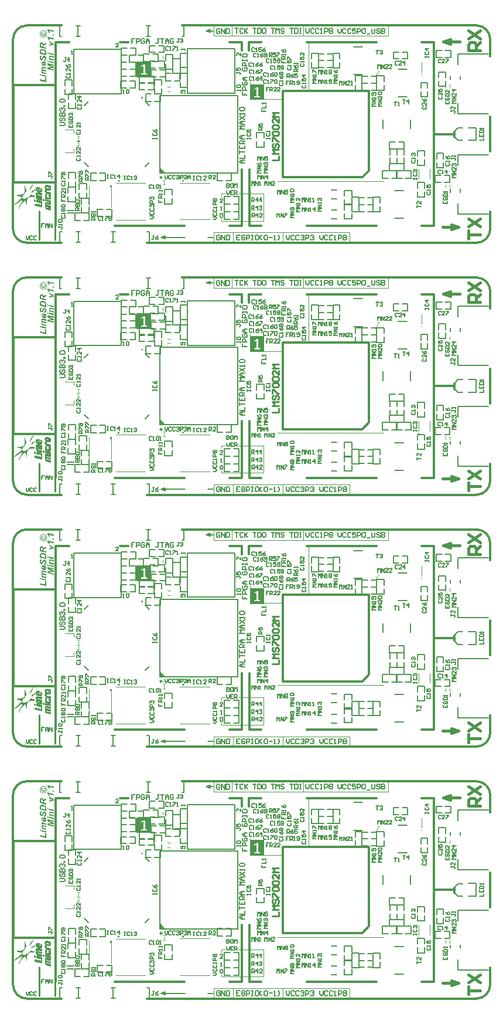
<source format=gto>
G04 Layer_Color=65535*
%FSLAX44Y44*%
%MOMM*%
G71*
G01*
G75*
%ADD11C,0.3090*%
%ADD12C,0.2000*%
%ADD13C,0.3000*%
%ADD52C,0.1500*%
%ADD55C,0.4000*%
%ADD57C,0.1000*%
%ADD59C,0.2500*%
%ADD63C,0.1200*%
%ADD118C,0.1270*%
%ADD119C,0.0762*%
%ADD120C,0.0254*%
%ADD121C,0.2540*%
G36*
X58750Y1397313D02*
Y1395489D01*
X52326Y1396830D01*
X52339Y1396803D01*
X52393Y1396736D01*
X52460Y1396615D01*
X52554Y1396454D01*
X52661Y1396267D01*
X52769Y1396039D01*
X52889Y1395784D01*
X53010Y1395516D01*
Y1395502D01*
X53023Y1395489D01*
X53037Y1395449D01*
X53064Y1395395D01*
X53104Y1395247D01*
X53171Y1395073D01*
X53238Y1394872D01*
X53305Y1394644D01*
X53372Y1394429D01*
X53426Y1394201D01*
X51803Y1394550D01*
Y1394563D01*
X51790Y1394577D01*
X51763Y1394657D01*
X51696Y1394778D01*
X51615Y1394939D01*
X51521Y1395127D01*
X51414Y1395355D01*
X51280Y1395609D01*
X51119Y1395878D01*
X50958Y1396159D01*
X50770Y1396454D01*
X50569Y1396763D01*
X50368Y1397058D01*
X50140Y1397353D01*
X49912Y1397648D01*
X49671Y1397916D01*
X49416Y1398171D01*
Y1399271D01*
X58750Y1397313D01*
D02*
G37*
G36*
X45336Y1395407D02*
X45392Y1395388D01*
X45466Y1395361D01*
X45549Y1395324D01*
X45651Y1395287D01*
X45761Y1395240D01*
X45882Y1395185D01*
X46131Y1395056D01*
X46390Y1394889D01*
X46640Y1394686D01*
X46751Y1394575D01*
X46852Y1394454D01*
X46862Y1394445D01*
X46871Y1394427D01*
X46899Y1394390D01*
X46936Y1394334D01*
X46973Y1394270D01*
X47010Y1394186D01*
X47056Y1394094D01*
X47102Y1393992D01*
X47158Y1393872D01*
X47204Y1393743D01*
X47241Y1393604D01*
X47278Y1393456D01*
X47315Y1393299D01*
X47343Y1393123D01*
X47352Y1392948D01*
X47361Y1392753D01*
Y1392735D01*
Y1392698D01*
X47352Y1392633D01*
X47343Y1392541D01*
X47333Y1392439D01*
X47315Y1392310D01*
X47287Y1392171D01*
X47250Y1392014D01*
X47204Y1391857D01*
X47148Y1391690D01*
X47074Y1391514D01*
X46991Y1391339D01*
X46899Y1391163D01*
X46778Y1390987D01*
X46649Y1390821D01*
X46492Y1390664D01*
X46483Y1390654D01*
X46455Y1390627D01*
X46399Y1390590D01*
X46335Y1390534D01*
X46242Y1390479D01*
X46141Y1390405D01*
X46011Y1390331D01*
X45863Y1390257D01*
X45706Y1390183D01*
X45530Y1390109D01*
X45327Y1390035D01*
X45114Y1389980D01*
X44892Y1389924D01*
X44643Y1389887D01*
X44384Y1389859D01*
X44107Y1389850D01*
X44033D01*
X43949Y1389859D01*
X43838D01*
X43709Y1389878D01*
X43552Y1389896D01*
X43385Y1389915D01*
X43191Y1389952D01*
X42997Y1389998D01*
X42794Y1390054D01*
X42590Y1390118D01*
X42378Y1390202D01*
X42174Y1390294D01*
X41980Y1390405D01*
X41795Y1390525D01*
X41620Y1390673D01*
X41610Y1390682D01*
X41582Y1390710D01*
X41536Y1390756D01*
X41481Y1390821D01*
X41416Y1390904D01*
X41342Y1391006D01*
X41259Y1391117D01*
X41176Y1391255D01*
X41093Y1391403D01*
X41009Y1391561D01*
X40935Y1391745D01*
X40871Y1391930D01*
X40815Y1392143D01*
X40769Y1392356D01*
X40741Y1392596D01*
X40732Y1392836D01*
Y1392846D01*
Y1392892D01*
Y1392948D01*
X40741Y1393031D01*
X40750Y1393132D01*
X40769Y1393243D01*
X40787Y1393373D01*
X40815Y1393511D01*
X40852Y1393659D01*
X40898Y1393817D01*
X40954Y1393974D01*
X41028Y1394140D01*
X41102Y1394297D01*
X41194Y1394445D01*
X41305Y1394602D01*
X41425Y1394741D01*
Y1394750D01*
X41444Y1394760D01*
X41472Y1394787D01*
X41499Y1394815D01*
X41546Y1394852D01*
X41601Y1394889D01*
X41730Y1394991D01*
X41897Y1395092D01*
X42100Y1395203D01*
X42331Y1395305D01*
X42600Y1395397D01*
X42905Y1394122D01*
X42895D01*
X42886Y1394112D01*
X42858D01*
X42821Y1394094D01*
X42738Y1394066D01*
X42627Y1394020D01*
X42498Y1393955D01*
X42368Y1393872D01*
X42239Y1393761D01*
X42128Y1393641D01*
X42119Y1393622D01*
X42082Y1393576D01*
X42036Y1393502D01*
X41980Y1393401D01*
X41925Y1393271D01*
X41878Y1393123D01*
X41841Y1392957D01*
X41832Y1392772D01*
Y1392762D01*
Y1392744D01*
Y1392707D01*
X41841Y1392652D01*
X41851Y1392596D01*
X41860Y1392522D01*
X41897Y1392365D01*
X41962Y1392180D01*
X42054Y1391986D01*
X42109Y1391884D01*
X42174Y1391792D01*
X42257Y1391699D01*
X42350Y1391616D01*
X42359D01*
X42378Y1391598D01*
X42405Y1391579D01*
X42452Y1391551D01*
X42507Y1391514D01*
X42572Y1391477D01*
X42655Y1391440D01*
X42748Y1391403D01*
X42858Y1391357D01*
X42979Y1391320D01*
X43117Y1391283D01*
X43265Y1391246D01*
X43432Y1391219D01*
X43607Y1391200D01*
X43801Y1391191D01*
X44014Y1391181D01*
X44134D01*
X44208Y1391191D01*
X44310D01*
X44430Y1391209D01*
X44550Y1391219D01*
X44689Y1391237D01*
X44976Y1391293D01*
X45262Y1391366D01*
X45401Y1391413D01*
X45530Y1391477D01*
X45651Y1391542D01*
X45752Y1391616D01*
X45761Y1391625D01*
X45771Y1391635D01*
X45799Y1391662D01*
X45835Y1391699D01*
X45910Y1391792D01*
X46002Y1391921D01*
X46104Y1392078D01*
X46178Y1392272D01*
X46242Y1392494D01*
X46252Y1392615D01*
X46261Y1392744D01*
Y1392753D01*
Y1392762D01*
Y1392790D01*
X46252Y1392827D01*
X46242Y1392929D01*
X46224Y1393049D01*
X46178Y1393179D01*
X46122Y1393327D01*
X46048Y1393474D01*
X45937Y1393622D01*
X45919Y1393641D01*
X45873Y1393687D01*
X45799Y1393752D01*
X45688Y1393826D01*
X45540Y1393918D01*
X45364Y1394001D01*
X45151Y1394085D01*
X44902Y1394159D01*
X45290Y1395416D01*
X45299D01*
X45336Y1395407D01*
D02*
G37*
G36*
X58750Y1391439D02*
Y1389642D01*
X56993Y1389990D01*
Y1391787D01*
X58750Y1391439D01*
D02*
G37*
G36*
Y1386490D02*
Y1384666D01*
X52326Y1386007D01*
X52339Y1385980D01*
X52393Y1385913D01*
X52460Y1385793D01*
X52554Y1385632D01*
X52661Y1385444D01*
X52769Y1385216D01*
X52889Y1384961D01*
X53010Y1384693D01*
Y1384679D01*
X53023Y1384666D01*
X53037Y1384626D01*
X53064Y1384572D01*
X53104Y1384425D01*
X53171Y1384250D01*
X53238Y1384049D01*
X53305Y1383821D01*
X53372Y1383607D01*
X53426Y1383378D01*
X51803Y1383727D01*
Y1383741D01*
X51790Y1383754D01*
X51763Y1383835D01*
X51696Y1383955D01*
X51615Y1384116D01*
X51521Y1384304D01*
X51414Y1384532D01*
X51280Y1384787D01*
X51119Y1385055D01*
X50958Y1385336D01*
X50770Y1385632D01*
X50569Y1385940D01*
X50368Y1386235D01*
X50140Y1386530D01*
X49912Y1386825D01*
X49671Y1387093D01*
X49416Y1387348D01*
Y1388448D01*
X58750Y1386490D01*
D02*
G37*
G36*
Y1378497D02*
Y1376941D01*
X52018Y1375600D01*
Y1377384D01*
X54968Y1377840D01*
X54981D01*
X55022Y1377853D01*
X55075D01*
X55156Y1377867D01*
X55250Y1377880D01*
X55370Y1377907D01*
X55612Y1377947D01*
X55880Y1377987D01*
X56135Y1378027D01*
X56363Y1378054D01*
X56457Y1378068D01*
X56537Y1378081D01*
X56510Y1378094D01*
X56470Y1378121D01*
X56403Y1378161D01*
X56296Y1378215D01*
X56162Y1378296D01*
X55974Y1378389D01*
X55853Y1378457D01*
X55732Y1378524D01*
X55719D01*
X55706Y1378537D01*
X55625Y1378591D01*
X55504Y1378658D01*
X55357Y1378738D01*
X55209Y1378819D01*
X55075Y1378899D01*
X54955Y1378966D01*
X54874Y1379006D01*
X52018Y1380683D01*
Y1382641D01*
X58750Y1378497D01*
D02*
G37*
G36*
X41361Y1380406D02*
X41455Y1380392D01*
X41576Y1380379D01*
X41710Y1380366D01*
X41844Y1380325D01*
X42153Y1380245D01*
X42488Y1380124D01*
X42649Y1380044D01*
X42810Y1379950D01*
X42971Y1379829D01*
X43118Y1379709D01*
X43132Y1379695D01*
X43145Y1379682D01*
X43185Y1379628D01*
X43239Y1379574D01*
X43306Y1379494D01*
X43373Y1379413D01*
X43440Y1379306D01*
X43521Y1379172D01*
X43601Y1379038D01*
X43682Y1378877D01*
X43762Y1378703D01*
X43843Y1378502D01*
X43910Y1378300D01*
X43963Y1378072D01*
X44017Y1377818D01*
X44057Y1377563D01*
X44071Y1377576D01*
X44111Y1377630D01*
X44191Y1377697D01*
X44285Y1377791D01*
X44419Y1377885D01*
X44567Y1378005D01*
X44741Y1378126D01*
X44929Y1378247D01*
X44942Y1378260D01*
X44982Y1378274D01*
X45036Y1378314D01*
X45130Y1378354D01*
X45237Y1378421D01*
X45371Y1378488D01*
X45532Y1378569D01*
X45720Y1378663D01*
X45921Y1378770D01*
X46149Y1378877D01*
X46404Y1378998D01*
X46686Y1379118D01*
X46981Y1379253D01*
X47303Y1379387D01*
X47638Y1379534D01*
X48000Y1379682D01*
Y1377630D01*
X47986D01*
X47960Y1377616D01*
X47920Y1377603D01*
X47852Y1377576D01*
X47772Y1377549D01*
X47665Y1377509D01*
X47544Y1377469D01*
X47396Y1377415D01*
X47235Y1377348D01*
X47061Y1377281D01*
X46860Y1377201D01*
X46645Y1377107D01*
X46404Y1377013D01*
X46136Y1376906D01*
X45854Y1376785D01*
X45559Y1376651D01*
X45546D01*
X45519Y1376637D01*
X45479Y1376611D01*
X45412Y1376584D01*
X45264Y1376503D01*
X45076Y1376396D01*
X44875Y1376275D01*
X44674Y1376141D01*
X44486Y1375980D01*
X44419Y1375900D01*
X44352Y1375819D01*
X44339Y1375806D01*
X44325Y1375766D01*
X44299Y1375699D01*
X44258Y1375605D01*
X44218Y1375471D01*
X44191Y1375310D01*
X44178Y1375108D01*
X44164Y1374867D01*
Y1374089D01*
X48000Y1373285D01*
Y1371394D01*
X38719Y1373338D01*
Y1377442D01*
Y1377455D01*
Y1377496D01*
Y1377549D01*
Y1377616D01*
Y1377710D01*
X38733Y1377804D01*
X38746Y1378046D01*
X38773Y1378314D01*
X38813Y1378582D01*
X38867Y1378850D01*
X38947Y1379092D01*
Y1379105D01*
X38961Y1379118D01*
X38988Y1379185D01*
X39041Y1379293D01*
X39122Y1379427D01*
X39242Y1379588D01*
X39377Y1379749D01*
X39551Y1379896D01*
X39752Y1380044D01*
X39779Y1380057D01*
X39859Y1380098D01*
X39980Y1380164D01*
X40141Y1380232D01*
X40342Y1380299D01*
X40584Y1380366D01*
X40865Y1380406D01*
X41160Y1380419D01*
X41267D01*
X41361Y1380406D01*
D02*
G37*
G36*
X51106Y1365349D02*
Y1363539D01*
X49469Y1363887D01*
Y1365685D01*
X51106Y1365349D01*
D02*
G37*
G36*
X42823Y1370844D02*
X42957D01*
X43105Y1370830D01*
X43279Y1370804D01*
X43467Y1370790D01*
X43668Y1370750D01*
X43883Y1370723D01*
X44325Y1370616D01*
X44781Y1370468D01*
X45009Y1370388D01*
X45237Y1370280D01*
X45251D01*
X45291Y1370254D01*
X45345Y1370227D01*
X45425Y1370173D01*
X45532Y1370120D01*
X45640Y1370052D01*
X45908Y1369878D01*
X46203Y1369677D01*
X46511Y1369422D01*
X46806Y1369140D01*
X47088Y1368832D01*
Y1368819D01*
X47115Y1368805D01*
X47142Y1368765D01*
X47168Y1368711D01*
X47222Y1368644D01*
X47262Y1368564D01*
X47383Y1368363D01*
X47504Y1368121D01*
X47638Y1367826D01*
X47759Y1367491D01*
X47866Y1367115D01*
Y1367089D01*
X47879Y1367048D01*
X47893Y1367008D01*
Y1366941D01*
X47906Y1366861D01*
X47920Y1366767D01*
X47933Y1366660D01*
X47946Y1366539D01*
X47960Y1366405D01*
X47973Y1366257D01*
Y1366083D01*
X47986Y1365908D01*
X48000Y1365707D01*
Y1365506D01*
Y1365278D01*
Y1362006D01*
X38719Y1363950D01*
Y1366445D01*
Y1366458D01*
Y1366485D01*
Y1366539D01*
Y1366619D01*
Y1366700D01*
Y1366794D01*
Y1367008D01*
X38733Y1367236D01*
Y1367464D01*
X38746Y1367652D01*
Y1367719D01*
X38760Y1367786D01*
Y1367799D01*
Y1367813D01*
X38773Y1367880D01*
X38786Y1367987D01*
X38813Y1368135D01*
X38840Y1368296D01*
X38880Y1368470D01*
X39001Y1368819D01*
X39014Y1368846D01*
X39028Y1368899D01*
X39068Y1368980D01*
X39122Y1369100D01*
X39202Y1369221D01*
X39283Y1369368D01*
X39377Y1369503D01*
X39497Y1369650D01*
X39511Y1369664D01*
X39551Y1369717D01*
X39618Y1369784D01*
X39712Y1369878D01*
X39819Y1369972D01*
X39953Y1370079D01*
X40101Y1370187D01*
X40262Y1370294D01*
X40275Y1370307D01*
X40342Y1370334D01*
X40436Y1370388D01*
X40557Y1370441D01*
X40704Y1370509D01*
X40879Y1370589D01*
X41080Y1370656D01*
X41294Y1370710D01*
X41321Y1370723D01*
X41402Y1370737D01*
X41522Y1370763D01*
X41670Y1370790D01*
X41858Y1370817D01*
X42086Y1370830D01*
X42314Y1370857D01*
X42716D01*
X42823Y1370844D01*
D02*
G37*
G36*
X58750Y1363740D02*
Y1361943D01*
X52018Y1363351D01*
Y1365162D01*
X58750Y1363740D01*
D02*
G37*
G36*
X53774Y1361192D02*
X53922Y1361165D01*
X54096Y1361138D01*
X54338Y1361098D01*
X54472Y1361071D01*
X54619Y1361044D01*
X54780Y1361004D01*
X54955Y1360964D01*
X58750Y1360146D01*
Y1358349D01*
X54941Y1359167D01*
X54928D01*
X54901Y1359180D01*
X54861D01*
X54807Y1359194D01*
X54660Y1359220D01*
X54499Y1359261D01*
X54324Y1359288D01*
X54150Y1359314D01*
X54016Y1359341D01*
X53962Y1359355D01*
X53868D01*
X53801Y1359341D01*
X53721Y1359328D01*
X53640Y1359301D01*
X53547Y1359261D01*
X53453Y1359207D01*
X53372Y1359140D01*
X53359Y1359126D01*
X53345Y1359100D01*
X53305Y1359059D01*
X53265Y1358992D01*
X53238Y1358912D01*
X53198Y1358818D01*
X53184Y1358697D01*
X53171Y1358563D01*
Y1358550D01*
Y1358496D01*
X53184Y1358416D01*
X53211Y1358295D01*
X53251Y1358161D01*
X53319Y1358013D01*
X53399Y1357852D01*
X53506Y1357665D01*
X53520Y1357638D01*
X53573Y1357584D01*
X53640Y1357490D01*
X53748Y1357383D01*
X53868Y1357262D01*
X54016Y1357128D01*
X54190Y1357007D01*
X54391Y1356887D01*
X54405Y1356873D01*
X54472Y1356847D01*
X54579Y1356806D01*
X54660Y1356780D01*
X54740Y1356753D01*
X54847Y1356726D01*
X54955Y1356686D01*
X55089Y1356645D01*
X55236Y1356605D01*
X55397Y1356565D01*
X55585Y1356511D01*
X55786Y1356471D01*
X56001Y1356418D01*
X58750Y1355841D01*
Y1354044D01*
X52018Y1355452D01*
Y1357168D01*
X52903Y1356994D01*
Y1357007D01*
X52876Y1357021D01*
X52809Y1357101D01*
X52715Y1357236D01*
X52594Y1357397D01*
X52474Y1357584D01*
X52340Y1357785D01*
X52219Y1358000D01*
X52112Y1358215D01*
X52098Y1358241D01*
X52071Y1358308D01*
X52031Y1358429D01*
X51991Y1358577D01*
X51950Y1358751D01*
X51910Y1358952D01*
X51884Y1359167D01*
X51870Y1359395D01*
Y1359408D01*
Y1359435D01*
Y1359475D01*
X51884Y1359529D01*
X51897Y1359690D01*
X51924Y1359877D01*
X51991Y1360092D01*
X52071Y1360307D01*
X52192Y1360521D01*
X52353Y1360722D01*
X52380Y1360749D01*
X52433Y1360803D01*
X52541Y1360870D01*
X52688Y1360964D01*
X52876Y1361058D01*
X53091Y1361125D01*
X53332Y1361178D01*
X53614Y1361205D01*
X53681D01*
X53774Y1361192D01*
D02*
G37*
G36*
X41442Y1359753D02*
X41415D01*
X41335Y1359739D01*
X41214Y1359699D01*
X41066Y1359659D01*
X40905Y1359592D01*
X40731Y1359511D01*
X40570Y1359404D01*
X40423Y1359256D01*
X40409Y1359243D01*
X40369Y1359176D01*
X40302Y1359082D01*
X40235Y1358948D01*
X40181Y1358787D01*
X40114Y1358573D01*
X40074Y1358318D01*
X40061Y1358036D01*
Y1358023D01*
Y1357996D01*
Y1357956D01*
Y1357902D01*
X40074Y1357768D01*
X40101Y1357594D01*
X40128Y1357419D01*
X40181Y1357231D01*
X40248Y1357057D01*
X40342Y1356909D01*
X40356Y1356896D01*
X40396Y1356856D01*
X40449Y1356802D01*
X40530Y1356749D01*
X40637Y1356682D01*
X40758Y1356628D01*
X40905Y1356588D01*
X41053Y1356574D01*
X41120D01*
X41187Y1356588D01*
X41281Y1356615D01*
X41388Y1356655D01*
X41495Y1356708D01*
X41603Y1356775D01*
X41710Y1356883D01*
X41723Y1356896D01*
X41764Y1356950D01*
X41817Y1357030D01*
X41898Y1357164D01*
X41951Y1357258D01*
X42005Y1357352D01*
X42072Y1357459D01*
X42139Y1357594D01*
X42206Y1357728D01*
X42287Y1357888D01*
X42367Y1358063D01*
X42448Y1358251D01*
X42461Y1358264D01*
X42474Y1358318D01*
X42515Y1358398D01*
X42555Y1358506D01*
X42622Y1358640D01*
X42689Y1358787D01*
X42850Y1359109D01*
X43024Y1359458D01*
X43212Y1359793D01*
X43306Y1359954D01*
X43400Y1360088D01*
X43494Y1360209D01*
X43574Y1360303D01*
X43588Y1360316D01*
X43601Y1360329D01*
X43641Y1360370D01*
X43682Y1360410D01*
X43829Y1360517D01*
X44017Y1360638D01*
X44245Y1360759D01*
X44527Y1360852D01*
X44848Y1360933D01*
X45009Y1360946D01*
X45197Y1360960D01*
X45318D01*
X45398Y1360946D01*
X45505Y1360933D01*
X45640Y1360906D01*
X45774Y1360879D01*
X45921Y1360839D01*
X46082Y1360785D01*
X46256Y1360718D01*
X46431Y1360638D01*
X46605Y1360544D01*
X46779Y1360437D01*
X46967Y1360303D01*
X47128Y1360155D01*
X47303Y1359981D01*
X47316Y1359967D01*
X47343Y1359940D01*
X47383Y1359873D01*
X47437Y1359806D01*
X47504Y1359699D01*
X47584Y1359578D01*
X47651Y1359444D01*
X47732Y1359270D01*
X47826Y1359096D01*
X47893Y1358894D01*
X47973Y1358666D01*
X48040Y1358425D01*
X48094Y1358170D01*
X48134Y1357888D01*
X48161Y1357594D01*
X48174Y1357272D01*
Y1357258D01*
Y1357218D01*
Y1357151D01*
Y1357070D01*
X48161Y1356963D01*
X48148Y1356842D01*
Y1356708D01*
X48121Y1356561D01*
X48080Y1356239D01*
X48013Y1355890D01*
X47920Y1355528D01*
X47785Y1355193D01*
Y1355179D01*
X47772Y1355153D01*
X47745Y1355112D01*
X47705Y1355045D01*
X47624Y1354898D01*
X47490Y1354710D01*
X47343Y1354509D01*
X47142Y1354308D01*
X46927Y1354120D01*
X46672Y1353959D01*
X46659D01*
X46645Y1353946D01*
X46605Y1353932D01*
X46538Y1353905D01*
X46471Y1353879D01*
X46391Y1353852D01*
X46189Y1353785D01*
X45948Y1353718D01*
X45666Y1353664D01*
X45358Y1353637D01*
X45023Y1353624D01*
X44915Y1355448D01*
X44996D01*
X45050Y1355461D01*
X45210Y1355475D01*
X45385Y1355501D01*
X45586Y1355528D01*
X45787Y1355582D01*
X45961Y1355649D01*
X46096Y1355743D01*
X46122Y1355770D01*
X46176Y1355823D01*
X46243Y1355930D01*
X46337Y1356091D01*
X46377Y1356185D01*
X46431Y1356306D01*
X46471Y1356427D01*
X46498Y1356574D01*
X46538Y1356722D01*
X46551Y1356896D01*
X46578Y1357084D01*
Y1357285D01*
Y1357298D01*
Y1357325D01*
Y1357379D01*
Y1357433D01*
X46565Y1357513D01*
Y1357607D01*
X46538Y1357808D01*
X46498Y1358023D01*
X46431Y1358251D01*
X46350Y1358465D01*
X46243Y1358640D01*
X46230Y1358653D01*
X46189Y1358707D01*
X46109Y1358774D01*
X46015Y1358854D01*
X45894Y1358935D01*
X45760Y1359002D01*
X45613Y1359055D01*
X45438Y1359069D01*
X45371D01*
X45291Y1359055D01*
X45197Y1359028D01*
X45090Y1358988D01*
X44969Y1358921D01*
X44848Y1358841D01*
X44741Y1358720D01*
X44728Y1358707D01*
X44701Y1358666D01*
X44647Y1358586D01*
X44580Y1358465D01*
X44527Y1358385D01*
X44473Y1358291D01*
X44419Y1358184D01*
X44366Y1358063D01*
X44299Y1357915D01*
X44218Y1357768D01*
X44138Y1357580D01*
X44057Y1357392D01*
Y1357379D01*
X44030Y1357339D01*
X44017Y1357285D01*
X43977Y1357218D01*
X43936Y1357124D01*
X43896Y1357017D01*
X43789Y1356789D01*
X43655Y1356534D01*
X43534Y1356266D01*
X43400Y1356024D01*
X43333Y1355904D01*
X43279Y1355810D01*
X43266Y1355783D01*
X43226Y1355729D01*
X43145Y1355636D01*
X43051Y1355528D01*
X42944Y1355408D01*
X42796Y1355273D01*
X42635Y1355153D01*
X42461Y1355032D01*
X42434Y1355018D01*
X42367Y1354992D01*
X42260Y1354938D01*
X42126Y1354898D01*
X41951Y1354844D01*
X41750Y1354791D01*
X41522Y1354764D01*
X41281Y1354750D01*
X41160D01*
X41080Y1354764D01*
X40986Y1354777D01*
X40865Y1354791D01*
X40731Y1354817D01*
X40597Y1354858D01*
X40289Y1354951D01*
X40128Y1355032D01*
X39953Y1355112D01*
X39792Y1355206D01*
X39631Y1355314D01*
X39470Y1355448D01*
X39323Y1355595D01*
X39309Y1355609D01*
X39283Y1355636D01*
X39256Y1355689D01*
X39202Y1355756D01*
X39149Y1355837D01*
X39081Y1355944D01*
X39001Y1356078D01*
X38934Y1356226D01*
X38867Y1356387D01*
X38786Y1356561D01*
X38719Y1356762D01*
X38666Y1356990D01*
X38612Y1357231D01*
X38572Y1357486D01*
X38558Y1357754D01*
X38545Y1358049D01*
Y1358063D01*
Y1358116D01*
Y1358210D01*
X38558Y1358318D01*
X38572Y1358452D01*
X38585Y1358613D01*
X38612Y1358787D01*
X38639Y1358975D01*
X38733Y1359391D01*
X38800Y1359605D01*
X38867Y1359806D01*
X38961Y1360021D01*
X39068Y1360222D01*
X39189Y1360410D01*
X39323Y1360584D01*
X39336Y1360598D01*
X39363Y1360624D01*
X39403Y1360665D01*
X39457Y1360732D01*
X39537Y1360799D01*
X39631Y1360879D01*
X39739Y1360960D01*
X39859Y1361040D01*
X40007Y1361134D01*
X40154Y1361228D01*
X40329Y1361308D01*
X40503Y1361389D01*
X40704Y1361456D01*
X40905Y1361510D01*
X41133Y1361550D01*
X41361Y1361577D01*
X41442Y1359753D01*
D02*
G37*
G36*
X51106Y1353816D02*
Y1352005D01*
X49469Y1352354D01*
Y1354151D01*
X51106Y1353816D01*
D02*
G37*
G36*
X58750Y1352206D02*
Y1350409D01*
X52018Y1351817D01*
Y1353628D01*
X58750Y1352206D01*
D02*
G37*
G36*
Y1348505D02*
Y1346775D01*
X51052Y1348384D01*
X58750Y1344937D01*
Y1343127D01*
X50998Y1342778D01*
X58750Y1341316D01*
Y1339586D01*
X49469Y1341518D01*
Y1344240D01*
X55853Y1344535D01*
X49469Y1347445D01*
Y1350195D01*
X58750Y1348505D01*
D02*
G37*
G36*
X44419Y1352779D02*
X44607Y1352766D01*
X44808Y1352739D01*
X45210Y1352658D01*
Y1348098D01*
X45278D01*
X45331Y1348085D01*
X45492D01*
X45613Y1348112D01*
X45774Y1348139D01*
X45948Y1348179D01*
X46122Y1348246D01*
X46310Y1348340D01*
X46471Y1348461D01*
X46484Y1348474D01*
X46538Y1348528D01*
X46592Y1348608D01*
X46672Y1348729D01*
X46739Y1348863D01*
X46806Y1349024D01*
X46860Y1349211D01*
X46873Y1349413D01*
Y1349426D01*
Y1349453D01*
Y1349507D01*
X46860Y1349560D01*
X46847Y1349641D01*
X46820Y1349734D01*
X46753Y1349936D01*
X46712Y1350043D01*
X46645Y1350164D01*
X46565Y1350284D01*
X46471Y1350392D01*
X46364Y1350512D01*
X46243Y1350633D01*
X46096Y1350740D01*
X45935Y1350834D01*
X46203Y1352457D01*
X46216D01*
X46243Y1352430D01*
X46297Y1352403D01*
X46364Y1352363D01*
X46444Y1352323D01*
X46538Y1352256D01*
X46766Y1352122D01*
X47007Y1351934D01*
X47249Y1351706D01*
X47490Y1351451D01*
X47691Y1351169D01*
Y1351156D01*
X47718Y1351129D01*
X47732Y1351089D01*
X47772Y1351035D01*
X47799Y1350955D01*
X47839Y1350874D01*
X47933Y1350647D01*
X48027Y1350392D01*
X48094Y1350083D01*
X48148Y1349761D01*
X48174Y1349399D01*
Y1349386D01*
Y1349346D01*
Y1349265D01*
X48161Y1349171D01*
X48148Y1349051D01*
X48134Y1348916D01*
X48107Y1348769D01*
X48067Y1348608D01*
X47960Y1348259D01*
X47893Y1348071D01*
X47812Y1347884D01*
X47718Y1347709D01*
X47598Y1347522D01*
X47463Y1347347D01*
X47316Y1347186D01*
X47303Y1347173D01*
X47276Y1347146D01*
X47222Y1347106D01*
X47155Y1347052D01*
X47075Y1346985D01*
X46967Y1346918D01*
X46847Y1346838D01*
X46712Y1346771D01*
X46551Y1346690D01*
X46391Y1346610D01*
X46203Y1346543D01*
X46002Y1346476D01*
X45787Y1346422D01*
X45546Y1346382D01*
X45304Y1346355D01*
X45050Y1346342D01*
X44915D01*
X44822Y1346355D01*
X44701Y1346368D01*
X44553Y1346382D01*
X44392Y1346409D01*
X44218Y1346435D01*
X43843Y1346529D01*
X43641Y1346596D01*
X43427Y1346663D01*
X43212Y1346757D01*
X42998Y1346851D01*
X42783Y1346972D01*
X42582Y1347106D01*
X42568Y1347119D01*
X42515Y1347160D01*
X42448Y1347213D01*
X42354Y1347294D01*
X42247Y1347414D01*
X42112Y1347535D01*
X41992Y1347696D01*
X41844Y1347870D01*
X41710Y1348071D01*
X41576Y1348300D01*
X41455Y1348541D01*
X41348Y1348809D01*
X41254Y1349091D01*
X41187Y1349399D01*
X41133Y1349734D01*
X41120Y1350083D01*
Y1350097D01*
Y1350137D01*
Y1350204D01*
X41133Y1350284D01*
X41147Y1350392D01*
X41160Y1350512D01*
X41187Y1350647D01*
X41214Y1350794D01*
X41308Y1351116D01*
X41361Y1351277D01*
X41442Y1351438D01*
X41536Y1351599D01*
X41630Y1351760D01*
X41750Y1351907D01*
X41884Y1352055D01*
X41898Y1352068D01*
X41925Y1352081D01*
X41965Y1352122D01*
X42019Y1352175D01*
X42099Y1352229D01*
X42193Y1352283D01*
X42314Y1352350D01*
X42434Y1352430D01*
X42582Y1352497D01*
X42743Y1352564D01*
X42917Y1352618D01*
X43118Y1352672D01*
X43319Y1352725D01*
X43547Y1352766D01*
X43775Y1352779D01*
X44030Y1352792D01*
X44272D01*
X44419Y1352779D01*
D02*
G37*
G36*
X42863Y1345349D02*
X42984Y1345336D01*
X43145Y1345322D01*
X43360Y1345282D01*
X43615Y1345242D01*
X43910Y1345175D01*
X48000Y1344290D01*
Y1342493D01*
X43910Y1343364D01*
X43896D01*
X43869Y1343378D01*
X43843D01*
X43789Y1343391D01*
X43655Y1343418D01*
X43507Y1343445D01*
X43360Y1343472D01*
X43212Y1343498D01*
X43105Y1343525D01*
X42984D01*
X42944Y1343512D01*
X42877Y1343498D01*
X42729Y1343458D01*
X42662Y1343405D01*
X42595Y1343351D01*
X42582Y1343337D01*
X42568Y1343324D01*
X42542Y1343284D01*
X42501Y1343230D01*
X42474Y1343163D01*
X42448Y1343069D01*
X42434Y1342975D01*
X42421Y1342855D01*
Y1342841D01*
Y1342828D01*
Y1342787D01*
X42434Y1342734D01*
X42461Y1342600D01*
X42515Y1342439D01*
X42595Y1342251D01*
X42729Y1342036D01*
X42810Y1341929D01*
X42904Y1341822D01*
X43011Y1341728D01*
X43145Y1341621D01*
X43172Y1341607D01*
X43199Y1341581D01*
X43239Y1341554D01*
X43306Y1341527D01*
X43373Y1341487D01*
X43467Y1341433D01*
X43561Y1341393D01*
X43682Y1341339D01*
X43816Y1341286D01*
X43963Y1341232D01*
X44124Y1341178D01*
X44299Y1341111D01*
X44500Y1341057D01*
X44714Y1341004D01*
X44956Y1340950D01*
X48000Y1340307D01*
Y1338509D01*
X43950Y1339354D01*
X43936D01*
X43923Y1339368D01*
X43829Y1339381D01*
X43708Y1339408D01*
X43574Y1339435D01*
X43413Y1339462D01*
X43266Y1339475D01*
X43132Y1339502D01*
X42998D01*
X42944Y1339488D01*
X42877Y1339475D01*
X42743Y1339421D01*
X42662Y1339381D01*
X42595Y1339314D01*
X42582Y1339301D01*
X42568Y1339287D01*
X42542Y1339247D01*
X42501Y1339193D01*
X42474Y1339113D01*
X42448Y1339032D01*
X42434Y1338938D01*
X42421Y1338818D01*
Y1338804D01*
Y1338764D01*
X42434Y1338710D01*
X42448Y1338630D01*
X42461Y1338536D01*
X42501Y1338429D01*
X42542Y1338322D01*
X42609Y1338201D01*
X42622Y1338188D01*
X42635Y1338147D01*
X42676Y1338080D01*
X42729Y1338013D01*
X42796Y1337919D01*
X42890Y1337825D01*
X42984Y1337731D01*
X43092Y1337638D01*
X43105Y1337624D01*
X43145Y1337597D01*
X43212Y1337557D01*
X43306Y1337504D01*
X43413Y1337437D01*
X43561Y1337369D01*
X43708Y1337302D01*
X43883Y1337235D01*
X43896D01*
X43936Y1337222D01*
X44003Y1337195D01*
X44097Y1337168D01*
X44231Y1337141D01*
X44419Y1337088D01*
X44634Y1337034D01*
X44768Y1337007D01*
X44915Y1336967D01*
X48000Y1336323D01*
Y1334526D01*
X41267Y1335934D01*
Y1337638D01*
X42086Y1337477D01*
X42072Y1337490D01*
X42045Y1337517D01*
X41992Y1337571D01*
X41938Y1337651D01*
X41858Y1337745D01*
X41777Y1337852D01*
X41697Y1337973D01*
X41603Y1338120D01*
X41428Y1338442D01*
X41267Y1338791D01*
X41214Y1338992D01*
X41160Y1339180D01*
X41133Y1339395D01*
X41120Y1339596D01*
Y1339609D01*
Y1339636D01*
Y1339663D01*
Y1339716D01*
X41133Y1339864D01*
X41160Y1340025D01*
X41200Y1340213D01*
X41254Y1340414D01*
X41335Y1340602D01*
X41442Y1340762D01*
X41455Y1340776D01*
X41495Y1340829D01*
X41576Y1340897D01*
X41670Y1340990D01*
X41791Y1341071D01*
X41951Y1341165D01*
X42112Y1341245D01*
X42314Y1341299D01*
X42287Y1341312D01*
X42233Y1341366D01*
X42139Y1341446D01*
X42019Y1341554D01*
X41884Y1341701D01*
X41750Y1341862D01*
X41603Y1342063D01*
X41469Y1342291D01*
Y1342305D01*
X41455Y1342318D01*
X41442Y1342358D01*
X41415Y1342412D01*
X41361Y1342533D01*
X41294Y1342707D01*
X41227Y1342908D01*
X41174Y1343150D01*
X41133Y1343391D01*
X41120Y1343659D01*
Y1343673D01*
Y1343699D01*
Y1343740D01*
Y1343793D01*
X41147Y1343941D01*
X41174Y1344115D01*
X41227Y1344316D01*
X41308Y1344531D01*
X41415Y1344732D01*
X41563Y1344906D01*
X41576Y1344920D01*
X41643Y1344974D01*
X41737Y1345054D01*
X41871Y1345134D01*
X42032Y1345215D01*
X42220Y1345295D01*
X42448Y1345349D01*
X42702Y1345363D01*
X42770D01*
X42863Y1345349D01*
D02*
G37*
G36*
X40356Y1334379D02*
Y1332568D01*
X38719Y1332917D01*
Y1334714D01*
X40356Y1334379D01*
D02*
G37*
G36*
X48000Y1332769D02*
Y1330972D01*
X41267Y1332380D01*
Y1334191D01*
X48000Y1332769D01*
D02*
G37*
G36*
Y1329752D02*
Y1323100D01*
X38719Y1325045D01*
Y1326949D01*
X46444Y1325326D01*
Y1330074D01*
X48000Y1329752D01*
D02*
G37*
G36*
X219308Y1191950D02*
X212500D01*
Y1198758D01*
X219308Y1191950D01*
D02*
G37*
G36*
X142250Y1172350D02*
X140250D01*
Y1174350D01*
X142250D01*
Y1172350D01*
D02*
G37*
G36*
X58750Y1033613D02*
Y1031789D01*
X52326Y1033130D01*
X52339Y1033103D01*
X52393Y1033036D01*
X52460Y1032915D01*
X52554Y1032754D01*
X52661Y1032567D01*
X52769Y1032339D01*
X52889Y1032084D01*
X53010Y1031816D01*
Y1031802D01*
X53023Y1031789D01*
X53037Y1031749D01*
X53064Y1031695D01*
X53104Y1031547D01*
X53171Y1031373D01*
X53238Y1031172D01*
X53305Y1030944D01*
X53372Y1030729D01*
X53426Y1030501D01*
X51803Y1030850D01*
Y1030863D01*
X51790Y1030877D01*
X51763Y1030957D01*
X51696Y1031078D01*
X51615Y1031239D01*
X51521Y1031427D01*
X51414Y1031655D01*
X51280Y1031909D01*
X51119Y1032178D01*
X50958Y1032459D01*
X50770Y1032754D01*
X50569Y1033063D01*
X50368Y1033358D01*
X50140Y1033653D01*
X49912Y1033948D01*
X49671Y1034216D01*
X49416Y1034471D01*
Y1035571D01*
X58750Y1033613D01*
D02*
G37*
G36*
X45336Y1031707D02*
X45392Y1031688D01*
X45466Y1031661D01*
X45549Y1031624D01*
X45651Y1031587D01*
X45761Y1031540D01*
X45882Y1031485D01*
X46131Y1031355D01*
X46390Y1031189D01*
X46640Y1030986D01*
X46751Y1030875D01*
X46852Y1030754D01*
X46862Y1030745D01*
X46871Y1030727D01*
X46899Y1030690D01*
X46936Y1030634D01*
X46973Y1030570D01*
X47010Y1030486D01*
X47056Y1030394D01*
X47102Y1030292D01*
X47158Y1030172D01*
X47204Y1030042D01*
X47241Y1029904D01*
X47278Y1029756D01*
X47315Y1029599D01*
X47343Y1029423D01*
X47352Y1029247D01*
X47361Y1029053D01*
Y1029035D01*
Y1028998D01*
X47352Y1028933D01*
X47343Y1028841D01*
X47333Y1028739D01*
X47315Y1028609D01*
X47287Y1028471D01*
X47250Y1028314D01*
X47204Y1028156D01*
X47148Y1027990D01*
X47074Y1027814D01*
X46991Y1027639D01*
X46899Y1027463D01*
X46778Y1027287D01*
X46649Y1027121D01*
X46492Y1026964D01*
X46483Y1026954D01*
X46455Y1026927D01*
X46399Y1026890D01*
X46335Y1026834D01*
X46242Y1026779D01*
X46141Y1026705D01*
X46011Y1026631D01*
X45863Y1026557D01*
X45706Y1026483D01*
X45530Y1026409D01*
X45327Y1026335D01*
X45114Y1026280D01*
X44892Y1026224D01*
X44643Y1026187D01*
X44384Y1026159D01*
X44107Y1026150D01*
X44033D01*
X43949Y1026159D01*
X43838D01*
X43709Y1026178D01*
X43552Y1026196D01*
X43385Y1026215D01*
X43191Y1026252D01*
X42997Y1026298D01*
X42794Y1026354D01*
X42590Y1026418D01*
X42378Y1026501D01*
X42174Y1026594D01*
X41980Y1026705D01*
X41795Y1026825D01*
X41620Y1026973D01*
X41610Y1026982D01*
X41582Y1027010D01*
X41536Y1027056D01*
X41481Y1027121D01*
X41416Y1027204D01*
X41342Y1027306D01*
X41259Y1027417D01*
X41176Y1027555D01*
X41093Y1027703D01*
X41009Y1027861D01*
X40935Y1028046D01*
X40871Y1028230D01*
X40815Y1028443D01*
X40769Y1028656D01*
X40741Y1028896D01*
X40732Y1029136D01*
Y1029146D01*
Y1029192D01*
Y1029247D01*
X40741Y1029331D01*
X40750Y1029432D01*
X40769Y1029543D01*
X40787Y1029673D01*
X40815Y1029811D01*
X40852Y1029959D01*
X40898Y1030117D01*
X40954Y1030274D01*
X41028Y1030440D01*
X41102Y1030597D01*
X41194Y1030745D01*
X41305Y1030902D01*
X41425Y1031041D01*
Y1031050D01*
X41444Y1031059D01*
X41472Y1031087D01*
X41499Y1031115D01*
X41546Y1031152D01*
X41601Y1031189D01*
X41730Y1031291D01*
X41897Y1031392D01*
X42100Y1031503D01*
X42331Y1031605D01*
X42600Y1031697D01*
X42905Y1030422D01*
X42895D01*
X42886Y1030412D01*
X42858D01*
X42821Y1030394D01*
X42738Y1030366D01*
X42627Y1030320D01*
X42498Y1030255D01*
X42368Y1030172D01*
X42239Y1030061D01*
X42128Y1029941D01*
X42119Y1029922D01*
X42082Y1029876D01*
X42036Y1029802D01*
X41980Y1029700D01*
X41925Y1029571D01*
X41878Y1029423D01*
X41841Y1029257D01*
X41832Y1029072D01*
Y1029062D01*
Y1029044D01*
Y1029007D01*
X41841Y1028951D01*
X41851Y1028896D01*
X41860Y1028822D01*
X41897Y1028665D01*
X41962Y1028480D01*
X42054Y1028286D01*
X42109Y1028184D01*
X42174Y1028092D01*
X42257Y1027999D01*
X42350Y1027916D01*
X42359D01*
X42378Y1027897D01*
X42405Y1027879D01*
X42452Y1027851D01*
X42507Y1027814D01*
X42572Y1027777D01*
X42655Y1027740D01*
X42748Y1027703D01*
X42858Y1027657D01*
X42979Y1027620D01*
X43117Y1027583D01*
X43265Y1027546D01*
X43432Y1027518D01*
X43607Y1027500D01*
X43801Y1027491D01*
X44014Y1027482D01*
X44134D01*
X44208Y1027491D01*
X44310D01*
X44430Y1027509D01*
X44550Y1027518D01*
X44689Y1027537D01*
X44976Y1027592D01*
X45262Y1027666D01*
X45401Y1027713D01*
X45530Y1027777D01*
X45651Y1027842D01*
X45752Y1027916D01*
X45761Y1027925D01*
X45771Y1027934D01*
X45799Y1027962D01*
X45835Y1027999D01*
X45910Y1028092D01*
X46002Y1028221D01*
X46104Y1028378D01*
X46178Y1028572D01*
X46242Y1028794D01*
X46252Y1028915D01*
X46261Y1029044D01*
Y1029053D01*
Y1029062D01*
Y1029090D01*
X46252Y1029127D01*
X46242Y1029229D01*
X46224Y1029349D01*
X46178Y1029479D01*
X46122Y1029626D01*
X46048Y1029774D01*
X45937Y1029922D01*
X45919Y1029941D01*
X45873Y1029987D01*
X45799Y1030052D01*
X45688Y1030126D01*
X45540Y1030218D01*
X45364Y1030301D01*
X45151Y1030385D01*
X44902Y1030459D01*
X45290Y1031716D01*
X45299D01*
X45336Y1031707D01*
D02*
G37*
G36*
X58750Y1027739D02*
Y1025941D01*
X56993Y1026290D01*
Y1028087D01*
X58750Y1027739D01*
D02*
G37*
G36*
Y1022790D02*
Y1020966D01*
X52326Y1022307D01*
X52339Y1022280D01*
X52393Y1022213D01*
X52460Y1022092D01*
X52554Y1021932D01*
X52661Y1021744D01*
X52769Y1021516D01*
X52889Y1021261D01*
X53010Y1020993D01*
Y1020979D01*
X53023Y1020966D01*
X53037Y1020926D01*
X53064Y1020872D01*
X53104Y1020724D01*
X53171Y1020550D01*
X53238Y1020349D01*
X53305Y1020121D01*
X53372Y1019906D01*
X53426Y1019678D01*
X51803Y1020027D01*
Y1020041D01*
X51790Y1020054D01*
X51763Y1020134D01*
X51696Y1020255D01*
X51615Y1020416D01*
X51521Y1020604D01*
X51414Y1020832D01*
X51280Y1021087D01*
X51119Y1021355D01*
X50958Y1021637D01*
X50770Y1021932D01*
X50569Y1022240D01*
X50368Y1022535D01*
X50140Y1022830D01*
X49912Y1023125D01*
X49671Y1023393D01*
X49416Y1023648D01*
Y1024748D01*
X58750Y1022790D01*
D02*
G37*
G36*
Y1014797D02*
Y1013241D01*
X52018Y1011900D01*
Y1013684D01*
X54968Y1014140D01*
X54981D01*
X55022Y1014153D01*
X55075D01*
X55156Y1014166D01*
X55250Y1014180D01*
X55370Y1014207D01*
X55612Y1014247D01*
X55880Y1014287D01*
X56135Y1014327D01*
X56363Y1014354D01*
X56457Y1014368D01*
X56537Y1014381D01*
X56510Y1014394D01*
X56470Y1014421D01*
X56403Y1014462D01*
X56296Y1014515D01*
X56162Y1014596D01*
X55974Y1014689D01*
X55853Y1014756D01*
X55732Y1014824D01*
X55719D01*
X55706Y1014837D01*
X55625Y1014891D01*
X55504Y1014958D01*
X55357Y1015038D01*
X55209Y1015119D01*
X55075Y1015199D01*
X54955Y1015266D01*
X54874Y1015306D01*
X52018Y1016983D01*
Y1018941D01*
X58750Y1014797D01*
D02*
G37*
G36*
X41361Y1016706D02*
X41455Y1016693D01*
X41576Y1016679D01*
X41710Y1016666D01*
X41844Y1016625D01*
X42153Y1016545D01*
X42488Y1016424D01*
X42649Y1016344D01*
X42810Y1016250D01*
X42971Y1016129D01*
X43118Y1016009D01*
X43132Y1015995D01*
X43145Y1015982D01*
X43185Y1015928D01*
X43239Y1015874D01*
X43306Y1015794D01*
X43373Y1015714D01*
X43440Y1015606D01*
X43521Y1015472D01*
X43601Y1015338D01*
X43682Y1015177D01*
X43762Y1015003D01*
X43843Y1014801D01*
X43910Y1014600D01*
X43963Y1014372D01*
X44017Y1014118D01*
X44057Y1013863D01*
X44071Y1013876D01*
X44111Y1013930D01*
X44191Y1013997D01*
X44285Y1014091D01*
X44419Y1014185D01*
X44567Y1014305D01*
X44741Y1014426D01*
X44929Y1014547D01*
X44942Y1014560D01*
X44982Y1014574D01*
X45036Y1014614D01*
X45130Y1014654D01*
X45237Y1014721D01*
X45371Y1014788D01*
X45532Y1014869D01*
X45720Y1014962D01*
X45921Y1015070D01*
X46149Y1015177D01*
X46404Y1015298D01*
X46686Y1015418D01*
X46981Y1015553D01*
X47303Y1015687D01*
X47638Y1015834D01*
X48000Y1015982D01*
Y1013930D01*
X47986D01*
X47960Y1013916D01*
X47920Y1013903D01*
X47852Y1013876D01*
X47772Y1013849D01*
X47665Y1013809D01*
X47544Y1013769D01*
X47396Y1013715D01*
X47235Y1013648D01*
X47061Y1013581D01*
X46860Y1013501D01*
X46645Y1013407D01*
X46404Y1013313D01*
X46136Y1013206D01*
X45854Y1013085D01*
X45559Y1012951D01*
X45546D01*
X45519Y1012937D01*
X45479Y1012911D01*
X45412Y1012884D01*
X45264Y1012803D01*
X45076Y1012696D01*
X44875Y1012575D01*
X44674Y1012441D01*
X44486Y1012280D01*
X44419Y1012200D01*
X44352Y1012119D01*
X44339Y1012106D01*
X44325Y1012066D01*
X44299Y1011999D01*
X44258Y1011905D01*
X44218Y1011771D01*
X44191Y1011610D01*
X44178Y1011408D01*
X44164Y1011167D01*
Y1010389D01*
X48000Y1009585D01*
Y1007694D01*
X38719Y1009638D01*
Y1013742D01*
Y1013755D01*
Y1013796D01*
Y1013849D01*
Y1013916D01*
Y1014010D01*
X38733Y1014104D01*
X38746Y1014345D01*
X38773Y1014614D01*
X38813Y1014882D01*
X38867Y1015150D01*
X38947Y1015392D01*
Y1015405D01*
X38961Y1015418D01*
X38988Y1015486D01*
X39041Y1015593D01*
X39122Y1015727D01*
X39242Y1015888D01*
X39377Y1016049D01*
X39551Y1016196D01*
X39752Y1016344D01*
X39779Y1016357D01*
X39859Y1016397D01*
X39980Y1016464D01*
X40141Y1016532D01*
X40342Y1016599D01*
X40584Y1016666D01*
X40865Y1016706D01*
X41160Y1016719D01*
X41267D01*
X41361Y1016706D01*
D02*
G37*
G36*
X51106Y1001649D02*
Y999839D01*
X49469Y1000187D01*
Y1001984D01*
X51106Y1001649D01*
D02*
G37*
G36*
X42823Y1007144D02*
X42957D01*
X43105Y1007130D01*
X43279Y1007104D01*
X43467Y1007090D01*
X43668Y1007050D01*
X43883Y1007023D01*
X44325Y1006916D01*
X44781Y1006768D01*
X45009Y1006688D01*
X45237Y1006580D01*
X45251D01*
X45291Y1006554D01*
X45345Y1006527D01*
X45425Y1006473D01*
X45532Y1006420D01*
X45640Y1006352D01*
X45908Y1006178D01*
X46203Y1005977D01*
X46511Y1005722D01*
X46806Y1005441D01*
X47088Y1005132D01*
Y1005119D01*
X47115Y1005105D01*
X47142Y1005065D01*
X47168Y1005011D01*
X47222Y1004944D01*
X47262Y1004864D01*
X47383Y1004663D01*
X47504Y1004421D01*
X47638Y1004126D01*
X47759Y1003791D01*
X47866Y1003415D01*
Y1003389D01*
X47879Y1003348D01*
X47893Y1003308D01*
Y1003241D01*
X47906Y1003161D01*
X47920Y1003067D01*
X47933Y1002959D01*
X47946Y1002839D01*
X47960Y1002705D01*
X47973Y1002557D01*
Y1002383D01*
X47986Y1002208D01*
X48000Y1002007D01*
Y1001806D01*
Y1001578D01*
Y998306D01*
X38719Y1000250D01*
Y1002745D01*
Y1002758D01*
Y1002785D01*
Y1002839D01*
Y1002919D01*
Y1003000D01*
Y1003093D01*
Y1003308D01*
X38733Y1003536D01*
Y1003764D01*
X38746Y1003952D01*
Y1004019D01*
X38760Y1004086D01*
Y1004099D01*
Y1004113D01*
X38773Y1004180D01*
X38786Y1004287D01*
X38813Y1004435D01*
X38840Y1004596D01*
X38880Y1004770D01*
X39001Y1005119D01*
X39014Y1005145D01*
X39028Y1005199D01*
X39068Y1005279D01*
X39122Y1005400D01*
X39202Y1005521D01*
X39283Y1005668D01*
X39377Y1005803D01*
X39497Y1005950D01*
X39511Y1005964D01*
X39551Y1006017D01*
X39618Y1006084D01*
X39712Y1006178D01*
X39819Y1006272D01*
X39953Y1006379D01*
X40101Y1006487D01*
X40262Y1006594D01*
X40275Y1006607D01*
X40342Y1006634D01*
X40436Y1006688D01*
X40557Y1006741D01*
X40704Y1006808D01*
X40879Y1006889D01*
X41080Y1006956D01*
X41294Y1007010D01*
X41321Y1007023D01*
X41402Y1007036D01*
X41522Y1007063D01*
X41670Y1007090D01*
X41858Y1007117D01*
X42086Y1007130D01*
X42314Y1007157D01*
X42716D01*
X42823Y1007144D01*
D02*
G37*
G36*
X58750Y1000040D02*
Y998243D01*
X52018Y999651D01*
Y1001461D01*
X58750Y1000040D01*
D02*
G37*
G36*
X53774Y997492D02*
X53922Y997465D01*
X54096Y997438D01*
X54338Y997398D01*
X54472Y997371D01*
X54619Y997344D01*
X54780Y997304D01*
X54955Y997264D01*
X58750Y996446D01*
Y994649D01*
X54941Y995467D01*
X54928D01*
X54901Y995480D01*
X54861D01*
X54807Y995493D01*
X54660Y995520D01*
X54499Y995561D01*
X54324Y995587D01*
X54150Y995614D01*
X54016Y995641D01*
X53962Y995654D01*
X53868D01*
X53801Y995641D01*
X53721Y995628D01*
X53640Y995601D01*
X53547Y995561D01*
X53453Y995507D01*
X53372Y995440D01*
X53359Y995426D01*
X53345Y995400D01*
X53305Y995359D01*
X53265Y995292D01*
X53238Y995212D01*
X53198Y995118D01*
X53184Y994997D01*
X53171Y994863D01*
Y994850D01*
Y994796D01*
X53184Y994716D01*
X53211Y994595D01*
X53251Y994461D01*
X53319Y994313D01*
X53399Y994152D01*
X53506Y993965D01*
X53520Y993938D01*
X53573Y993884D01*
X53640Y993790D01*
X53748Y993683D01*
X53868Y993562D01*
X54016Y993428D01*
X54190Y993307D01*
X54391Y993187D01*
X54405Y993173D01*
X54472Y993147D01*
X54579Y993106D01*
X54660Y993080D01*
X54740Y993053D01*
X54847Y993026D01*
X54955Y992986D01*
X55089Y992945D01*
X55236Y992905D01*
X55397Y992865D01*
X55585Y992811D01*
X55786Y992771D01*
X56001Y992717D01*
X58750Y992141D01*
Y990344D01*
X52018Y991752D01*
Y993468D01*
X52903Y993294D01*
Y993307D01*
X52876Y993321D01*
X52809Y993401D01*
X52715Y993536D01*
X52594Y993696D01*
X52474Y993884D01*
X52340Y994085D01*
X52219Y994300D01*
X52112Y994514D01*
X52098Y994541D01*
X52071Y994608D01*
X52031Y994729D01*
X51991Y994877D01*
X51950Y995051D01*
X51910Y995252D01*
X51884Y995467D01*
X51870Y995695D01*
Y995708D01*
Y995735D01*
Y995775D01*
X51884Y995829D01*
X51897Y995990D01*
X51924Y996178D01*
X51991Y996392D01*
X52071Y996607D01*
X52192Y996821D01*
X52353Y997022D01*
X52380Y997049D01*
X52433Y997103D01*
X52541Y997170D01*
X52688Y997264D01*
X52876Y997358D01*
X53091Y997425D01*
X53332Y997478D01*
X53614Y997505D01*
X53681D01*
X53774Y997492D01*
D02*
G37*
G36*
X41442Y996053D02*
X41415D01*
X41335Y996039D01*
X41214Y995999D01*
X41066Y995959D01*
X40905Y995892D01*
X40731Y995811D01*
X40570Y995704D01*
X40423Y995556D01*
X40409Y995543D01*
X40369Y995476D01*
X40302Y995382D01*
X40235Y995248D01*
X40181Y995087D01*
X40114Y994873D01*
X40074Y994618D01*
X40061Y994336D01*
Y994323D01*
Y994296D01*
Y994256D01*
Y994202D01*
X40074Y994068D01*
X40101Y993893D01*
X40128Y993719D01*
X40181Y993531D01*
X40248Y993357D01*
X40342Y993210D01*
X40356Y993196D01*
X40396Y993156D01*
X40449Y993102D01*
X40530Y993048D01*
X40637Y992981D01*
X40758Y992928D01*
X40905Y992888D01*
X41053Y992874D01*
X41120D01*
X41187Y992888D01*
X41281Y992914D01*
X41388Y992955D01*
X41495Y993008D01*
X41603Y993075D01*
X41710Y993183D01*
X41723Y993196D01*
X41764Y993250D01*
X41817Y993330D01*
X41898Y993464D01*
X41951Y993558D01*
X42005Y993652D01*
X42072Y993759D01*
X42139Y993893D01*
X42206Y994028D01*
X42287Y994189D01*
X42367Y994363D01*
X42448Y994551D01*
X42461Y994564D01*
X42474Y994618D01*
X42515Y994698D01*
X42555Y994805D01*
X42622Y994939D01*
X42689Y995087D01*
X42850Y995409D01*
X43024Y995758D01*
X43212Y996093D01*
X43306Y996254D01*
X43400Y996388D01*
X43494Y996509D01*
X43574Y996602D01*
X43588Y996616D01*
X43601Y996629D01*
X43641Y996670D01*
X43682Y996710D01*
X43829Y996817D01*
X44017Y996938D01*
X44245Y997058D01*
X44527Y997152D01*
X44848Y997233D01*
X45009Y997246D01*
X45197Y997260D01*
X45318D01*
X45398Y997246D01*
X45505Y997233D01*
X45640Y997206D01*
X45774Y997179D01*
X45921Y997139D01*
X46082Y997085D01*
X46256Y997018D01*
X46431Y996938D01*
X46605Y996844D01*
X46779Y996737D01*
X46967Y996602D01*
X47128Y996455D01*
X47303Y996281D01*
X47316Y996267D01*
X47343Y996240D01*
X47383Y996173D01*
X47437Y996106D01*
X47504Y995999D01*
X47584Y995878D01*
X47651Y995744D01*
X47732Y995570D01*
X47826Y995396D01*
X47893Y995194D01*
X47973Y994966D01*
X48040Y994725D01*
X48094Y994470D01*
X48134Y994189D01*
X48161Y993893D01*
X48174Y993572D01*
Y993558D01*
Y993518D01*
Y993451D01*
Y993370D01*
X48161Y993263D01*
X48148Y993142D01*
Y993008D01*
X48121Y992861D01*
X48080Y992539D01*
X48013Y992190D01*
X47920Y991828D01*
X47785Y991493D01*
Y991479D01*
X47772Y991453D01*
X47745Y991412D01*
X47705Y991345D01*
X47624Y991198D01*
X47490Y991010D01*
X47343Y990809D01*
X47142Y990608D01*
X46927Y990420D01*
X46672Y990259D01*
X46659D01*
X46645Y990246D01*
X46605Y990232D01*
X46538Y990205D01*
X46471Y990179D01*
X46391Y990152D01*
X46189Y990085D01*
X45948Y990018D01*
X45666Y989964D01*
X45358Y989937D01*
X45023Y989924D01*
X44915Y991748D01*
X44996D01*
X45050Y991761D01*
X45210Y991775D01*
X45385Y991801D01*
X45586Y991828D01*
X45787Y991882D01*
X45961Y991949D01*
X46096Y992043D01*
X46122Y992069D01*
X46176Y992123D01*
X46243Y992231D01*
X46337Y992391D01*
X46377Y992485D01*
X46431Y992606D01*
X46471Y992727D01*
X46498Y992874D01*
X46538Y993022D01*
X46551Y993196D01*
X46578Y993384D01*
Y993585D01*
Y993598D01*
Y993625D01*
Y993679D01*
Y993733D01*
X46565Y993813D01*
Y993907D01*
X46538Y994108D01*
X46498Y994323D01*
X46431Y994551D01*
X46350Y994765D01*
X46243Y994939D01*
X46230Y994953D01*
X46189Y995007D01*
X46109Y995074D01*
X46015Y995154D01*
X45894Y995235D01*
X45760Y995302D01*
X45613Y995355D01*
X45438Y995369D01*
X45371D01*
X45291Y995355D01*
X45197Y995328D01*
X45090Y995288D01*
X44969Y995221D01*
X44848Y995141D01*
X44741Y995020D01*
X44728Y995007D01*
X44701Y994966D01*
X44647Y994886D01*
X44580Y994765D01*
X44527Y994685D01*
X44473Y994591D01*
X44419Y994483D01*
X44366Y994363D01*
X44299Y994215D01*
X44218Y994068D01*
X44138Y993880D01*
X44057Y993692D01*
Y993679D01*
X44030Y993639D01*
X44017Y993585D01*
X43977Y993518D01*
X43936Y993424D01*
X43896Y993317D01*
X43789Y993089D01*
X43655Y992834D01*
X43534Y992566D01*
X43400Y992324D01*
X43333Y992204D01*
X43279Y992110D01*
X43266Y992083D01*
X43226Y992029D01*
X43145Y991935D01*
X43051Y991828D01*
X42944Y991707D01*
X42796Y991573D01*
X42635Y991453D01*
X42461Y991332D01*
X42434Y991319D01*
X42367Y991292D01*
X42260Y991238D01*
X42126Y991198D01*
X41951Y991144D01*
X41750Y991090D01*
X41522Y991064D01*
X41281Y991050D01*
X41160D01*
X41080Y991064D01*
X40986Y991077D01*
X40865Y991090D01*
X40731Y991117D01*
X40597Y991158D01*
X40289Y991251D01*
X40128Y991332D01*
X39953Y991412D01*
X39792Y991506D01*
X39631Y991613D01*
X39470Y991748D01*
X39323Y991895D01*
X39309Y991909D01*
X39283Y991935D01*
X39256Y991989D01*
X39202Y992056D01*
X39149Y992137D01*
X39081Y992244D01*
X39001Y992378D01*
X38934Y992525D01*
X38867Y992686D01*
X38786Y992861D01*
X38719Y993062D01*
X38666Y993290D01*
X38612Y993531D01*
X38572Y993786D01*
X38558Y994054D01*
X38545Y994349D01*
Y994363D01*
Y994417D01*
Y994510D01*
X38558Y994618D01*
X38572Y994752D01*
X38585Y994913D01*
X38612Y995087D01*
X38639Y995275D01*
X38733Y995691D01*
X38800Y995905D01*
X38867Y996106D01*
X38961Y996321D01*
X39068Y996522D01*
X39189Y996710D01*
X39323Y996884D01*
X39336Y996898D01*
X39363Y996924D01*
X39403Y996965D01*
X39457Y997032D01*
X39537Y997099D01*
X39631Y997179D01*
X39739Y997260D01*
X39859Y997340D01*
X40007Y997434D01*
X40154Y997528D01*
X40329Y997608D01*
X40503Y997689D01*
X40704Y997756D01*
X40905Y997810D01*
X41133Y997850D01*
X41361Y997877D01*
X41442Y996053D01*
D02*
G37*
G36*
X51106Y990116D02*
Y988305D01*
X49469Y988654D01*
Y990451D01*
X51106Y990116D01*
D02*
G37*
G36*
X58750Y988506D02*
Y986709D01*
X52018Y988117D01*
Y989928D01*
X58750Y988506D01*
D02*
G37*
G36*
Y984805D02*
Y983075D01*
X51052Y984684D01*
X58750Y981237D01*
Y979427D01*
X50998Y979078D01*
X58750Y977616D01*
Y975886D01*
X49469Y977818D01*
Y980540D01*
X55853Y980835D01*
X49469Y983745D01*
Y986495D01*
X58750Y984805D01*
D02*
G37*
G36*
X44419Y989079D02*
X44607Y989065D01*
X44808Y989039D01*
X45210Y988958D01*
Y984398D01*
X45278D01*
X45331Y984385D01*
X45492D01*
X45613Y984412D01*
X45774Y984438D01*
X45948Y984479D01*
X46122Y984546D01*
X46310Y984640D01*
X46471Y984760D01*
X46484Y984774D01*
X46538Y984827D01*
X46592Y984908D01*
X46672Y985029D01*
X46739Y985163D01*
X46806Y985324D01*
X46860Y985511D01*
X46873Y985713D01*
Y985726D01*
Y985753D01*
Y985807D01*
X46860Y985860D01*
X46847Y985941D01*
X46820Y986034D01*
X46753Y986236D01*
X46712Y986343D01*
X46645Y986464D01*
X46565Y986584D01*
X46471Y986692D01*
X46364Y986812D01*
X46243Y986933D01*
X46096Y987040D01*
X45935Y987134D01*
X46203Y988757D01*
X46216D01*
X46243Y988730D01*
X46297Y988703D01*
X46364Y988663D01*
X46444Y988623D01*
X46538Y988556D01*
X46766Y988422D01*
X47007Y988234D01*
X47249Y988006D01*
X47490Y987751D01*
X47691Y987469D01*
Y987456D01*
X47718Y987429D01*
X47732Y987389D01*
X47772Y987335D01*
X47799Y987255D01*
X47839Y987174D01*
X47933Y986946D01*
X48027Y986692D01*
X48094Y986383D01*
X48148Y986061D01*
X48174Y985699D01*
Y985686D01*
Y985646D01*
Y985565D01*
X48161Y985471D01*
X48148Y985350D01*
X48134Y985216D01*
X48107Y985069D01*
X48067Y984908D01*
X47960Y984559D01*
X47893Y984371D01*
X47812Y984184D01*
X47718Y984009D01*
X47598Y983822D01*
X47463Y983647D01*
X47316Y983486D01*
X47303Y983473D01*
X47276Y983446D01*
X47222Y983406D01*
X47155Y983352D01*
X47075Y983285D01*
X46967Y983218D01*
X46847Y983138D01*
X46712Y983071D01*
X46551Y982990D01*
X46391Y982910D01*
X46203Y982843D01*
X46002Y982776D01*
X45787Y982722D01*
X45546Y982682D01*
X45304Y982655D01*
X45050Y982641D01*
X44915D01*
X44822Y982655D01*
X44701Y982668D01*
X44553Y982682D01*
X44392Y982709D01*
X44218Y982735D01*
X43843Y982829D01*
X43641Y982896D01*
X43427Y982963D01*
X43212Y983057D01*
X42998Y983151D01*
X42783Y983272D01*
X42582Y983406D01*
X42568Y983419D01*
X42515Y983459D01*
X42448Y983513D01*
X42354Y983594D01*
X42247Y983714D01*
X42112Y983835D01*
X41992Y983996D01*
X41844Y984170D01*
X41710Y984371D01*
X41576Y984600D01*
X41455Y984841D01*
X41348Y985109D01*
X41254Y985391D01*
X41187Y985699D01*
X41133Y986034D01*
X41120Y986383D01*
Y986397D01*
Y986437D01*
Y986504D01*
X41133Y986584D01*
X41147Y986692D01*
X41160Y986812D01*
X41187Y986946D01*
X41214Y987094D01*
X41308Y987416D01*
X41361Y987577D01*
X41442Y987738D01*
X41536Y987899D01*
X41630Y988060D01*
X41750Y988207D01*
X41884Y988355D01*
X41898Y988368D01*
X41925Y988381D01*
X41965Y988422D01*
X42019Y988475D01*
X42099Y988529D01*
X42193Y988583D01*
X42314Y988650D01*
X42434Y988730D01*
X42582Y988797D01*
X42743Y988864D01*
X42917Y988918D01*
X43118Y988971D01*
X43319Y989025D01*
X43547Y989065D01*
X43775Y989079D01*
X44030Y989092D01*
X44272D01*
X44419Y989079D01*
D02*
G37*
G36*
X42863Y981649D02*
X42984Y981636D01*
X43145Y981622D01*
X43360Y981582D01*
X43615Y981542D01*
X43910Y981475D01*
X48000Y980590D01*
Y978792D01*
X43910Y979664D01*
X43896D01*
X43869Y979678D01*
X43843D01*
X43789Y979691D01*
X43655Y979718D01*
X43507Y979745D01*
X43360Y979771D01*
X43212Y979798D01*
X43105Y979825D01*
X42984D01*
X42944Y979812D01*
X42877Y979798D01*
X42729Y979758D01*
X42662Y979704D01*
X42595Y979651D01*
X42582Y979637D01*
X42568Y979624D01*
X42542Y979584D01*
X42501Y979530D01*
X42474Y979463D01*
X42448Y979369D01*
X42434Y979275D01*
X42421Y979155D01*
Y979141D01*
Y979128D01*
Y979088D01*
X42434Y979034D01*
X42461Y978900D01*
X42515Y978739D01*
X42595Y978551D01*
X42729Y978336D01*
X42810Y978229D01*
X42904Y978122D01*
X43011Y978028D01*
X43145Y977921D01*
X43172Y977907D01*
X43199Y977880D01*
X43239Y977854D01*
X43306Y977827D01*
X43373Y977787D01*
X43467Y977733D01*
X43561Y977693D01*
X43682Y977639D01*
X43816Y977585D01*
X43963Y977532D01*
X44124Y977478D01*
X44299Y977411D01*
X44500Y977357D01*
X44714Y977304D01*
X44956Y977250D01*
X48000Y976606D01*
Y974809D01*
X43950Y975654D01*
X43936D01*
X43923Y975668D01*
X43829Y975681D01*
X43708Y975708D01*
X43574Y975735D01*
X43413Y975761D01*
X43266Y975775D01*
X43132Y975802D01*
X42998D01*
X42944Y975788D01*
X42877Y975775D01*
X42743Y975721D01*
X42662Y975681D01*
X42595Y975614D01*
X42582Y975601D01*
X42568Y975587D01*
X42542Y975547D01*
X42501Y975493D01*
X42474Y975413D01*
X42448Y975332D01*
X42434Y975238D01*
X42421Y975118D01*
Y975104D01*
Y975064D01*
X42434Y975011D01*
X42448Y974930D01*
X42461Y974836D01*
X42501Y974729D01*
X42542Y974622D01*
X42609Y974501D01*
X42622Y974487D01*
X42635Y974447D01*
X42676Y974380D01*
X42729Y974313D01*
X42796Y974219D01*
X42890Y974125D01*
X42984Y974032D01*
X43092Y973938D01*
X43105Y973924D01*
X43145Y973897D01*
X43212Y973857D01*
X43306Y973803D01*
X43413Y973736D01*
X43561Y973669D01*
X43708Y973602D01*
X43883Y973535D01*
X43896D01*
X43936Y973522D01*
X44003Y973495D01*
X44097Y973468D01*
X44231Y973441D01*
X44419Y973388D01*
X44634Y973334D01*
X44768Y973307D01*
X44915Y973267D01*
X48000Y972623D01*
Y970826D01*
X41267Y972234D01*
Y973938D01*
X42086Y973777D01*
X42072Y973790D01*
X42045Y973817D01*
X41992Y973870D01*
X41938Y973951D01*
X41858Y974045D01*
X41777Y974152D01*
X41697Y974273D01*
X41603Y974420D01*
X41428Y974742D01*
X41267Y975091D01*
X41214Y975292D01*
X41160Y975480D01*
X41133Y975694D01*
X41120Y975896D01*
Y975909D01*
Y975936D01*
Y975963D01*
Y976016D01*
X41133Y976164D01*
X41160Y976325D01*
X41200Y976513D01*
X41254Y976714D01*
X41335Y976901D01*
X41442Y977062D01*
X41455Y977076D01*
X41495Y977129D01*
X41576Y977197D01*
X41670Y977290D01*
X41791Y977371D01*
X41951Y977465D01*
X42112Y977545D01*
X42314Y977599D01*
X42287Y977612D01*
X42233Y977666D01*
X42139Y977746D01*
X42019Y977854D01*
X41884Y978001D01*
X41750Y978162D01*
X41603Y978363D01*
X41469Y978591D01*
Y978605D01*
X41455Y978618D01*
X41442Y978658D01*
X41415Y978712D01*
X41361Y978833D01*
X41294Y979007D01*
X41227Y979208D01*
X41174Y979450D01*
X41133Y979691D01*
X41120Y979959D01*
Y979973D01*
Y979999D01*
Y980040D01*
Y980093D01*
X41147Y980241D01*
X41174Y980415D01*
X41227Y980616D01*
X41308Y980831D01*
X41415Y981032D01*
X41563Y981206D01*
X41576Y981220D01*
X41643Y981273D01*
X41737Y981354D01*
X41871Y981434D01*
X42032Y981515D01*
X42220Y981595D01*
X42448Y981649D01*
X42702Y981662D01*
X42770D01*
X42863Y981649D01*
D02*
G37*
G36*
X40356Y970679D02*
Y968868D01*
X38719Y969217D01*
Y971014D01*
X40356Y970679D01*
D02*
G37*
G36*
X48000Y969069D02*
Y967272D01*
X41267Y968680D01*
Y970491D01*
X48000Y969069D01*
D02*
G37*
G36*
Y966052D02*
Y959400D01*
X38719Y961345D01*
Y963249D01*
X46444Y961626D01*
Y966374D01*
X48000Y966052D01*
D02*
G37*
G36*
X219308Y828250D02*
X212500D01*
Y835058D01*
X219308Y828250D01*
D02*
G37*
G36*
X142250Y808650D02*
X140250D01*
Y810650D01*
X142250D01*
Y808650D01*
D02*
G37*
G36*
X58750Y669913D02*
Y668089D01*
X52326Y669430D01*
X52339Y669403D01*
X52393Y669336D01*
X52460Y669215D01*
X52554Y669054D01*
X52661Y668867D01*
X52769Y668639D01*
X52889Y668384D01*
X53010Y668115D01*
Y668102D01*
X53023Y668089D01*
X53037Y668048D01*
X53064Y667995D01*
X53104Y667847D01*
X53171Y667673D01*
X53238Y667472D01*
X53305Y667244D01*
X53372Y667029D01*
X53426Y666801D01*
X51803Y667150D01*
Y667163D01*
X51790Y667177D01*
X51763Y667257D01*
X51696Y667378D01*
X51615Y667539D01*
X51521Y667727D01*
X51414Y667955D01*
X51280Y668209D01*
X51119Y668478D01*
X50958Y668759D01*
X50770Y669054D01*
X50569Y669363D01*
X50368Y669658D01*
X50140Y669953D01*
X49912Y670248D01*
X49671Y670516D01*
X49416Y670771D01*
Y671871D01*
X58750Y669913D01*
D02*
G37*
G36*
X45336Y668007D02*
X45392Y667988D01*
X45466Y667960D01*
X45549Y667924D01*
X45651Y667887D01*
X45761Y667840D01*
X45882Y667785D01*
X46131Y667655D01*
X46390Y667489D01*
X46640Y667286D01*
X46751Y667175D01*
X46852Y667054D01*
X46862Y667045D01*
X46871Y667027D01*
X46899Y666990D01*
X46936Y666934D01*
X46973Y666870D01*
X47010Y666786D01*
X47056Y666694D01*
X47102Y666592D01*
X47158Y666472D01*
X47204Y666342D01*
X47241Y666204D01*
X47278Y666056D01*
X47315Y665899D01*
X47343Y665723D01*
X47352Y665547D01*
X47361Y665353D01*
Y665335D01*
Y665298D01*
X47352Y665233D01*
X47343Y665141D01*
X47333Y665039D01*
X47315Y664909D01*
X47287Y664771D01*
X47250Y664613D01*
X47204Y664456D01*
X47148Y664290D01*
X47074Y664114D01*
X46991Y663939D01*
X46899Y663763D01*
X46778Y663587D01*
X46649Y663421D01*
X46492Y663264D01*
X46483Y663254D01*
X46455Y663227D01*
X46399Y663190D01*
X46335Y663134D01*
X46242Y663079D01*
X46141Y663005D01*
X46011Y662931D01*
X45863Y662857D01*
X45706Y662783D01*
X45530Y662709D01*
X45327Y662635D01*
X45114Y662579D01*
X44892Y662524D01*
X44643Y662487D01*
X44384Y662459D01*
X44107Y662450D01*
X44033D01*
X43949Y662459D01*
X43838D01*
X43709Y662478D01*
X43552Y662496D01*
X43385Y662515D01*
X43191Y662552D01*
X42997Y662598D01*
X42794Y662654D01*
X42590Y662718D01*
X42378Y662801D01*
X42174Y662894D01*
X41980Y663005D01*
X41795Y663125D01*
X41620Y663273D01*
X41610Y663282D01*
X41582Y663310D01*
X41536Y663356D01*
X41481Y663421D01*
X41416Y663504D01*
X41342Y663606D01*
X41259Y663717D01*
X41176Y663855D01*
X41093Y664003D01*
X41009Y664161D01*
X40935Y664345D01*
X40871Y664530D01*
X40815Y664743D01*
X40769Y664956D01*
X40741Y665196D01*
X40732Y665436D01*
Y665446D01*
Y665492D01*
Y665547D01*
X40741Y665630D01*
X40750Y665732D01*
X40769Y665843D01*
X40787Y665973D01*
X40815Y666111D01*
X40852Y666259D01*
X40898Y666416D01*
X40954Y666574D01*
X41028Y666740D01*
X41102Y666897D01*
X41194Y667045D01*
X41305Y667202D01*
X41425Y667341D01*
Y667350D01*
X41444Y667359D01*
X41472Y667387D01*
X41499Y667415D01*
X41546Y667452D01*
X41601Y667489D01*
X41730Y667591D01*
X41897Y667692D01*
X42100Y667803D01*
X42331Y667905D01*
X42600Y667997D01*
X42905Y666721D01*
X42895D01*
X42886Y666712D01*
X42858D01*
X42821Y666694D01*
X42738Y666666D01*
X42627Y666620D01*
X42498Y666555D01*
X42368Y666472D01*
X42239Y666361D01*
X42128Y666241D01*
X42119Y666222D01*
X42082Y666176D01*
X42036Y666102D01*
X41980Y666000D01*
X41925Y665871D01*
X41878Y665723D01*
X41841Y665557D01*
X41832Y665372D01*
Y665362D01*
Y665344D01*
Y665307D01*
X41841Y665251D01*
X41851Y665196D01*
X41860Y665122D01*
X41897Y664965D01*
X41962Y664780D01*
X42054Y664586D01*
X42109Y664484D01*
X42174Y664392D01*
X42257Y664299D01*
X42350Y664216D01*
X42359D01*
X42378Y664197D01*
X42405Y664179D01*
X42452Y664151D01*
X42507Y664114D01*
X42572Y664077D01*
X42655Y664040D01*
X42748Y664003D01*
X42858Y663957D01*
X42979Y663920D01*
X43117Y663883D01*
X43265Y663846D01*
X43432Y663818D01*
X43607Y663800D01*
X43801Y663791D01*
X44014Y663781D01*
X44134D01*
X44208Y663791D01*
X44310D01*
X44430Y663809D01*
X44550Y663818D01*
X44689Y663837D01*
X44976Y663892D01*
X45262Y663966D01*
X45401Y664013D01*
X45530Y664077D01*
X45651Y664142D01*
X45752Y664216D01*
X45761Y664225D01*
X45771Y664234D01*
X45799Y664262D01*
X45835Y664299D01*
X45910Y664392D01*
X46002Y664521D01*
X46104Y664678D01*
X46178Y664872D01*
X46242Y665094D01*
X46252Y665214D01*
X46261Y665344D01*
Y665353D01*
Y665362D01*
Y665390D01*
X46252Y665427D01*
X46242Y665529D01*
X46224Y665649D01*
X46178Y665779D01*
X46122Y665926D01*
X46048Y666074D01*
X45937Y666222D01*
X45919Y666241D01*
X45873Y666287D01*
X45799Y666352D01*
X45688Y666426D01*
X45540Y666518D01*
X45364Y666601D01*
X45151Y666684D01*
X44902Y666758D01*
X45290Y668016D01*
X45299D01*
X45336Y668007D01*
D02*
G37*
G36*
X58750Y664038D02*
Y662241D01*
X56993Y662590D01*
Y664387D01*
X58750Y664038D01*
D02*
G37*
G36*
Y659090D02*
Y657266D01*
X52326Y658607D01*
X52339Y658580D01*
X52393Y658513D01*
X52460Y658392D01*
X52554Y658231D01*
X52661Y658044D01*
X52769Y657816D01*
X52889Y657561D01*
X53010Y657293D01*
Y657279D01*
X53023Y657266D01*
X53037Y657226D01*
X53064Y657172D01*
X53104Y657024D01*
X53171Y656850D01*
X53238Y656649D01*
X53305Y656421D01*
X53372Y656206D01*
X53426Y655978D01*
X51803Y656327D01*
Y656340D01*
X51790Y656354D01*
X51763Y656434D01*
X51696Y656555D01*
X51615Y656716D01*
X51521Y656904D01*
X51414Y657132D01*
X51280Y657386D01*
X51119Y657655D01*
X50958Y657936D01*
X50770Y658231D01*
X50569Y658540D01*
X50368Y658835D01*
X50140Y659130D01*
X49912Y659425D01*
X49671Y659693D01*
X49416Y659948D01*
Y661048D01*
X58750Y659090D01*
D02*
G37*
G36*
Y651097D02*
Y649541D01*
X52018Y648200D01*
Y649984D01*
X54968Y650440D01*
X54981D01*
X55022Y650453D01*
X55075D01*
X55156Y650466D01*
X55250Y650480D01*
X55370Y650507D01*
X55612Y650547D01*
X55880Y650587D01*
X56135Y650627D01*
X56363Y650654D01*
X56457Y650667D01*
X56537Y650681D01*
X56510Y650694D01*
X56470Y650721D01*
X56403Y650761D01*
X56296Y650815D01*
X56162Y650895D01*
X55974Y650989D01*
X55853Y651057D01*
X55732Y651124D01*
X55719D01*
X55706Y651137D01*
X55625Y651191D01*
X55504Y651258D01*
X55357Y651338D01*
X55209Y651419D01*
X55075Y651499D01*
X54955Y651566D01*
X54874Y651606D01*
X52018Y653283D01*
Y655241D01*
X58750Y651097D01*
D02*
G37*
G36*
X41361Y653006D02*
X41455Y652992D01*
X41576Y652979D01*
X41710Y652966D01*
X41844Y652925D01*
X42153Y652845D01*
X42488Y652724D01*
X42649Y652644D01*
X42810Y652550D01*
X42971Y652429D01*
X43118Y652308D01*
X43132Y652295D01*
X43145Y652282D01*
X43185Y652228D01*
X43239Y652174D01*
X43306Y652094D01*
X43373Y652013D01*
X43440Y651906D01*
X43521Y651772D01*
X43601Y651638D01*
X43682Y651477D01*
X43762Y651303D01*
X43843Y651101D01*
X43910Y650900D01*
X43963Y650672D01*
X44017Y650417D01*
X44057Y650163D01*
X44071Y650176D01*
X44111Y650230D01*
X44191Y650297D01*
X44285Y650391D01*
X44419Y650484D01*
X44567Y650605D01*
X44741Y650726D01*
X44929Y650847D01*
X44942Y650860D01*
X44982Y650873D01*
X45036Y650914D01*
X45130Y650954D01*
X45237Y651021D01*
X45371Y651088D01*
X45532Y651169D01*
X45720Y651262D01*
X45921Y651370D01*
X46149Y651477D01*
X46404Y651598D01*
X46686Y651718D01*
X46981Y651852D01*
X47303Y651987D01*
X47638Y652134D01*
X48000Y652282D01*
Y650230D01*
X47986D01*
X47960Y650216D01*
X47920Y650203D01*
X47852Y650176D01*
X47772Y650149D01*
X47665Y650109D01*
X47544Y650069D01*
X47396Y650015D01*
X47235Y649948D01*
X47061Y649881D01*
X46860Y649801D01*
X46645Y649707D01*
X46404Y649613D01*
X46136Y649505D01*
X45854Y649385D01*
X45559Y649251D01*
X45546D01*
X45519Y649237D01*
X45479Y649211D01*
X45412Y649184D01*
X45264Y649103D01*
X45076Y648996D01*
X44875Y648875D01*
X44674Y648741D01*
X44486Y648580D01*
X44419Y648500D01*
X44352Y648419D01*
X44339Y648406D01*
X44325Y648366D01*
X44299Y648298D01*
X44258Y648205D01*
X44218Y648071D01*
X44191Y647910D01*
X44178Y647708D01*
X44164Y647467D01*
Y646689D01*
X48000Y645884D01*
Y643994D01*
X38719Y645938D01*
Y650042D01*
Y650055D01*
Y650096D01*
Y650149D01*
Y650216D01*
Y650310D01*
X38733Y650404D01*
X38746Y650646D01*
X38773Y650914D01*
X38813Y651182D01*
X38867Y651450D01*
X38947Y651692D01*
Y651705D01*
X38961Y651718D01*
X38988Y651785D01*
X39041Y651893D01*
X39122Y652027D01*
X39242Y652188D01*
X39377Y652349D01*
X39551Y652496D01*
X39752Y652644D01*
X39779Y652657D01*
X39859Y652697D01*
X39980Y652764D01*
X40141Y652831D01*
X40342Y652898D01*
X40584Y652966D01*
X40865Y653006D01*
X41160Y653019D01*
X41267D01*
X41361Y653006D01*
D02*
G37*
G36*
X51106Y637949D02*
Y636139D01*
X49469Y636487D01*
Y638284D01*
X51106Y637949D01*
D02*
G37*
G36*
X42823Y643444D02*
X42957D01*
X43105Y643430D01*
X43279Y643403D01*
X43467Y643390D01*
X43668Y643350D01*
X43883Y643323D01*
X44325Y643216D01*
X44781Y643068D01*
X45009Y642988D01*
X45237Y642880D01*
X45251D01*
X45291Y642854D01*
X45345Y642827D01*
X45425Y642773D01*
X45532Y642719D01*
X45640Y642652D01*
X45908Y642478D01*
X46203Y642277D01*
X46511Y642022D01*
X46806Y641740D01*
X47088Y641432D01*
Y641419D01*
X47115Y641405D01*
X47142Y641365D01*
X47168Y641311D01*
X47222Y641244D01*
X47262Y641164D01*
X47383Y640963D01*
X47504Y640721D01*
X47638Y640426D01*
X47759Y640091D01*
X47866Y639715D01*
Y639688D01*
X47879Y639648D01*
X47893Y639608D01*
Y639541D01*
X47906Y639460D01*
X47920Y639367D01*
X47933Y639259D01*
X47946Y639139D01*
X47960Y639005D01*
X47973Y638857D01*
Y638683D01*
X47986Y638508D01*
X48000Y638307D01*
Y638106D01*
Y637878D01*
Y634606D01*
X38719Y636550D01*
Y639045D01*
Y639058D01*
Y639085D01*
Y639139D01*
Y639219D01*
Y639300D01*
Y639394D01*
Y639608D01*
X38733Y639836D01*
Y640064D01*
X38746Y640252D01*
Y640319D01*
X38760Y640386D01*
Y640399D01*
Y640413D01*
X38773Y640480D01*
X38786Y640587D01*
X38813Y640735D01*
X38840Y640895D01*
X38880Y641070D01*
X39001Y641419D01*
X39014Y641445D01*
X39028Y641499D01*
X39068Y641580D01*
X39122Y641700D01*
X39202Y641821D01*
X39283Y641968D01*
X39377Y642103D01*
X39497Y642250D01*
X39511Y642263D01*
X39551Y642317D01*
X39618Y642384D01*
X39712Y642478D01*
X39819Y642572D01*
X39953Y642679D01*
X40101Y642786D01*
X40262Y642894D01*
X40275Y642907D01*
X40342Y642934D01*
X40436Y642988D01*
X40557Y643041D01*
X40704Y643108D01*
X40879Y643189D01*
X41080Y643256D01*
X41294Y643309D01*
X41321Y643323D01*
X41402Y643336D01*
X41522Y643363D01*
X41670Y643390D01*
X41858Y643417D01*
X42086Y643430D01*
X42314Y643457D01*
X42716D01*
X42823Y643444D01*
D02*
G37*
G36*
X58750Y636340D02*
Y634543D01*
X52018Y635951D01*
Y637761D01*
X58750Y636340D01*
D02*
G37*
G36*
X53774Y633792D02*
X53922Y633765D01*
X54096Y633738D01*
X54338Y633698D01*
X54472Y633671D01*
X54619Y633644D01*
X54780Y633604D01*
X54955Y633564D01*
X58750Y632746D01*
Y630948D01*
X54941Y631767D01*
X54928D01*
X54901Y631780D01*
X54861D01*
X54807Y631794D01*
X54660Y631820D01*
X54499Y631861D01*
X54324Y631887D01*
X54150Y631914D01*
X54016Y631941D01*
X53962Y631954D01*
X53868D01*
X53801Y631941D01*
X53721Y631928D01*
X53640Y631901D01*
X53547Y631861D01*
X53453Y631807D01*
X53372Y631740D01*
X53359Y631726D01*
X53345Y631700D01*
X53305Y631659D01*
X53265Y631592D01*
X53238Y631512D01*
X53198Y631418D01*
X53184Y631297D01*
X53171Y631163D01*
Y631150D01*
Y631096D01*
X53184Y631016D01*
X53211Y630895D01*
X53251Y630761D01*
X53319Y630613D01*
X53399Y630452D01*
X53506Y630265D01*
X53520Y630238D01*
X53573Y630184D01*
X53640Y630090D01*
X53748Y629983D01*
X53868Y629862D01*
X54016Y629728D01*
X54190Y629607D01*
X54391Y629487D01*
X54405Y629473D01*
X54472Y629446D01*
X54579Y629406D01*
X54660Y629379D01*
X54740Y629353D01*
X54847Y629326D01*
X54955Y629286D01*
X55089Y629245D01*
X55236Y629205D01*
X55397Y629165D01*
X55585Y629111D01*
X55786Y629071D01*
X56001Y629017D01*
X58750Y628441D01*
Y626644D01*
X52018Y628052D01*
Y629768D01*
X52903Y629594D01*
Y629607D01*
X52876Y629621D01*
X52809Y629701D01*
X52715Y629835D01*
X52594Y629996D01*
X52474Y630184D01*
X52340Y630385D01*
X52219Y630600D01*
X52112Y630814D01*
X52098Y630841D01*
X52071Y630908D01*
X52031Y631029D01*
X51991Y631176D01*
X51950Y631351D01*
X51910Y631552D01*
X51884Y631767D01*
X51870Y631995D01*
Y632008D01*
Y632035D01*
Y632075D01*
X51884Y632129D01*
X51897Y632290D01*
X51924Y632477D01*
X51991Y632692D01*
X52071Y632907D01*
X52192Y633121D01*
X52353Y633322D01*
X52380Y633349D01*
X52433Y633403D01*
X52541Y633470D01*
X52688Y633564D01*
X52876Y633658D01*
X53091Y633725D01*
X53332Y633778D01*
X53614Y633805D01*
X53681D01*
X53774Y633792D01*
D02*
G37*
G36*
X41442Y632353D02*
X41415D01*
X41335Y632339D01*
X41214Y632299D01*
X41066Y632259D01*
X40905Y632192D01*
X40731Y632111D01*
X40570Y632004D01*
X40423Y631856D01*
X40409Y631843D01*
X40369Y631776D01*
X40302Y631682D01*
X40235Y631548D01*
X40181Y631387D01*
X40114Y631172D01*
X40074Y630918D01*
X40061Y630636D01*
Y630622D01*
Y630596D01*
Y630555D01*
Y630502D01*
X40074Y630368D01*
X40101Y630193D01*
X40128Y630019D01*
X40181Y629831D01*
X40248Y629657D01*
X40342Y629509D01*
X40356Y629496D01*
X40396Y629456D01*
X40449Y629402D01*
X40530Y629348D01*
X40637Y629281D01*
X40758Y629228D01*
X40905Y629188D01*
X41053Y629174D01*
X41120D01*
X41187Y629188D01*
X41281Y629214D01*
X41388Y629255D01*
X41495Y629308D01*
X41603Y629375D01*
X41710Y629483D01*
X41723Y629496D01*
X41764Y629550D01*
X41817Y629630D01*
X41898Y629764D01*
X41951Y629858D01*
X42005Y629952D01*
X42072Y630059D01*
X42139Y630193D01*
X42206Y630327D01*
X42287Y630488D01*
X42367Y630663D01*
X42448Y630850D01*
X42461Y630864D01*
X42474Y630918D01*
X42515Y630998D01*
X42555Y631105D01*
X42622Y631240D01*
X42689Y631387D01*
X42850Y631709D01*
X43024Y632057D01*
X43212Y632393D01*
X43306Y632554D01*
X43400Y632688D01*
X43494Y632809D01*
X43574Y632902D01*
X43588Y632916D01*
X43601Y632929D01*
X43641Y632970D01*
X43682Y633010D01*
X43829Y633117D01*
X44017Y633238D01*
X44245Y633358D01*
X44527Y633452D01*
X44848Y633533D01*
X45009Y633546D01*
X45197Y633560D01*
X45318D01*
X45398Y633546D01*
X45505Y633533D01*
X45640Y633506D01*
X45774Y633479D01*
X45921Y633439D01*
X46082Y633385D01*
X46256Y633318D01*
X46431Y633238D01*
X46605Y633144D01*
X46779Y633037D01*
X46967Y632902D01*
X47128Y632755D01*
X47303Y632581D01*
X47316Y632567D01*
X47343Y632540D01*
X47383Y632473D01*
X47437Y632406D01*
X47504Y632299D01*
X47584Y632178D01*
X47651Y632044D01*
X47732Y631870D01*
X47826Y631695D01*
X47893Y631494D01*
X47973Y631266D01*
X48040Y631025D01*
X48094Y630770D01*
X48134Y630488D01*
X48161Y630193D01*
X48174Y629871D01*
Y629858D01*
Y629818D01*
Y629751D01*
Y629670D01*
X48161Y629563D01*
X48148Y629442D01*
Y629308D01*
X48121Y629161D01*
X48080Y628839D01*
X48013Y628490D01*
X47920Y628128D01*
X47785Y627793D01*
Y627779D01*
X47772Y627752D01*
X47745Y627712D01*
X47705Y627645D01*
X47624Y627498D01*
X47490Y627310D01*
X47343Y627109D01*
X47142Y626908D01*
X46927Y626720D01*
X46672Y626559D01*
X46659D01*
X46645Y626545D01*
X46605Y626532D01*
X46538Y626505D01*
X46471Y626479D01*
X46391Y626452D01*
X46189Y626385D01*
X45948Y626317D01*
X45666Y626264D01*
X45358Y626237D01*
X45023Y626224D01*
X44915Y628048D01*
X44996D01*
X45050Y628061D01*
X45210Y628074D01*
X45385Y628101D01*
X45586Y628128D01*
X45787Y628182D01*
X45961Y628249D01*
X46096Y628343D01*
X46122Y628369D01*
X46176Y628423D01*
X46243Y628530D01*
X46337Y628691D01*
X46377Y628785D01*
X46431Y628906D01*
X46471Y629027D01*
X46498Y629174D01*
X46538Y629322D01*
X46551Y629496D01*
X46578Y629684D01*
Y629885D01*
Y629898D01*
Y629925D01*
Y629979D01*
Y630032D01*
X46565Y630113D01*
Y630207D01*
X46538Y630408D01*
X46498Y630622D01*
X46431Y630850D01*
X46350Y631065D01*
X46243Y631240D01*
X46230Y631253D01*
X46189Y631306D01*
X46109Y631374D01*
X46015Y631454D01*
X45894Y631535D01*
X45760Y631602D01*
X45613Y631655D01*
X45438Y631669D01*
X45371D01*
X45291Y631655D01*
X45197Y631628D01*
X45090Y631588D01*
X44969Y631521D01*
X44848Y631441D01*
X44741Y631320D01*
X44728Y631306D01*
X44701Y631266D01*
X44647Y631186D01*
X44580Y631065D01*
X44527Y630985D01*
X44473Y630891D01*
X44419Y630784D01*
X44366Y630663D01*
X44299Y630515D01*
X44218Y630368D01*
X44138Y630180D01*
X44057Y629992D01*
Y629979D01*
X44030Y629939D01*
X44017Y629885D01*
X43977Y629818D01*
X43936Y629724D01*
X43896Y629617D01*
X43789Y629389D01*
X43655Y629134D01*
X43534Y628866D01*
X43400Y628624D01*
X43333Y628504D01*
X43279Y628410D01*
X43266Y628383D01*
X43226Y628329D01*
X43145Y628235D01*
X43051Y628128D01*
X42944Y628007D01*
X42796Y627873D01*
X42635Y627752D01*
X42461Y627632D01*
X42434Y627618D01*
X42367Y627592D01*
X42260Y627538D01*
X42126Y627498D01*
X41951Y627444D01*
X41750Y627390D01*
X41522Y627364D01*
X41281Y627350D01*
X41160D01*
X41080Y627364D01*
X40986Y627377D01*
X40865Y627390D01*
X40731Y627417D01*
X40597Y627458D01*
X40289Y627551D01*
X40128Y627632D01*
X39953Y627712D01*
X39792Y627806D01*
X39631Y627914D01*
X39470Y628048D01*
X39323Y628195D01*
X39309Y628209D01*
X39283Y628235D01*
X39256Y628289D01*
X39202Y628356D01*
X39149Y628437D01*
X39081Y628544D01*
X39001Y628678D01*
X38934Y628825D01*
X38867Y628986D01*
X38786Y629161D01*
X38719Y629362D01*
X38666Y629590D01*
X38612Y629831D01*
X38572Y630086D01*
X38558Y630354D01*
X38545Y630649D01*
Y630663D01*
Y630716D01*
Y630810D01*
X38558Y630918D01*
X38572Y631052D01*
X38585Y631213D01*
X38612Y631387D01*
X38639Y631575D01*
X38733Y631991D01*
X38800Y632205D01*
X38867Y632406D01*
X38961Y632621D01*
X39068Y632822D01*
X39189Y633010D01*
X39323Y633184D01*
X39336Y633198D01*
X39363Y633224D01*
X39403Y633265D01*
X39457Y633332D01*
X39537Y633399D01*
X39631Y633479D01*
X39739Y633560D01*
X39859Y633640D01*
X40007Y633734D01*
X40154Y633828D01*
X40329Y633908D01*
X40503Y633989D01*
X40704Y634056D01*
X40905Y634109D01*
X41133Y634150D01*
X41361Y634176D01*
X41442Y632353D01*
D02*
G37*
G36*
X51106Y626416D02*
Y624605D01*
X49469Y624954D01*
Y626751D01*
X51106Y626416D01*
D02*
G37*
G36*
X58750Y624806D02*
Y623009D01*
X52018Y624417D01*
Y626228D01*
X58750Y624806D01*
D02*
G37*
G36*
Y621105D02*
Y619375D01*
X51052Y620984D01*
X58750Y617537D01*
Y615727D01*
X50998Y615378D01*
X58750Y613916D01*
Y612186D01*
X49469Y614118D01*
Y616840D01*
X55853Y617135D01*
X49469Y620045D01*
Y622794D01*
X58750Y621105D01*
D02*
G37*
G36*
X44419Y625379D02*
X44607Y625365D01*
X44808Y625339D01*
X45210Y625258D01*
Y620698D01*
X45278D01*
X45331Y620685D01*
X45492D01*
X45613Y620712D01*
X45774Y620738D01*
X45948Y620779D01*
X46122Y620846D01*
X46310Y620940D01*
X46471Y621060D01*
X46484Y621074D01*
X46538Y621127D01*
X46592Y621208D01*
X46672Y621329D01*
X46739Y621463D01*
X46806Y621624D01*
X46860Y621811D01*
X46873Y622012D01*
Y622026D01*
Y622053D01*
Y622106D01*
X46860Y622160D01*
X46847Y622240D01*
X46820Y622334D01*
X46753Y622536D01*
X46712Y622643D01*
X46645Y622764D01*
X46565Y622884D01*
X46471Y622992D01*
X46364Y623112D01*
X46243Y623233D01*
X46096Y623340D01*
X45935Y623434D01*
X46203Y625057D01*
X46216D01*
X46243Y625030D01*
X46297Y625003D01*
X46364Y624963D01*
X46444Y624923D01*
X46538Y624856D01*
X46766Y624722D01*
X47007Y624534D01*
X47249Y624306D01*
X47490Y624051D01*
X47691Y623769D01*
Y623756D01*
X47718Y623729D01*
X47732Y623689D01*
X47772Y623635D01*
X47799Y623555D01*
X47839Y623474D01*
X47933Y623246D01*
X48027Y622992D01*
X48094Y622683D01*
X48148Y622361D01*
X48174Y621999D01*
Y621986D01*
Y621945D01*
Y621865D01*
X48161Y621771D01*
X48148Y621650D01*
X48134Y621516D01*
X48107Y621369D01*
X48067Y621208D01*
X47960Y620859D01*
X47893Y620671D01*
X47812Y620484D01*
X47718Y620309D01*
X47598Y620122D01*
X47463Y619947D01*
X47316Y619786D01*
X47303Y619773D01*
X47276Y619746D01*
X47222Y619706D01*
X47155Y619652D01*
X47075Y619585D01*
X46967Y619518D01*
X46847Y619438D01*
X46712Y619370D01*
X46551Y619290D01*
X46391Y619210D01*
X46203Y619143D01*
X46002Y619076D01*
X45787Y619022D01*
X45546Y618982D01*
X45304Y618955D01*
X45050Y618941D01*
X44915D01*
X44822Y618955D01*
X44701Y618968D01*
X44553Y618982D01*
X44392Y619008D01*
X44218Y619035D01*
X43843Y619129D01*
X43641Y619196D01*
X43427Y619263D01*
X43212Y619357D01*
X42998Y619451D01*
X42783Y619572D01*
X42582Y619706D01*
X42568Y619719D01*
X42515Y619759D01*
X42448Y619813D01*
X42354Y619894D01*
X42247Y620014D01*
X42112Y620135D01*
X41992Y620296D01*
X41844Y620470D01*
X41710Y620671D01*
X41576Y620899D01*
X41455Y621141D01*
X41348Y621409D01*
X41254Y621691D01*
X41187Y621999D01*
X41133Y622334D01*
X41120Y622683D01*
Y622696D01*
Y622737D01*
Y622804D01*
X41133Y622884D01*
X41147Y622992D01*
X41160Y623112D01*
X41187Y623246D01*
X41214Y623394D01*
X41308Y623716D01*
X41361Y623877D01*
X41442Y624038D01*
X41536Y624199D01*
X41630Y624360D01*
X41750Y624507D01*
X41884Y624655D01*
X41898Y624668D01*
X41925Y624681D01*
X41965Y624722D01*
X42019Y624775D01*
X42099Y624829D01*
X42193Y624883D01*
X42314Y624950D01*
X42434Y625030D01*
X42582Y625097D01*
X42743Y625164D01*
X42917Y625218D01*
X43118Y625271D01*
X43319Y625325D01*
X43547Y625365D01*
X43775Y625379D01*
X44030Y625392D01*
X44272D01*
X44419Y625379D01*
D02*
G37*
G36*
X42863Y617949D02*
X42984Y617935D01*
X43145Y617922D01*
X43360Y617882D01*
X43615Y617842D01*
X43910Y617775D01*
X48000Y616889D01*
Y615092D01*
X43910Y615964D01*
X43896D01*
X43869Y615978D01*
X43843D01*
X43789Y615991D01*
X43655Y616018D01*
X43507Y616045D01*
X43360Y616071D01*
X43212Y616098D01*
X43105Y616125D01*
X42984D01*
X42944Y616112D01*
X42877Y616098D01*
X42729Y616058D01*
X42662Y616004D01*
X42595Y615951D01*
X42582Y615937D01*
X42568Y615924D01*
X42542Y615884D01*
X42501Y615830D01*
X42474Y615763D01*
X42448Y615669D01*
X42434Y615575D01*
X42421Y615454D01*
Y615441D01*
Y615428D01*
Y615387D01*
X42434Y615334D01*
X42461Y615200D01*
X42515Y615039D01*
X42595Y614851D01*
X42729Y614636D01*
X42810Y614529D01*
X42904Y614422D01*
X43011Y614328D01*
X43145Y614221D01*
X43172Y614207D01*
X43199Y614180D01*
X43239Y614154D01*
X43306Y614127D01*
X43373Y614086D01*
X43467Y614033D01*
X43561Y613993D01*
X43682Y613939D01*
X43816Y613885D01*
X43963Y613832D01*
X44124Y613778D01*
X44299Y613711D01*
X44500Y613657D01*
X44714Y613604D01*
X44956Y613550D01*
X48000Y612906D01*
Y611109D01*
X43950Y611954D01*
X43936D01*
X43923Y611968D01*
X43829Y611981D01*
X43708Y612008D01*
X43574Y612035D01*
X43413Y612061D01*
X43266Y612075D01*
X43132Y612102D01*
X42998D01*
X42944Y612088D01*
X42877Y612075D01*
X42743Y612021D01*
X42662Y611981D01*
X42595Y611914D01*
X42582Y611900D01*
X42568Y611887D01*
X42542Y611847D01*
X42501Y611793D01*
X42474Y611713D01*
X42448Y611632D01*
X42434Y611538D01*
X42421Y611418D01*
Y611404D01*
Y611364D01*
X42434Y611310D01*
X42448Y611230D01*
X42461Y611136D01*
X42501Y611029D01*
X42542Y610922D01*
X42609Y610801D01*
X42622Y610787D01*
X42635Y610747D01*
X42676Y610680D01*
X42729Y610613D01*
X42796Y610519D01*
X42890Y610425D01*
X42984Y610331D01*
X43092Y610238D01*
X43105Y610224D01*
X43145Y610197D01*
X43212Y610157D01*
X43306Y610103D01*
X43413Y610036D01*
X43561Y609969D01*
X43708Y609902D01*
X43883Y609835D01*
X43896D01*
X43936Y609822D01*
X44003Y609795D01*
X44097Y609768D01*
X44231Y609741D01*
X44419Y609688D01*
X44634Y609634D01*
X44768Y609607D01*
X44915Y609567D01*
X48000Y608923D01*
Y607126D01*
X41267Y608534D01*
Y610238D01*
X42086Y610077D01*
X42072Y610090D01*
X42045Y610117D01*
X41992Y610171D01*
X41938Y610251D01*
X41858Y610345D01*
X41777Y610452D01*
X41697Y610573D01*
X41603Y610720D01*
X41428Y611042D01*
X41267Y611391D01*
X41214Y611592D01*
X41160Y611780D01*
X41133Y611994D01*
X41120Y612196D01*
Y612209D01*
Y612236D01*
Y612263D01*
Y612316D01*
X41133Y612464D01*
X41160Y612625D01*
X41200Y612812D01*
X41254Y613014D01*
X41335Y613201D01*
X41442Y613362D01*
X41455Y613376D01*
X41495Y613429D01*
X41576Y613496D01*
X41670Y613590D01*
X41791Y613671D01*
X41951Y613765D01*
X42112Y613845D01*
X42314Y613899D01*
X42287Y613912D01*
X42233Y613966D01*
X42139Y614046D01*
X42019Y614154D01*
X41884Y614301D01*
X41750Y614462D01*
X41603Y614663D01*
X41469Y614891D01*
Y614905D01*
X41455Y614918D01*
X41442Y614958D01*
X41415Y615012D01*
X41361Y615133D01*
X41294Y615307D01*
X41227Y615508D01*
X41174Y615750D01*
X41133Y615991D01*
X41120Y616259D01*
Y616273D01*
Y616299D01*
Y616340D01*
Y616393D01*
X41147Y616541D01*
X41174Y616715D01*
X41227Y616916D01*
X41308Y617131D01*
X41415Y617332D01*
X41563Y617506D01*
X41576Y617520D01*
X41643Y617573D01*
X41737Y617654D01*
X41871Y617734D01*
X42032Y617815D01*
X42220Y617895D01*
X42448Y617949D01*
X42702Y617962D01*
X42770D01*
X42863Y617949D01*
D02*
G37*
G36*
X40356Y606979D02*
Y605168D01*
X38719Y605517D01*
Y607314D01*
X40356Y606979D01*
D02*
G37*
G36*
X48000Y605369D02*
Y603572D01*
X41267Y604980D01*
Y606791D01*
X48000Y605369D01*
D02*
G37*
G36*
Y602352D02*
Y595700D01*
X38719Y597644D01*
Y599549D01*
X46444Y597926D01*
Y602674D01*
X48000Y602352D01*
D02*
G37*
G36*
X219308Y464550D02*
X212500D01*
Y471358D01*
X219308Y464550D01*
D02*
G37*
G36*
X142250Y444950D02*
X140250D01*
Y446950D01*
X142250D01*
Y444950D01*
D02*
G37*
G36*
X58750Y306213D02*
Y304389D01*
X52326Y305730D01*
X52339Y305703D01*
X52393Y305636D01*
X52460Y305515D01*
X52554Y305354D01*
X52661Y305166D01*
X52769Y304939D01*
X52889Y304684D01*
X53010Y304415D01*
Y304402D01*
X53023Y304389D01*
X53037Y304348D01*
X53064Y304295D01*
X53104Y304147D01*
X53171Y303973D01*
X53238Y303772D01*
X53305Y303544D01*
X53372Y303329D01*
X53426Y303101D01*
X51803Y303450D01*
Y303463D01*
X51790Y303477D01*
X51763Y303557D01*
X51696Y303678D01*
X51615Y303839D01*
X51521Y304027D01*
X51414Y304254D01*
X51280Y304509D01*
X51119Y304778D01*
X50958Y305059D01*
X50770Y305354D01*
X50569Y305663D01*
X50368Y305958D01*
X50140Y306253D01*
X49912Y306548D01*
X49671Y306816D01*
X49416Y307071D01*
Y308171D01*
X58750Y306213D01*
D02*
G37*
G36*
X45336Y304307D02*
X45392Y304288D01*
X45466Y304260D01*
X45549Y304223D01*
X45651Y304186D01*
X45761Y304140D01*
X45882Y304085D01*
X46131Y303955D01*
X46390Y303789D01*
X46640Y303585D01*
X46751Y303475D01*
X46852Y303354D01*
X46862Y303345D01*
X46871Y303327D01*
X46899Y303290D01*
X46936Y303234D01*
X46973Y303169D01*
X47010Y303086D01*
X47056Y302994D01*
X47102Y302892D01*
X47158Y302772D01*
X47204Y302642D01*
X47241Y302504D01*
X47278Y302356D01*
X47315Y302199D01*
X47343Y302023D01*
X47352Y301847D01*
X47361Y301653D01*
Y301635D01*
Y301598D01*
X47352Y301533D01*
X47343Y301441D01*
X47333Y301339D01*
X47315Y301209D01*
X47287Y301071D01*
X47250Y300914D01*
X47204Y300756D01*
X47148Y300590D01*
X47074Y300414D01*
X46991Y300238D01*
X46899Y300063D01*
X46778Y299887D01*
X46649Y299721D01*
X46492Y299564D01*
X46483Y299554D01*
X46455Y299527D01*
X46399Y299490D01*
X46335Y299434D01*
X46242Y299379D01*
X46141Y299305D01*
X46011Y299231D01*
X45863Y299157D01*
X45706Y299083D01*
X45530Y299009D01*
X45327Y298935D01*
X45114Y298879D01*
X44892Y298824D01*
X44643Y298787D01*
X44384Y298759D01*
X44107Y298750D01*
X44033D01*
X43949Y298759D01*
X43838D01*
X43709Y298778D01*
X43552Y298796D01*
X43385Y298815D01*
X43191Y298852D01*
X42997Y298898D01*
X42794Y298953D01*
X42590Y299018D01*
X42378Y299101D01*
X42174Y299194D01*
X41980Y299305D01*
X41795Y299425D01*
X41620Y299573D01*
X41610Y299582D01*
X41582Y299610D01*
X41536Y299656D01*
X41481Y299721D01*
X41416Y299804D01*
X41342Y299906D01*
X41259Y300017D01*
X41176Y300155D01*
X41093Y300303D01*
X41009Y300460D01*
X40935Y300645D01*
X40871Y300830D01*
X40815Y301043D01*
X40769Y301256D01*
X40741Y301496D01*
X40732Y301736D01*
Y301746D01*
Y301792D01*
Y301847D01*
X40741Y301931D01*
X40750Y302032D01*
X40769Y302143D01*
X40787Y302273D01*
X40815Y302411D01*
X40852Y302559D01*
X40898Y302716D01*
X40954Y302873D01*
X41028Y303040D01*
X41102Y303197D01*
X41194Y303345D01*
X41305Y303502D01*
X41425Y303641D01*
Y303650D01*
X41444Y303659D01*
X41472Y303687D01*
X41499Y303715D01*
X41546Y303752D01*
X41601Y303789D01*
X41730Y303891D01*
X41897Y303992D01*
X42100Y304103D01*
X42331Y304205D01*
X42600Y304297D01*
X42905Y303022D01*
X42895D01*
X42886Y303012D01*
X42858D01*
X42821Y302994D01*
X42738Y302966D01*
X42627Y302920D01*
X42498Y302855D01*
X42368Y302772D01*
X42239Y302661D01*
X42128Y302541D01*
X42119Y302522D01*
X42082Y302476D01*
X42036Y302402D01*
X41980Y302300D01*
X41925Y302171D01*
X41878Y302023D01*
X41841Y301856D01*
X41832Y301672D01*
Y301662D01*
Y301644D01*
Y301607D01*
X41841Y301551D01*
X41851Y301496D01*
X41860Y301422D01*
X41897Y301265D01*
X41962Y301080D01*
X42054Y300886D01*
X42109Y300784D01*
X42174Y300692D01*
X42257Y300599D01*
X42350Y300516D01*
X42359D01*
X42378Y300497D01*
X42405Y300479D01*
X42452Y300451D01*
X42507Y300414D01*
X42572Y300377D01*
X42655Y300340D01*
X42748Y300303D01*
X42858Y300257D01*
X42979Y300220D01*
X43117Y300183D01*
X43265Y300146D01*
X43432Y300118D01*
X43607Y300100D01*
X43801Y300091D01*
X44014Y300081D01*
X44134D01*
X44208Y300091D01*
X44310D01*
X44430Y300109D01*
X44550Y300118D01*
X44689Y300137D01*
X44976Y300192D01*
X45262Y300266D01*
X45401Y300312D01*
X45530Y300377D01*
X45651Y300442D01*
X45752Y300516D01*
X45761Y300525D01*
X45771Y300534D01*
X45799Y300562D01*
X45835Y300599D01*
X45910Y300692D01*
X46002Y300821D01*
X46104Y300978D01*
X46178Y301172D01*
X46242Y301394D01*
X46252Y301514D01*
X46261Y301644D01*
Y301653D01*
Y301662D01*
Y301690D01*
X46252Y301727D01*
X46242Y301829D01*
X46224Y301949D01*
X46178Y302078D01*
X46122Y302226D01*
X46048Y302374D01*
X45937Y302522D01*
X45919Y302541D01*
X45873Y302587D01*
X45799Y302652D01*
X45688Y302726D01*
X45540Y302818D01*
X45364Y302901D01*
X45151Y302985D01*
X44902Y303058D01*
X45290Y304316D01*
X45299D01*
X45336Y304307D01*
D02*
G37*
G36*
X58750Y300338D02*
Y298541D01*
X56993Y298890D01*
Y300687D01*
X58750Y300338D01*
D02*
G37*
G36*
Y295390D02*
Y293566D01*
X52326Y294907D01*
X52339Y294880D01*
X52393Y294813D01*
X52460Y294692D01*
X52554Y294531D01*
X52661Y294344D01*
X52769Y294116D01*
X52889Y293861D01*
X53010Y293593D01*
Y293579D01*
X53023Y293566D01*
X53037Y293526D01*
X53064Y293472D01*
X53104Y293324D01*
X53171Y293150D01*
X53238Y292949D01*
X53305Y292721D01*
X53372Y292506D01*
X53426Y292278D01*
X51803Y292627D01*
Y292640D01*
X51790Y292654D01*
X51763Y292734D01*
X51696Y292855D01*
X51615Y293016D01*
X51521Y293204D01*
X51414Y293432D01*
X51280Y293687D01*
X51119Y293955D01*
X50958Y294236D01*
X50770Y294531D01*
X50569Y294840D01*
X50368Y295135D01*
X50140Y295430D01*
X49912Y295725D01*
X49671Y295993D01*
X49416Y296248D01*
Y297348D01*
X58750Y295390D01*
D02*
G37*
G36*
Y287397D02*
Y285841D01*
X52018Y284500D01*
Y286283D01*
X54968Y286740D01*
X54981D01*
X55022Y286753D01*
X55075D01*
X55156Y286766D01*
X55250Y286780D01*
X55370Y286807D01*
X55612Y286847D01*
X55880Y286887D01*
X56135Y286927D01*
X56363Y286954D01*
X56457Y286968D01*
X56537Y286981D01*
X56510Y286994D01*
X56470Y287021D01*
X56403Y287061D01*
X56296Y287115D01*
X56162Y287195D01*
X55974Y287289D01*
X55853Y287356D01*
X55732Y287423D01*
X55719D01*
X55706Y287437D01*
X55625Y287491D01*
X55504Y287558D01*
X55357Y287638D01*
X55209Y287719D01*
X55075Y287799D01*
X54955Y287866D01*
X54874Y287906D01*
X52018Y289583D01*
Y291541D01*
X58750Y287397D01*
D02*
G37*
G36*
X41361Y289306D02*
X41455Y289292D01*
X41576Y289279D01*
X41710Y289265D01*
X41844Y289225D01*
X42153Y289145D01*
X42488Y289024D01*
X42649Y288944D01*
X42810Y288850D01*
X42971Y288729D01*
X43118Y288608D01*
X43132Y288595D01*
X43145Y288582D01*
X43185Y288528D01*
X43239Y288474D01*
X43306Y288394D01*
X43373Y288313D01*
X43440Y288206D01*
X43521Y288072D01*
X43601Y287938D01*
X43682Y287777D01*
X43762Y287603D01*
X43843Y287401D01*
X43910Y287200D01*
X43963Y286972D01*
X44017Y286717D01*
X44057Y286463D01*
X44071Y286476D01*
X44111Y286530D01*
X44191Y286597D01*
X44285Y286691D01*
X44419Y286784D01*
X44567Y286905D01*
X44741Y287026D01*
X44929Y287147D01*
X44942Y287160D01*
X44982Y287173D01*
X45036Y287214D01*
X45130Y287254D01*
X45237Y287321D01*
X45371Y287388D01*
X45532Y287468D01*
X45720Y287562D01*
X45921Y287670D01*
X46149Y287777D01*
X46404Y287898D01*
X46686Y288018D01*
X46981Y288152D01*
X47303Y288286D01*
X47638Y288434D01*
X48000Y288582D01*
Y286530D01*
X47986D01*
X47960Y286516D01*
X47920Y286503D01*
X47852Y286476D01*
X47772Y286449D01*
X47665Y286409D01*
X47544Y286369D01*
X47396Y286315D01*
X47235Y286248D01*
X47061Y286181D01*
X46860Y286101D01*
X46645Y286007D01*
X46404Y285913D01*
X46136Y285805D01*
X45854Y285685D01*
X45559Y285551D01*
X45546D01*
X45519Y285537D01*
X45479Y285510D01*
X45412Y285484D01*
X45264Y285403D01*
X45076Y285296D01*
X44875Y285175D01*
X44674Y285041D01*
X44486Y284880D01*
X44419Y284800D01*
X44352Y284719D01*
X44339Y284706D01*
X44325Y284666D01*
X44299Y284598D01*
X44258Y284505D01*
X44218Y284370D01*
X44191Y284209D01*
X44178Y284008D01*
X44164Y283767D01*
Y282989D01*
X48000Y282184D01*
Y280293D01*
X38719Y282238D01*
Y286342D01*
Y286355D01*
Y286395D01*
Y286449D01*
Y286516D01*
Y286610D01*
X38733Y286704D01*
X38746Y286945D01*
X38773Y287214D01*
X38813Y287482D01*
X38867Y287750D01*
X38947Y287992D01*
Y288005D01*
X38961Y288018D01*
X38988Y288085D01*
X39041Y288193D01*
X39122Y288327D01*
X39242Y288488D01*
X39377Y288649D01*
X39551Y288796D01*
X39752Y288944D01*
X39779Y288957D01*
X39859Y288997D01*
X39980Y289064D01*
X40141Y289131D01*
X40342Y289198D01*
X40584Y289265D01*
X40865Y289306D01*
X41160Y289319D01*
X41267D01*
X41361Y289306D01*
D02*
G37*
G36*
X51106Y274249D02*
Y272439D01*
X49469Y272787D01*
Y274584D01*
X51106Y274249D01*
D02*
G37*
G36*
X42823Y279744D02*
X42957D01*
X43105Y279730D01*
X43279Y279703D01*
X43467Y279690D01*
X43668Y279650D01*
X43883Y279623D01*
X44325Y279516D01*
X44781Y279368D01*
X45009Y279288D01*
X45237Y279180D01*
X45251D01*
X45291Y279153D01*
X45345Y279127D01*
X45425Y279073D01*
X45532Y279019D01*
X45640Y278952D01*
X45908Y278778D01*
X46203Y278577D01*
X46511Y278322D01*
X46806Y278040D01*
X47088Y277732D01*
Y277719D01*
X47115Y277705D01*
X47142Y277665D01*
X47168Y277611D01*
X47222Y277544D01*
X47262Y277464D01*
X47383Y277262D01*
X47504Y277021D01*
X47638Y276726D01*
X47759Y276391D01*
X47866Y276015D01*
Y275988D01*
X47879Y275948D01*
X47893Y275908D01*
Y275841D01*
X47906Y275760D01*
X47920Y275667D01*
X47933Y275559D01*
X47946Y275439D01*
X47960Y275305D01*
X47973Y275157D01*
Y274983D01*
X47986Y274808D01*
X48000Y274607D01*
Y274406D01*
Y274178D01*
Y270906D01*
X38719Y272850D01*
Y275345D01*
Y275358D01*
Y275385D01*
Y275439D01*
Y275519D01*
Y275599D01*
Y275693D01*
Y275908D01*
X38733Y276136D01*
Y276364D01*
X38746Y276552D01*
Y276619D01*
X38760Y276686D01*
Y276699D01*
Y276713D01*
X38773Y276780D01*
X38786Y276887D01*
X38813Y277034D01*
X38840Y277195D01*
X38880Y277370D01*
X39001Y277719D01*
X39014Y277745D01*
X39028Y277799D01*
X39068Y277879D01*
X39122Y278000D01*
X39202Y278121D01*
X39283Y278268D01*
X39377Y278403D01*
X39497Y278550D01*
X39511Y278563D01*
X39551Y278617D01*
X39618Y278684D01*
X39712Y278778D01*
X39819Y278872D01*
X39953Y278979D01*
X40101Y279086D01*
X40262Y279194D01*
X40275Y279207D01*
X40342Y279234D01*
X40436Y279288D01*
X40557Y279341D01*
X40704Y279408D01*
X40879Y279489D01*
X41080Y279556D01*
X41294Y279610D01*
X41321Y279623D01*
X41402Y279636D01*
X41522Y279663D01*
X41670Y279690D01*
X41858Y279717D01*
X42086Y279730D01*
X42314Y279757D01*
X42716D01*
X42823Y279744D01*
D02*
G37*
G36*
X58750Y272640D02*
Y270843D01*
X52018Y272251D01*
Y274061D01*
X58750Y272640D01*
D02*
G37*
G36*
X53774Y270092D02*
X53922Y270065D01*
X54096Y270038D01*
X54338Y269998D01*
X54472Y269971D01*
X54619Y269944D01*
X54780Y269904D01*
X54955Y269864D01*
X58750Y269046D01*
Y267248D01*
X54941Y268067D01*
X54928D01*
X54901Y268080D01*
X54861D01*
X54807Y268093D01*
X54660Y268120D01*
X54499Y268160D01*
X54324Y268187D01*
X54150Y268214D01*
X54016Y268241D01*
X53962Y268254D01*
X53868D01*
X53801Y268241D01*
X53721Y268228D01*
X53640Y268201D01*
X53547Y268160D01*
X53453Y268107D01*
X53372Y268040D01*
X53359Y268026D01*
X53345Y267999D01*
X53305Y267959D01*
X53265Y267892D01*
X53238Y267812D01*
X53198Y267718D01*
X53184Y267597D01*
X53171Y267463D01*
Y267450D01*
Y267396D01*
X53184Y267316D01*
X53211Y267195D01*
X53251Y267061D01*
X53319Y266913D01*
X53399Y266752D01*
X53506Y266565D01*
X53520Y266538D01*
X53573Y266484D01*
X53640Y266390D01*
X53748Y266283D01*
X53868Y266162D01*
X54016Y266028D01*
X54190Y265907D01*
X54391Y265787D01*
X54405Y265773D01*
X54472Y265746D01*
X54579Y265706D01*
X54660Y265679D01*
X54740Y265653D01*
X54847Y265626D01*
X54955Y265585D01*
X55089Y265545D01*
X55236Y265505D01*
X55397Y265465D01*
X55585Y265411D01*
X55786Y265371D01*
X56001Y265317D01*
X58750Y264741D01*
Y262943D01*
X52018Y264352D01*
Y266068D01*
X52903Y265894D01*
Y265907D01*
X52876Y265921D01*
X52809Y266001D01*
X52715Y266135D01*
X52594Y266296D01*
X52474Y266484D01*
X52340Y266685D01*
X52219Y266900D01*
X52112Y267114D01*
X52098Y267141D01*
X52071Y267208D01*
X52031Y267329D01*
X51991Y267477D01*
X51950Y267651D01*
X51910Y267852D01*
X51884Y268067D01*
X51870Y268295D01*
Y268308D01*
Y268335D01*
Y268375D01*
X51884Y268429D01*
X51897Y268590D01*
X51924Y268777D01*
X51991Y268992D01*
X52071Y269207D01*
X52192Y269421D01*
X52353Y269622D01*
X52380Y269649D01*
X52433Y269703D01*
X52541Y269770D01*
X52688Y269864D01*
X52876Y269958D01*
X53091Y270025D01*
X53332Y270078D01*
X53614Y270105D01*
X53681D01*
X53774Y270092D01*
D02*
G37*
G36*
X41442Y268652D02*
X41415D01*
X41335Y268639D01*
X41214Y268599D01*
X41066Y268559D01*
X40905Y268492D01*
X40731Y268411D01*
X40570Y268304D01*
X40423Y268156D01*
X40409Y268143D01*
X40369Y268076D01*
X40302Y267982D01*
X40235Y267848D01*
X40181Y267687D01*
X40114Y267472D01*
X40074Y267218D01*
X40061Y266936D01*
Y266922D01*
Y266896D01*
Y266855D01*
Y266802D01*
X40074Y266668D01*
X40101Y266493D01*
X40128Y266319D01*
X40181Y266131D01*
X40248Y265957D01*
X40342Y265809D01*
X40356Y265796D01*
X40396Y265756D01*
X40449Y265702D01*
X40530Y265648D01*
X40637Y265581D01*
X40758Y265528D01*
X40905Y265487D01*
X41053Y265474D01*
X41120D01*
X41187Y265487D01*
X41281Y265514D01*
X41388Y265555D01*
X41495Y265608D01*
X41603Y265675D01*
X41710Y265783D01*
X41723Y265796D01*
X41764Y265850D01*
X41817Y265930D01*
X41898Y266064D01*
X41951Y266158D01*
X42005Y266252D01*
X42072Y266359D01*
X42139Y266493D01*
X42206Y266627D01*
X42287Y266788D01*
X42367Y266963D01*
X42448Y267150D01*
X42461Y267164D01*
X42474Y267218D01*
X42515Y267298D01*
X42555Y267405D01*
X42622Y267539D01*
X42689Y267687D01*
X42850Y268009D01*
X43024Y268358D01*
X43212Y268693D01*
X43306Y268854D01*
X43400Y268988D01*
X43494Y269109D01*
X43574Y269202D01*
X43588Y269216D01*
X43601Y269229D01*
X43641Y269269D01*
X43682Y269310D01*
X43829Y269417D01*
X44017Y269538D01*
X44245Y269658D01*
X44527Y269752D01*
X44848Y269833D01*
X45009Y269846D01*
X45197Y269860D01*
X45318D01*
X45398Y269846D01*
X45505Y269833D01*
X45640Y269806D01*
X45774Y269779D01*
X45921Y269739D01*
X46082Y269685D01*
X46256Y269618D01*
X46431Y269538D01*
X46605Y269444D01*
X46779Y269336D01*
X46967Y269202D01*
X47128Y269055D01*
X47303Y268881D01*
X47316Y268867D01*
X47343Y268840D01*
X47383Y268773D01*
X47437Y268706D01*
X47504Y268599D01*
X47584Y268478D01*
X47651Y268344D01*
X47732Y268170D01*
X47826Y267995D01*
X47893Y267794D01*
X47973Y267566D01*
X48040Y267325D01*
X48094Y267070D01*
X48134Y266788D01*
X48161Y266493D01*
X48174Y266171D01*
Y266158D01*
Y266118D01*
Y266051D01*
Y265970D01*
X48161Y265863D01*
X48148Y265742D01*
Y265608D01*
X48121Y265461D01*
X48080Y265139D01*
X48013Y264790D01*
X47920Y264428D01*
X47785Y264093D01*
Y264079D01*
X47772Y264053D01*
X47745Y264012D01*
X47705Y263945D01*
X47624Y263798D01*
X47490Y263610D01*
X47343Y263409D01*
X47142Y263208D01*
X46927Y263020D01*
X46672Y262859D01*
X46659D01*
X46645Y262845D01*
X46605Y262832D01*
X46538Y262805D01*
X46471Y262778D01*
X46391Y262752D01*
X46189Y262684D01*
X45948Y262617D01*
X45666Y262564D01*
X45358Y262537D01*
X45023Y262524D01*
X44915Y264347D01*
X44996D01*
X45050Y264361D01*
X45210Y264374D01*
X45385Y264401D01*
X45586Y264428D01*
X45787Y264482D01*
X45961Y264549D01*
X46096Y264643D01*
X46122Y264669D01*
X46176Y264723D01*
X46243Y264830D01*
X46337Y264991D01*
X46377Y265085D01*
X46431Y265206D01*
X46471Y265326D01*
X46498Y265474D01*
X46538Y265622D01*
X46551Y265796D01*
X46578Y265984D01*
Y266185D01*
Y266198D01*
Y266225D01*
Y266279D01*
Y266332D01*
X46565Y266413D01*
Y266507D01*
X46538Y266708D01*
X46498Y266922D01*
X46431Y267150D01*
X46350Y267365D01*
X46243Y267539D01*
X46230Y267553D01*
X46189Y267606D01*
X46109Y267673D01*
X46015Y267754D01*
X45894Y267834D01*
X45760Y267901D01*
X45613Y267955D01*
X45438Y267969D01*
X45371D01*
X45291Y267955D01*
X45197Y267928D01*
X45090Y267888D01*
X44969Y267821D01*
X44848Y267741D01*
X44741Y267620D01*
X44728Y267606D01*
X44701Y267566D01*
X44647Y267486D01*
X44580Y267365D01*
X44527Y267285D01*
X44473Y267191D01*
X44419Y267083D01*
X44366Y266963D01*
X44299Y266815D01*
X44218Y266668D01*
X44138Y266480D01*
X44057Y266292D01*
Y266279D01*
X44030Y266238D01*
X44017Y266185D01*
X43977Y266118D01*
X43936Y266024D01*
X43896Y265917D01*
X43789Y265689D01*
X43655Y265434D01*
X43534Y265166D01*
X43400Y264924D01*
X43333Y264804D01*
X43279Y264710D01*
X43266Y264683D01*
X43226Y264629D01*
X43145Y264535D01*
X43051Y264428D01*
X42944Y264307D01*
X42796Y264173D01*
X42635Y264053D01*
X42461Y263932D01*
X42434Y263918D01*
X42367Y263892D01*
X42260Y263838D01*
X42126Y263798D01*
X41951Y263744D01*
X41750Y263690D01*
X41522Y263664D01*
X41281Y263650D01*
X41160D01*
X41080Y263664D01*
X40986Y263677D01*
X40865Y263690D01*
X40731Y263717D01*
X40597Y263757D01*
X40289Y263851D01*
X40128Y263932D01*
X39953Y264012D01*
X39792Y264106D01*
X39631Y264213D01*
X39470Y264347D01*
X39323Y264495D01*
X39309Y264508D01*
X39283Y264535D01*
X39256Y264589D01*
X39202Y264656D01*
X39149Y264736D01*
X39081Y264844D01*
X39001Y264978D01*
X38934Y265125D01*
X38867Y265286D01*
X38786Y265461D01*
X38719Y265662D01*
X38666Y265890D01*
X38612Y266131D01*
X38572Y266386D01*
X38558Y266654D01*
X38545Y266949D01*
Y266963D01*
Y267016D01*
Y267110D01*
X38558Y267218D01*
X38572Y267352D01*
X38585Y267513D01*
X38612Y267687D01*
X38639Y267875D01*
X38733Y268290D01*
X38800Y268505D01*
X38867Y268706D01*
X38961Y268921D01*
X39068Y269122D01*
X39189Y269310D01*
X39323Y269484D01*
X39336Y269497D01*
X39363Y269524D01*
X39403Y269564D01*
X39457Y269632D01*
X39537Y269699D01*
X39631Y269779D01*
X39739Y269860D01*
X39859Y269940D01*
X40007Y270034D01*
X40154Y270128D01*
X40329Y270208D01*
X40503Y270289D01*
X40704Y270356D01*
X40905Y270409D01*
X41133Y270450D01*
X41361Y270476D01*
X41442Y268652D01*
D02*
G37*
G36*
X51106Y262715D02*
Y260905D01*
X49469Y261254D01*
Y263051D01*
X51106Y262715D01*
D02*
G37*
G36*
X58750Y261106D02*
Y259309D01*
X52018Y260717D01*
Y262528D01*
X58750Y261106D01*
D02*
G37*
G36*
Y257405D02*
Y255675D01*
X51052Y257284D01*
X58750Y253837D01*
Y252027D01*
X50998Y251678D01*
X58750Y250216D01*
Y248486D01*
X49469Y250417D01*
Y253140D01*
X55853Y253435D01*
X49469Y256345D01*
Y259095D01*
X58750Y257405D01*
D02*
G37*
G36*
X44419Y261679D02*
X44607Y261665D01*
X44808Y261639D01*
X45210Y261558D01*
Y256998D01*
X45278D01*
X45331Y256985D01*
X45492D01*
X45613Y257012D01*
X45774Y257038D01*
X45948Y257079D01*
X46122Y257146D01*
X46310Y257240D01*
X46471Y257360D01*
X46484Y257374D01*
X46538Y257427D01*
X46592Y257508D01*
X46672Y257628D01*
X46739Y257763D01*
X46806Y257924D01*
X46860Y258111D01*
X46873Y258312D01*
Y258326D01*
Y258353D01*
Y258406D01*
X46860Y258460D01*
X46847Y258540D01*
X46820Y258634D01*
X46753Y258836D01*
X46712Y258943D01*
X46645Y259063D01*
X46565Y259184D01*
X46471Y259291D01*
X46364Y259412D01*
X46243Y259533D01*
X46096Y259640D01*
X45935Y259734D01*
X46203Y261357D01*
X46216D01*
X46243Y261330D01*
X46297Y261303D01*
X46364Y261263D01*
X46444Y261223D01*
X46538Y261156D01*
X46766Y261022D01*
X47007Y260834D01*
X47249Y260606D01*
X47490Y260351D01*
X47691Y260069D01*
Y260056D01*
X47718Y260029D01*
X47732Y259989D01*
X47772Y259935D01*
X47799Y259855D01*
X47839Y259774D01*
X47933Y259546D01*
X48027Y259291D01*
X48094Y258983D01*
X48148Y258661D01*
X48174Y258299D01*
Y258286D01*
Y258245D01*
Y258165D01*
X48161Y258071D01*
X48148Y257950D01*
X48134Y257816D01*
X48107Y257669D01*
X48067Y257508D01*
X47960Y257159D01*
X47893Y256971D01*
X47812Y256784D01*
X47718Y256609D01*
X47598Y256422D01*
X47463Y256247D01*
X47316Y256086D01*
X47303Y256073D01*
X47276Y256046D01*
X47222Y256006D01*
X47155Y255952D01*
X47075Y255885D01*
X46967Y255818D01*
X46847Y255737D01*
X46712Y255671D01*
X46551Y255590D01*
X46391Y255509D01*
X46203Y255443D01*
X46002Y255375D01*
X45787Y255322D01*
X45546Y255282D01*
X45304Y255255D01*
X45050Y255241D01*
X44915D01*
X44822Y255255D01*
X44701Y255268D01*
X44553Y255282D01*
X44392Y255308D01*
X44218Y255335D01*
X43843Y255429D01*
X43641Y255496D01*
X43427Y255563D01*
X43212Y255657D01*
X42998Y255751D01*
X42783Y255872D01*
X42582Y256006D01*
X42568Y256019D01*
X42515Y256059D01*
X42448Y256113D01*
X42354Y256194D01*
X42247Y256314D01*
X42112Y256435D01*
X41992Y256596D01*
X41844Y256770D01*
X41710Y256971D01*
X41576Y257199D01*
X41455Y257441D01*
X41348Y257709D01*
X41254Y257991D01*
X41187Y258299D01*
X41133Y258634D01*
X41120Y258983D01*
Y258997D01*
Y259037D01*
Y259104D01*
X41133Y259184D01*
X41147Y259291D01*
X41160Y259412D01*
X41187Y259546D01*
X41214Y259694D01*
X41308Y260016D01*
X41361Y260177D01*
X41442Y260338D01*
X41536Y260499D01*
X41630Y260659D01*
X41750Y260807D01*
X41884Y260954D01*
X41898Y260968D01*
X41925Y260981D01*
X41965Y261022D01*
X42019Y261075D01*
X42099Y261129D01*
X42193Y261182D01*
X42314Y261250D01*
X42434Y261330D01*
X42582Y261397D01*
X42743Y261464D01*
X42917Y261518D01*
X43118Y261571D01*
X43319Y261625D01*
X43547Y261665D01*
X43775Y261679D01*
X44030Y261692D01*
X44272D01*
X44419Y261679D01*
D02*
G37*
G36*
X42863Y254249D02*
X42984Y254235D01*
X43145Y254222D01*
X43360Y254182D01*
X43615Y254142D01*
X43910Y254074D01*
X48000Y253189D01*
Y251392D01*
X43910Y252264D01*
X43896D01*
X43869Y252277D01*
X43843D01*
X43789Y252291D01*
X43655Y252318D01*
X43507Y252344D01*
X43360Y252371D01*
X43212Y252398D01*
X43105Y252425D01*
X42984D01*
X42944Y252412D01*
X42877Y252398D01*
X42729Y252358D01*
X42662Y252304D01*
X42595Y252251D01*
X42582Y252237D01*
X42568Y252224D01*
X42542Y252184D01*
X42501Y252130D01*
X42474Y252063D01*
X42448Y251969D01*
X42434Y251875D01*
X42421Y251754D01*
Y251741D01*
Y251728D01*
Y251687D01*
X42434Y251634D01*
X42461Y251500D01*
X42515Y251339D01*
X42595Y251151D01*
X42729Y250936D01*
X42810Y250829D01*
X42904Y250722D01*
X43011Y250628D01*
X43145Y250521D01*
X43172Y250507D01*
X43199Y250480D01*
X43239Y250453D01*
X43306Y250427D01*
X43373Y250387D01*
X43467Y250333D01*
X43561Y250293D01*
X43682Y250239D01*
X43816Y250185D01*
X43963Y250132D01*
X44124Y250078D01*
X44299Y250011D01*
X44500Y249957D01*
X44714Y249904D01*
X44956Y249850D01*
X48000Y249206D01*
Y247409D01*
X43950Y248254D01*
X43936D01*
X43923Y248267D01*
X43829Y248281D01*
X43708Y248308D01*
X43574Y248335D01*
X43413Y248361D01*
X43266Y248375D01*
X43132Y248402D01*
X42998D01*
X42944Y248388D01*
X42877Y248375D01*
X42743Y248321D01*
X42662Y248281D01*
X42595Y248214D01*
X42582Y248200D01*
X42568Y248187D01*
X42542Y248147D01*
X42501Y248093D01*
X42474Y248013D01*
X42448Y247932D01*
X42434Y247838D01*
X42421Y247718D01*
Y247704D01*
Y247664D01*
X42434Y247610D01*
X42448Y247530D01*
X42461Y247436D01*
X42501Y247329D01*
X42542Y247221D01*
X42609Y247101D01*
X42622Y247087D01*
X42635Y247047D01*
X42676Y246980D01*
X42729Y246913D01*
X42796Y246819D01*
X42890Y246725D01*
X42984Y246631D01*
X43092Y246537D01*
X43105Y246524D01*
X43145Y246497D01*
X43212Y246457D01*
X43306Y246403D01*
X43413Y246336D01*
X43561Y246269D01*
X43708Y246202D01*
X43883Y246135D01*
X43896D01*
X43936Y246122D01*
X44003Y246095D01*
X44097Y246068D01*
X44231Y246041D01*
X44419Y245988D01*
X44634Y245934D01*
X44768Y245907D01*
X44915Y245867D01*
X48000Y245223D01*
Y243426D01*
X41267Y244834D01*
Y246537D01*
X42086Y246376D01*
X42072Y246390D01*
X42045Y246417D01*
X41992Y246470D01*
X41938Y246551D01*
X41858Y246645D01*
X41777Y246752D01*
X41697Y246873D01*
X41603Y247020D01*
X41428Y247342D01*
X41267Y247691D01*
X41214Y247892D01*
X41160Y248080D01*
X41133Y248294D01*
X41120Y248496D01*
Y248509D01*
Y248536D01*
Y248563D01*
Y248616D01*
X41133Y248764D01*
X41160Y248925D01*
X41200Y249112D01*
X41254Y249314D01*
X41335Y249501D01*
X41442Y249662D01*
X41455Y249676D01*
X41495Y249729D01*
X41576Y249796D01*
X41670Y249890D01*
X41791Y249971D01*
X41951Y250065D01*
X42112Y250145D01*
X42314Y250199D01*
X42287Y250212D01*
X42233Y250266D01*
X42139Y250346D01*
X42019Y250453D01*
X41884Y250601D01*
X41750Y250762D01*
X41603Y250963D01*
X41469Y251191D01*
Y251205D01*
X41455Y251218D01*
X41442Y251258D01*
X41415Y251312D01*
X41361Y251432D01*
X41294Y251607D01*
X41227Y251808D01*
X41174Y252050D01*
X41133Y252291D01*
X41120Y252559D01*
Y252572D01*
Y252599D01*
Y252640D01*
Y252693D01*
X41147Y252841D01*
X41174Y253015D01*
X41227Y253216D01*
X41308Y253431D01*
X41415Y253632D01*
X41563Y253806D01*
X41576Y253820D01*
X41643Y253873D01*
X41737Y253954D01*
X41871Y254034D01*
X42032Y254115D01*
X42220Y254195D01*
X42448Y254249D01*
X42702Y254262D01*
X42770D01*
X42863Y254249D01*
D02*
G37*
G36*
X40356Y243279D02*
Y241468D01*
X38719Y241817D01*
Y243614D01*
X40356Y243279D01*
D02*
G37*
G36*
X48000Y241669D02*
Y239872D01*
X41267Y241280D01*
Y243091D01*
X48000Y241669D01*
D02*
G37*
G36*
Y238652D02*
Y232000D01*
X38719Y233944D01*
Y235849D01*
X46444Y234226D01*
Y238974D01*
X48000Y238652D01*
D02*
G37*
G36*
X219308Y100850D02*
X212500D01*
Y107658D01*
X219308Y100850D01*
D02*
G37*
G36*
X142250Y81250D02*
X140250D01*
Y83250D01*
X142250D01*
Y81250D01*
D02*
G37*
%LPC*%
G36*
X41187Y1378515D02*
X41107D01*
X41013Y1378488D01*
X40905Y1378461D01*
X40785Y1378408D01*
X40664Y1378341D01*
X40543Y1378233D01*
X40436Y1378099D01*
X40423Y1378086D01*
X40409Y1378046D01*
X40382Y1377979D01*
X40356Y1377871D01*
X40329Y1377724D01*
X40302Y1377522D01*
X40275Y1377295D01*
Y1377147D01*
Y1377000D01*
Y1374907D01*
X42770Y1374384D01*
Y1375404D01*
Y1375417D01*
Y1375471D01*
Y1375551D01*
Y1375645D01*
Y1375779D01*
X42756Y1375913D01*
X42743Y1376235D01*
X42729Y1376570D01*
X42689Y1376906D01*
X42676Y1377053D01*
X42649Y1377201D01*
X42622Y1377321D01*
X42595Y1377429D01*
X42582Y1377455D01*
X42555Y1377509D01*
X42515Y1377603D01*
X42448Y1377724D01*
X42367Y1377844D01*
X42273Y1377979D01*
X42153Y1378099D01*
X42019Y1378220D01*
X42005Y1378233D01*
X41951Y1378260D01*
X41871Y1378314D01*
X41764Y1378367D01*
X41643Y1378421D01*
X41509Y1378475D01*
X41348Y1378502D01*
X41187Y1378515D01*
D02*
G37*
G36*
X42515Y1368939D02*
X42354D01*
X42273Y1368926D01*
X42179D01*
X41951Y1368899D01*
X41710Y1368859D01*
X41469Y1368805D01*
X41227Y1368725D01*
X41026Y1368618D01*
X40999Y1368604D01*
X40946Y1368564D01*
X40865Y1368497D01*
X40758Y1368403D01*
X40651Y1368282D01*
X40543Y1368148D01*
X40449Y1367987D01*
X40369Y1367813D01*
Y1367799D01*
X40356Y1367746D01*
X40329Y1367665D01*
X40302Y1367545D01*
X40289Y1367384D01*
X40262Y1367182D01*
X40248Y1366941D01*
Y1366646D01*
Y1365533D01*
X46511Y1364219D01*
Y1365184D01*
Y1365198D01*
Y1365224D01*
Y1365291D01*
Y1365359D01*
Y1365439D01*
X46498Y1365546D01*
Y1365774D01*
X46484Y1366029D01*
X46458Y1366270D01*
X46431Y1366512D01*
X46417Y1366619D01*
X46391Y1366713D01*
X46377Y1366740D01*
X46364Y1366794D01*
X46324Y1366888D01*
X46283Y1367008D01*
X46216Y1367142D01*
X46136Y1367290D01*
X46028Y1367437D01*
X45908Y1367585D01*
Y1367598D01*
X45881Y1367612D01*
X45814Y1367679D01*
X45693Y1367786D01*
X45546Y1367920D01*
X45345Y1368081D01*
X45103Y1368242D01*
X44835Y1368403D01*
X44540Y1368551D01*
X44527D01*
X44500Y1368564D01*
X44446Y1368591D01*
X44392Y1368618D01*
X44299Y1368644D01*
X44205Y1368671D01*
X44097Y1368711D01*
X43963Y1368752D01*
X43829Y1368778D01*
X43668Y1368819D01*
X43319Y1368886D01*
X42930Y1368926D01*
X42515Y1368939D01*
D02*
G37*
G36*
X44097Y1351129D02*
X43802D01*
X43668Y1351116D01*
X43494Y1351089D01*
X43319Y1351049D01*
X43132Y1350982D01*
X42957Y1350901D01*
X42796Y1350794D01*
X42783Y1350781D01*
X42743Y1350727D01*
X42676Y1350660D01*
X42609Y1350553D01*
X42542Y1350432D01*
X42474Y1350271D01*
X42434Y1350097D01*
X42421Y1349895D01*
Y1349869D01*
Y1349802D01*
X42448Y1349694D01*
X42474Y1349560D01*
X42528Y1349399D01*
X42595Y1349225D01*
X42702Y1349051D01*
X42850Y1348876D01*
X42863Y1348863D01*
X42930Y1348809D01*
X43024Y1348729D01*
X43172Y1348635D01*
X43346Y1348541D01*
X43561Y1348434D01*
X43802Y1348340D01*
X44097Y1348273D01*
Y1351129D01*
D02*
G37*
G36*
X41187Y1014815D02*
X41107D01*
X41013Y1014788D01*
X40905Y1014761D01*
X40785Y1014708D01*
X40664Y1014641D01*
X40543Y1014533D01*
X40436Y1014399D01*
X40423Y1014386D01*
X40409Y1014345D01*
X40382Y1014278D01*
X40356Y1014171D01*
X40329Y1014024D01*
X40302Y1013822D01*
X40275Y1013595D01*
Y1013447D01*
Y1013299D01*
Y1011207D01*
X42770Y1010684D01*
Y1011703D01*
Y1011717D01*
Y1011771D01*
Y1011851D01*
Y1011945D01*
Y1012079D01*
X42756Y1012213D01*
X42743Y1012535D01*
X42729Y1012870D01*
X42689Y1013206D01*
X42676Y1013353D01*
X42649Y1013501D01*
X42622Y1013621D01*
X42595Y1013729D01*
X42582Y1013755D01*
X42555Y1013809D01*
X42515Y1013903D01*
X42448Y1014024D01*
X42367Y1014144D01*
X42273Y1014278D01*
X42153Y1014399D01*
X42019Y1014520D01*
X42005Y1014533D01*
X41951Y1014560D01*
X41871Y1014614D01*
X41764Y1014667D01*
X41643Y1014721D01*
X41509Y1014775D01*
X41348Y1014801D01*
X41187Y1014815D01*
D02*
G37*
G36*
X42515Y1005239D02*
X42354D01*
X42273Y1005226D01*
X42179D01*
X41951Y1005199D01*
X41710Y1005159D01*
X41469Y1005105D01*
X41227Y1005025D01*
X41026Y1004917D01*
X40999Y1004904D01*
X40946Y1004864D01*
X40865Y1004797D01*
X40758Y1004703D01*
X40651Y1004582D01*
X40543Y1004448D01*
X40449Y1004287D01*
X40369Y1004113D01*
Y1004099D01*
X40356Y1004046D01*
X40329Y1003965D01*
X40302Y1003845D01*
X40289Y1003684D01*
X40262Y1003482D01*
X40248Y1003241D01*
Y1002946D01*
Y1001833D01*
X46511Y1000519D01*
Y1001484D01*
Y1001498D01*
Y1001524D01*
Y1001591D01*
Y1001658D01*
Y1001739D01*
X46498Y1001846D01*
Y1002074D01*
X46484Y1002329D01*
X46458Y1002570D01*
X46431Y1002812D01*
X46417Y1002919D01*
X46391Y1003013D01*
X46377Y1003040D01*
X46364Y1003093D01*
X46324Y1003187D01*
X46283Y1003308D01*
X46216Y1003442D01*
X46136Y1003590D01*
X46028Y1003737D01*
X45908Y1003885D01*
Y1003898D01*
X45881Y1003912D01*
X45814Y1003979D01*
X45693Y1004086D01*
X45546Y1004220D01*
X45345Y1004381D01*
X45103Y1004542D01*
X44835Y1004703D01*
X44540Y1004850D01*
X44527D01*
X44500Y1004864D01*
X44446Y1004891D01*
X44392Y1004917D01*
X44299Y1004944D01*
X44205Y1004971D01*
X44097Y1005011D01*
X43963Y1005052D01*
X43829Y1005078D01*
X43668Y1005119D01*
X43319Y1005186D01*
X42930Y1005226D01*
X42515Y1005239D01*
D02*
G37*
G36*
X44097Y987429D02*
X43802D01*
X43668Y987416D01*
X43494Y987389D01*
X43319Y987349D01*
X43132Y987282D01*
X42957Y987201D01*
X42796Y987094D01*
X42783Y987081D01*
X42743Y987027D01*
X42676Y986960D01*
X42609Y986853D01*
X42542Y986732D01*
X42474Y986571D01*
X42434Y986397D01*
X42421Y986195D01*
Y986169D01*
Y986102D01*
X42448Y985994D01*
X42474Y985860D01*
X42528Y985699D01*
X42595Y985525D01*
X42702Y985350D01*
X42850Y985176D01*
X42863Y985163D01*
X42930Y985109D01*
X43024Y985029D01*
X43172Y984935D01*
X43346Y984841D01*
X43561Y984734D01*
X43802Y984640D01*
X44097Y984573D01*
Y987429D01*
D02*
G37*
G36*
X41187Y651115D02*
X41107D01*
X41013Y651088D01*
X40905Y651061D01*
X40785Y651008D01*
X40664Y650940D01*
X40543Y650833D01*
X40436Y650699D01*
X40423Y650686D01*
X40409Y650646D01*
X40382Y650578D01*
X40356Y650471D01*
X40329Y650324D01*
X40302Y650122D01*
X40275Y649894D01*
Y649747D01*
Y649599D01*
Y647507D01*
X42770Y646984D01*
Y648003D01*
Y648017D01*
Y648071D01*
Y648151D01*
Y648245D01*
Y648379D01*
X42756Y648513D01*
X42743Y648835D01*
X42729Y649170D01*
X42689Y649505D01*
X42676Y649653D01*
X42649Y649801D01*
X42622Y649921D01*
X42595Y650029D01*
X42582Y650055D01*
X42555Y650109D01*
X42515Y650203D01*
X42448Y650324D01*
X42367Y650444D01*
X42273Y650578D01*
X42153Y650699D01*
X42019Y650820D01*
X42005Y650833D01*
X41951Y650860D01*
X41871Y650914D01*
X41764Y650967D01*
X41643Y651021D01*
X41509Y651075D01*
X41348Y651101D01*
X41187Y651115D01*
D02*
G37*
G36*
X42515Y641539D02*
X42354D01*
X42273Y641526D01*
X42179D01*
X41951Y641499D01*
X41710Y641459D01*
X41469Y641405D01*
X41227Y641325D01*
X41026Y641217D01*
X40999Y641204D01*
X40946Y641164D01*
X40865Y641097D01*
X40758Y641003D01*
X40651Y640882D01*
X40543Y640748D01*
X40449Y640587D01*
X40369Y640413D01*
Y640399D01*
X40356Y640346D01*
X40329Y640265D01*
X40302Y640145D01*
X40289Y639984D01*
X40262Y639782D01*
X40248Y639541D01*
Y639246D01*
Y638133D01*
X46511Y636819D01*
Y637784D01*
Y637798D01*
Y637824D01*
Y637891D01*
Y637958D01*
Y638039D01*
X46498Y638146D01*
Y638374D01*
X46484Y638629D01*
X46458Y638870D01*
X46431Y639112D01*
X46417Y639219D01*
X46391Y639313D01*
X46377Y639340D01*
X46364Y639394D01*
X46324Y639487D01*
X46283Y639608D01*
X46216Y639742D01*
X46136Y639890D01*
X46028Y640037D01*
X45908Y640185D01*
Y640198D01*
X45881Y640211D01*
X45814Y640279D01*
X45693Y640386D01*
X45546Y640520D01*
X45345Y640681D01*
X45103Y640842D01*
X44835Y641003D01*
X44540Y641150D01*
X44527D01*
X44500Y641164D01*
X44446Y641191D01*
X44392Y641217D01*
X44299Y641244D01*
X44205Y641271D01*
X44097Y641311D01*
X43963Y641351D01*
X43829Y641378D01*
X43668Y641419D01*
X43319Y641486D01*
X42930Y641526D01*
X42515Y641539D01*
D02*
G37*
G36*
X44097Y623729D02*
X43802D01*
X43668Y623716D01*
X43494Y623689D01*
X43319Y623649D01*
X43132Y623582D01*
X42957Y623501D01*
X42796Y623394D01*
X42783Y623381D01*
X42743Y623327D01*
X42676Y623260D01*
X42609Y623153D01*
X42542Y623032D01*
X42474Y622871D01*
X42434Y622696D01*
X42421Y622495D01*
Y622468D01*
Y622402D01*
X42448Y622294D01*
X42474Y622160D01*
X42528Y621999D01*
X42595Y621825D01*
X42702Y621650D01*
X42850Y621476D01*
X42863Y621463D01*
X42930Y621409D01*
X43024Y621329D01*
X43172Y621235D01*
X43346Y621141D01*
X43561Y621034D01*
X43802Y620940D01*
X44097Y620873D01*
Y623729D01*
D02*
G37*
G36*
X41187Y287415D02*
X41107D01*
X41013Y287388D01*
X40905Y287361D01*
X40785Y287307D01*
X40664Y287240D01*
X40543Y287133D01*
X40436Y286999D01*
X40423Y286986D01*
X40409Y286945D01*
X40382Y286878D01*
X40356Y286771D01*
X40329Y286623D01*
X40302Y286422D01*
X40275Y286194D01*
Y286047D01*
Y285899D01*
Y283807D01*
X42770Y283284D01*
Y284303D01*
Y284317D01*
Y284370D01*
Y284451D01*
Y284545D01*
Y284679D01*
X42756Y284813D01*
X42743Y285135D01*
X42729Y285470D01*
X42689Y285805D01*
X42676Y285953D01*
X42649Y286101D01*
X42622Y286221D01*
X42595Y286329D01*
X42582Y286355D01*
X42555Y286409D01*
X42515Y286503D01*
X42448Y286623D01*
X42367Y286744D01*
X42273Y286878D01*
X42153Y286999D01*
X42019Y287120D01*
X42005Y287133D01*
X41951Y287160D01*
X41871Y287214D01*
X41764Y287267D01*
X41643Y287321D01*
X41509Y287375D01*
X41348Y287401D01*
X41187Y287415D01*
D02*
G37*
G36*
X42515Y277839D02*
X42354D01*
X42273Y277826D01*
X42179D01*
X41951Y277799D01*
X41710Y277759D01*
X41469Y277705D01*
X41227Y277625D01*
X41026Y277517D01*
X40999Y277504D01*
X40946Y277464D01*
X40865Y277397D01*
X40758Y277303D01*
X40651Y277182D01*
X40543Y277048D01*
X40449Y276887D01*
X40369Y276713D01*
Y276699D01*
X40356Y276646D01*
X40329Y276565D01*
X40302Y276444D01*
X40289Y276283D01*
X40262Y276082D01*
X40248Y275841D01*
Y275546D01*
Y274433D01*
X46511Y273118D01*
Y274084D01*
Y274097D01*
Y274124D01*
Y274191D01*
Y274258D01*
Y274339D01*
X46498Y274446D01*
Y274674D01*
X46484Y274929D01*
X46458Y275170D01*
X46431Y275412D01*
X46417Y275519D01*
X46391Y275613D01*
X46377Y275640D01*
X46364Y275693D01*
X46324Y275787D01*
X46283Y275908D01*
X46216Y276042D01*
X46136Y276190D01*
X46028Y276337D01*
X45908Y276485D01*
Y276498D01*
X45881Y276511D01*
X45814Y276579D01*
X45693Y276686D01*
X45546Y276820D01*
X45345Y276981D01*
X45103Y277142D01*
X44835Y277303D01*
X44540Y277450D01*
X44527D01*
X44500Y277464D01*
X44446Y277491D01*
X44392Y277517D01*
X44299Y277544D01*
X44205Y277571D01*
X44097Y277611D01*
X43963Y277651D01*
X43829Y277678D01*
X43668Y277719D01*
X43319Y277786D01*
X42930Y277826D01*
X42515Y277839D01*
D02*
G37*
G36*
X44097Y260029D02*
X43802D01*
X43668Y260016D01*
X43494Y259989D01*
X43319Y259949D01*
X43132Y259882D01*
X42957Y259801D01*
X42796Y259694D01*
X42783Y259680D01*
X42743Y259627D01*
X42676Y259560D01*
X42609Y259452D01*
X42542Y259332D01*
X42474Y259171D01*
X42434Y258997D01*
X42421Y258795D01*
Y258769D01*
Y258701D01*
X42448Y258594D01*
X42474Y258460D01*
X42528Y258299D01*
X42595Y258125D01*
X42702Y257950D01*
X42850Y257776D01*
X42863Y257763D01*
X42930Y257709D01*
X43024Y257628D01*
X43172Y257535D01*
X43346Y257441D01*
X43561Y257334D01*
X43802Y257240D01*
X44097Y257173D01*
Y260029D01*
D02*
G37*
%LPD*%
D11*
X500Y87350D02*
X62000D01*
X500D02*
Y227350D01*
X62000D01*
Y87350D02*
Y227350D01*
X608250Y24250D02*
Y156850D01*
X638000D01*
X608250D02*
Y289000D01*
X500Y451050D02*
X62000D01*
X500D02*
Y591050D01*
X62000D01*
Y451050D02*
Y591050D01*
X608250Y387950D02*
Y520550D01*
X638000D01*
X608250D02*
Y652700D01*
X500Y814750D02*
X62000D01*
X500D02*
Y954750D01*
X62000D01*
Y814750D02*
Y954750D01*
X608250Y751650D02*
Y884250D01*
X638000D01*
X608250D02*
Y1016400D01*
X500Y1178450D02*
X62000D01*
X500D02*
Y1318450D01*
X62000D01*
Y1178450D02*
Y1318450D01*
X608250Y1115350D02*
Y1247950D01*
X638000D01*
X608250D02*
Y1380100D01*
D12*
X153681Y89401D02*
G03*
X153681Y89401I-791J0D01*
G01*
X246791Y89500D02*
G03*
X246791Y89500I-791J0D01*
G01*
X586854Y88250D02*
G03*
X586854Y88250I-353J0D01*
G01*
X590604Y242750D02*
G03*
X590604Y242750I-353J0D01*
G01*
X551500Y35250D02*
X564500D01*
X551500Y75250D02*
X564500D01*
X492250Y283000D02*
X505250D01*
X492250Y243000D02*
X505250D01*
X557000Y210500D02*
X570000D01*
X557000Y250500D02*
X570000D01*
X535000Y165100D02*
Y178100D01*
X575000Y165100D02*
Y178100D01*
X643450Y272375D02*
X687450D01*
X643450Y186375D02*
X687450D01*
X643450D02*
Y201625D01*
Y257125D02*
Y272375D01*
Y112125D02*
Y127375D01*
Y41375D02*
Y56625D01*
Y41375D02*
X687450D01*
X643450Y127375D02*
X687450D01*
X252500Y279850D02*
X320500D01*
X252500Y215850D02*
Y279850D01*
Y215850D02*
X320500D01*
Y279850D01*
X214000Y7700D02*
X248500D01*
X214000D02*
X220000Y9700D01*
Y5700D02*
Y9700D01*
X214000Y7700D02*
X220000Y5700D01*
X279000Y306000D02*
X285000Y308000D01*
Y304000D02*
Y308000D01*
X279000Y306000D02*
X285000Y304000D01*
X279000Y306000D02*
X289500D01*
X324500Y100850D02*
Y212850D01*
X212500Y100850D02*
Y212850D01*
X324500D01*
X212500Y100850D02*
X324500D01*
X212500Y107658D02*
X219308Y100850D01*
X103250Y197850D02*
X109250Y203850D01*
X103250Y115850D02*
X109250Y109850D01*
X191250Y109850D02*
X197250Y115850D01*
X191250Y203850D02*
X197250Y197850D01*
X88250Y279350D02*
X156250D01*
X88250Y215350D02*
Y279350D01*
Y215350D02*
X156250D01*
Y279350D01*
X94000Y298250D02*
Y313000D01*
X91000Y297750D02*
X96750D01*
X91250Y313000D02*
X97000D01*
X67250Y313750D02*
X70250D01*
X67250Y297750D02*
Y313750D01*
Y297750D02*
X70250D01*
X244250D02*
X247250D01*
Y313750D01*
X244250D02*
X247250D01*
X142072Y15950D02*
X147822D01*
X141821Y700D02*
X147571D01*
X144822Y1200D02*
Y15950D01*
X91643Y15950D02*
X97393D01*
X91393Y700D02*
X97143D01*
X94393Y1200D02*
Y15950D01*
X67679Y15950D02*
X70679D01*
X67679Y-50D02*
Y15950D01*
Y-50D02*
X70679D01*
X193822D02*
X196821D01*
Y15950D01*
X193822D02*
X196821D01*
X281750Y7700D02*
X289500D01*
X192964Y313000D02*
X198714D01*
X192714Y297750D02*
X198464D01*
X195714Y298250D02*
Y313000D01*
X299165Y10081D02*
X297999Y11248D01*
X295666D01*
X294500Y10081D01*
Y5416D01*
X295666Y4250D01*
X297999D01*
X299165Y5416D01*
Y7749D01*
X296833D01*
X301498Y4250D02*
Y11248D01*
X306163Y4250D01*
Y11248D01*
X308496D02*
Y4250D01*
X311994D01*
X313161Y5416D01*
Y10081D01*
X311994Y11248D01*
X308496D01*
X395000D02*
Y6583D01*
X397333Y4250D01*
X399665Y6583D01*
Y11248D01*
X406663Y10081D02*
X405497Y11248D01*
X403164D01*
X401998Y10081D01*
Y5416D01*
X403164Y4250D01*
X405497D01*
X406663Y5416D01*
X413661Y10081D02*
X412494Y11248D01*
X410162D01*
X408996Y10081D01*
Y5416D01*
X410162Y4250D01*
X412494D01*
X413661Y5416D01*
X415993Y10081D02*
X417160Y11248D01*
X419492D01*
X420658Y10081D01*
Y8915D01*
X419492Y7749D01*
X418326D01*
X419492D01*
X420658Y6583D01*
Y5416D01*
X419492Y4250D01*
X417160D01*
X415993Y5416D01*
X422991Y4250D02*
Y11248D01*
X426490D01*
X427656Y10081D01*
Y7749D01*
X426490Y6583D01*
X422991D01*
X429989Y10081D02*
X431155Y11248D01*
X433488D01*
X434654Y10081D01*
Y8915D01*
X433488Y7749D01*
X432321D01*
X433488D01*
X434654Y6583D01*
Y5416D01*
X433488Y4250D01*
X431155D01*
X429989Y5416D01*
X423500Y309498D02*
Y304833D01*
X425833Y302500D01*
X428165Y304833D01*
Y309498D01*
X435163Y308332D02*
X433997Y309498D01*
X431664D01*
X430498Y308332D01*
Y303666D01*
X431664Y302500D01*
X433997D01*
X435163Y303666D01*
X442161Y308332D02*
X440994Y309498D01*
X438662D01*
X437496Y308332D01*
Y303666D01*
X438662Y302500D01*
X440994D01*
X442161Y303666D01*
X444493Y302500D02*
X446826D01*
X445660D01*
Y309498D01*
X444493Y308332D01*
X450325Y302500D02*
Y309498D01*
X453824D01*
X454990Y308332D01*
Y305999D01*
X453824Y304833D01*
X450325D01*
X457323Y308332D02*
X458489Y309498D01*
X460821D01*
X461988Y308332D01*
Y307165D01*
X460821Y305999D01*
X461988Y304833D01*
Y303666D01*
X460821Y302500D01*
X458489D01*
X457323Y303666D01*
Y304833D01*
X458489Y305999D01*
X457323Y307165D01*
Y308332D01*
X458489Y305999D02*
X460821D01*
X176092Y294748D02*
X171426D01*
Y291249D01*
X173759D01*
X171426D01*
Y287750D01*
X178424D02*
Y294748D01*
X181923D01*
X183089Y293582D01*
Y291249D01*
X181923Y290083D01*
X178424D01*
X190087Y293582D02*
X188921Y294748D01*
X186588D01*
X185422Y293582D01*
Y288916D01*
X186588Y287750D01*
X188921D01*
X190087Y288916D01*
Y291249D01*
X187754D01*
X192420Y287750D02*
Y292415D01*
X194752Y294748D01*
X197085Y292415D01*
Y287750D01*
Y291249D01*
X192420D01*
X211080Y294748D02*
X208748D01*
X209914D01*
Y288916D01*
X208748Y287750D01*
X207582D01*
X206415Y288916D01*
X213413Y294748D02*
X218078D01*
X215746D01*
Y287750D01*
X220411D02*
Y292415D01*
X222743Y294748D01*
X225076Y292415D01*
Y287750D01*
Y291249D01*
X220411D01*
X232074Y293582D02*
X230907Y294748D01*
X228575D01*
X227408Y293582D01*
Y288916D01*
X228575Y287750D01*
X230907D01*
X232074Y288916D01*
Y291249D01*
X229741D01*
X331502Y218050D02*
Y213385D01*
X335001D01*
Y215717D01*
Y213385D01*
X338500D01*
Y220382D02*
X331502D01*
Y223881D01*
X332669Y225047D01*
X335001D01*
X336167Y223881D01*
Y220382D01*
X332669Y232045D02*
X331502Y230879D01*
Y228546D01*
X332669Y227380D01*
X337334D01*
X338500Y228546D01*
Y230879D01*
X337334Y232045D01*
X335001D01*
Y229713D01*
X338500Y234378D02*
X333835D01*
X331502Y236710D01*
X333835Y239043D01*
X338500D01*
X335001D01*
Y234378D01*
X332669Y253039D02*
X331502Y251872D01*
Y249540D01*
X332669Y248373D01*
X337334D01*
X338500Y249540D01*
Y251872D01*
X337334Y253039D01*
X335001D01*
Y250706D01*
X338500Y255371D02*
X331502D01*
Y258870D01*
X332669Y260036D01*
X335001D01*
X336167Y258870D01*
Y255371D01*
X331502Y262369D02*
Y264701D01*
Y263535D01*
X338500D01*
Y262369D01*
Y264701D01*
X331502Y271699D02*
Y269367D01*
X332669Y268200D01*
X337334D01*
X338500Y269367D01*
Y271699D01*
X337334Y272866D01*
X332669D01*
X331502Y271699D01*
X334750Y114888D02*
X330085D01*
X327752Y117220D01*
X330085Y119553D01*
X334750D01*
X331251D01*
Y114888D01*
X327752Y121886D02*
X334750D01*
Y126551D01*
X327752Y128883D02*
Y133549D01*
Y131216D01*
X334750D01*
X327752Y140546D02*
Y135881D01*
X334750D01*
Y140546D01*
X331251Y135881D02*
Y138214D01*
X334750Y142879D02*
X327752D01*
Y146378D01*
X328919Y147544D01*
X331251D01*
X332417Y146378D01*
Y142879D01*
Y145211D02*
X334750Y147544D01*
Y149877D02*
X330085D01*
X327752Y152209D01*
X330085Y154542D01*
X334750D01*
X331251D01*
Y149877D01*
X334750Y163872D02*
X327752D01*
X330085Y166205D01*
X327752Y168537D01*
X334750D01*
Y170870D02*
X330085D01*
X327752Y173202D01*
X330085Y175535D01*
X334750D01*
X331251D01*
Y170870D01*
X327752Y177868D02*
X334750Y182533D01*
X327752D02*
X334750Y177868D01*
Y184865D02*
Y187198D01*
Y186032D01*
X327752D01*
X328919Y184865D01*
Y190697D02*
X327752Y191863D01*
Y194196D01*
X328919Y195362D01*
X333584D01*
X334750Y194196D01*
Y191863D01*
X333584Y190697D01*
X328919D01*
X298915Y308081D02*
X297749Y309248D01*
X295417D01*
X294250Y308081D01*
Y303416D01*
X295417Y302250D01*
X297749D01*
X298915Y303416D01*
Y305749D01*
X296583D01*
X301248Y302250D02*
Y309248D01*
X305913Y302250D01*
Y309248D01*
X308246D02*
Y302250D01*
X311745D01*
X312911Y303416D01*
Y308081D01*
X311745Y309248D01*
X308246D01*
X321000Y309498D02*
X325665D01*
X323333D01*
Y302500D01*
X332663Y308332D02*
X331497Y309498D01*
X329164D01*
X327998Y308332D01*
Y303666D01*
X329164Y302500D01*
X331497D01*
X332663Y303666D01*
X334996Y309498D02*
Y302500D01*
Y304833D01*
X339661Y309498D01*
X336162Y305999D01*
X339661Y302500D01*
X346750Y309498D02*
X351415D01*
X349083D01*
Y302500D01*
X353748Y309498D02*
Y302500D01*
X357247D01*
X358413Y303666D01*
Y308332D01*
X357247Y309498D01*
X353748D01*
X364244D02*
X361912D01*
X360746Y308332D01*
Y303666D01*
X361912Y302500D01*
X364244D01*
X365411Y303666D01*
Y308332D01*
X364244Y309498D01*
X373250D02*
X377915D01*
X375583D01*
Y302500D01*
X380248D02*
Y309498D01*
X382580Y307165D01*
X384913Y309498D01*
Y302500D01*
X391911Y308332D02*
X390744Y309498D01*
X388412D01*
X387245Y308332D01*
Y307165D01*
X388412Y305999D01*
X390744D01*
X391911Y304833D01*
Y303666D01*
X390744Y302500D01*
X388412D01*
X387245Y303666D01*
X400416Y309498D02*
X405081D01*
X402749D01*
Y302500D01*
X407414Y309498D02*
Y302500D01*
X410913D01*
X412079Y303666D01*
Y308332D01*
X410913Y309498D01*
X407414D01*
X414412D02*
X416744D01*
X415578D01*
Y302500D01*
X414412D01*
X416744D01*
X469750Y309414D02*
Y304749D01*
X472083Y302416D01*
X474415Y304749D01*
Y309414D01*
X481413Y308248D02*
X480247Y309414D01*
X477914D01*
X476748Y308248D01*
Y303583D01*
X477914Y302416D01*
X480247D01*
X481413Y303583D01*
X488411Y308248D02*
X487244Y309414D01*
X484912D01*
X483745Y308248D01*
Y303583D01*
X484912Y302416D01*
X487244D01*
X488411Y303583D01*
X495409Y309414D02*
X490743D01*
Y305915D01*
X493076Y307082D01*
X494242D01*
X495409Y305915D01*
Y303583D01*
X494242Y302416D01*
X491910D01*
X490743Y303583D01*
X497741Y302416D02*
Y309414D01*
X501240D01*
X502406Y308248D01*
Y305915D01*
X501240Y304749D01*
X497741D01*
X504739Y308248D02*
X505905Y309414D01*
X508238D01*
X509404Y308248D01*
Y303583D01*
X508238Y302416D01*
X505905D01*
X504739Y303583D01*
Y308248D01*
X511736Y301250D02*
X516402D01*
X518734Y309414D02*
Y303583D01*
X519901Y302416D01*
X522233D01*
X523400Y303583D01*
Y309414D01*
X530397Y308248D02*
X529231Y309414D01*
X526898D01*
X525732Y308248D01*
Y307082D01*
X526898Y305915D01*
X529231D01*
X530397Y304749D01*
Y303583D01*
X529231Y302416D01*
X526898D01*
X525732Y303583D01*
X532730Y309414D02*
Y302416D01*
X536229D01*
X537395Y303583D01*
Y304749D01*
X536229Y305915D01*
X532730D01*
X536229D01*
X537395Y307082D01*
Y308248D01*
X536229Y309414D01*
X532730D01*
X328248Y11331D02*
X323583D01*
Y4333D01*
X328248D01*
X323583Y7832D02*
X325916D01*
X335246Y10165D02*
X334080Y11331D01*
X331747D01*
X330581Y10165D01*
Y5500D01*
X331747Y4333D01*
X334080D01*
X335246Y5500D01*
Y7832D01*
X332914D01*
X337579Y4333D02*
Y11331D01*
X341078D01*
X342244Y10165D01*
Y7832D01*
X341078Y6666D01*
X337579D01*
X344576Y11331D02*
X346909D01*
X345743D01*
Y4333D01*
X344576D01*
X346909D01*
X353907Y11331D02*
X351574D01*
X350408Y10165D01*
Y5500D01*
X351574Y4333D01*
X353907D01*
X355073Y5500D01*
Y10165D01*
X353907Y11331D01*
X359738Y4333D02*
X357406Y6666D01*
Y8998D01*
X359738Y11331D01*
X363237Y10165D02*
X364403Y11331D01*
X366736D01*
X367902Y10165D01*
Y5500D01*
X366736Y4333D01*
X364403D01*
X363237Y5500D01*
Y10165D01*
X370235Y7832D02*
X374900D01*
X377233Y4333D02*
X379565D01*
X378399D01*
Y11331D01*
X377233Y10165D01*
X383064Y4333D02*
X385397Y6666D01*
Y8998D01*
X383064Y11331D01*
X443500Y11248D02*
Y6583D01*
X445833Y4250D01*
X448165Y6583D01*
Y11248D01*
X455163Y10081D02*
X453997Y11248D01*
X451664D01*
X450498Y10081D01*
Y5416D01*
X451664Y4250D01*
X453997D01*
X455163Y5416D01*
X462161Y10081D02*
X460994Y11248D01*
X458662D01*
X457495Y10081D01*
Y5416D01*
X458662Y4250D01*
X460994D01*
X462161Y5416D01*
X464493Y4250D02*
X466826D01*
X465660D01*
Y11248D01*
X464493Y10081D01*
X470325Y4250D02*
Y11248D01*
X473824D01*
X474990Y10081D01*
Y7749D01*
X473824Y6583D01*
X470325D01*
X477323Y10081D02*
X478489Y11248D01*
X480821D01*
X481988Y10081D01*
Y8915D01*
X480821Y7749D01*
X481988Y6583D01*
Y5416D01*
X480821Y4250D01*
X478489D01*
X477323Y5416D01*
Y6583D01*
X478489Y7749D01*
X477323Y8915D01*
Y10081D01*
X478489Y7749D02*
X480821D01*
X153681Y453101D02*
G03*
X153681Y453101I-791J0D01*
G01*
X246791Y453200D02*
G03*
X246791Y453200I-791J0D01*
G01*
X586854Y451950D02*
G03*
X586854Y451950I-353J0D01*
G01*
X590604Y606450D02*
G03*
X590604Y606450I-353J0D01*
G01*
X551500Y398950D02*
X564500D01*
X551500Y438950D02*
X564500D01*
X492250Y646700D02*
X505250D01*
X492250Y606700D02*
X505250D01*
X557000Y574200D02*
X570000D01*
X557000Y614200D02*
X570000D01*
X535000Y528800D02*
Y541800D01*
X575000Y528800D02*
Y541800D01*
X643450Y636075D02*
X687450D01*
X643450Y550075D02*
X687450D01*
X643450D02*
Y565325D01*
Y620825D02*
Y636075D01*
Y475825D02*
Y491075D01*
Y405075D02*
Y420325D01*
Y405075D02*
X687450D01*
X643450Y491075D02*
X687450D01*
X252500Y643550D02*
X320500D01*
X252500Y579550D02*
Y643550D01*
Y579550D02*
X320500D01*
Y643550D01*
X214000Y371400D02*
X248500D01*
X214000D02*
X220000Y373400D01*
Y369400D02*
Y373400D01*
X214000Y371400D02*
X220000Y369400D01*
X279000Y669700D02*
X285000Y671700D01*
Y667700D02*
Y671700D01*
X279000Y669700D02*
X285000Y667700D01*
X279000Y669700D02*
X289500D01*
X324500Y464550D02*
Y576550D01*
X212500Y464550D02*
Y576550D01*
X324500D01*
X212500Y464550D02*
X324500D01*
X212500Y471358D02*
X219308Y464550D01*
X103250Y561550D02*
X109250Y567550D01*
X103250Y479550D02*
X109250Y473550D01*
X191250Y473550D02*
X197250Y479550D01*
X191250Y567550D02*
X197250Y561550D01*
X88250Y643050D02*
X156250D01*
X88250Y579050D02*
Y643050D01*
Y579050D02*
X156250D01*
Y643050D01*
X94000Y661950D02*
Y676700D01*
X91000Y661450D02*
X96750D01*
X91250Y676700D02*
X97000D01*
X67250Y677450D02*
X70250D01*
X67250Y661450D02*
Y677450D01*
Y661450D02*
X70250D01*
X244250D02*
X247250D01*
Y677450D01*
X244250D02*
X247250D01*
X142072Y379650D02*
X147822D01*
X141821Y364400D02*
X147571D01*
X144822Y364900D02*
Y379650D01*
X91643Y379650D02*
X97393D01*
X91393Y364400D02*
X97143D01*
X94393Y364900D02*
Y379650D01*
X67679Y379650D02*
X70679D01*
X67679Y363650D02*
Y379650D01*
Y363650D02*
X70679D01*
X193822D02*
X196821D01*
Y379650D01*
X193822D02*
X196821D01*
X281750Y371400D02*
X289500D01*
X192964Y676700D02*
X198714D01*
X192714Y661450D02*
X198464D01*
X195714Y661950D02*
Y676700D01*
X299165Y373782D02*
X297999Y374948D01*
X295666D01*
X294500Y373782D01*
Y369116D01*
X295666Y367950D01*
X297999D01*
X299165Y369116D01*
Y371449D01*
X296833D01*
X301498Y367950D02*
Y374948D01*
X306163Y367950D01*
Y374948D01*
X308496D02*
Y367950D01*
X311994D01*
X313161Y369116D01*
Y373782D01*
X311994Y374948D01*
X308496D01*
X395000D02*
Y370283D01*
X397333Y367950D01*
X399665Y370283D01*
Y374948D01*
X406663Y373782D02*
X405497Y374948D01*
X403164D01*
X401998Y373782D01*
Y369116D01*
X403164Y367950D01*
X405497D01*
X406663Y369116D01*
X413661Y373782D02*
X412494Y374948D01*
X410162D01*
X408996Y373782D01*
Y369116D01*
X410162Y367950D01*
X412494D01*
X413661Y369116D01*
X415993Y373782D02*
X417160Y374948D01*
X419492D01*
X420658Y373782D01*
Y372615D01*
X419492Y371449D01*
X418326D01*
X419492D01*
X420658Y370283D01*
Y369116D01*
X419492Y367950D01*
X417160D01*
X415993Y369116D01*
X422991Y367950D02*
Y374948D01*
X426490D01*
X427656Y373782D01*
Y371449D01*
X426490Y370283D01*
X422991D01*
X429989Y373782D02*
X431155Y374948D01*
X433488D01*
X434654Y373782D01*
Y372615D01*
X433488Y371449D01*
X432321D01*
X433488D01*
X434654Y370283D01*
Y369116D01*
X433488Y367950D01*
X431155D01*
X429989Y369116D01*
X423500Y673198D02*
Y668533D01*
X425833Y666200D01*
X428165Y668533D01*
Y673198D01*
X435163Y672031D02*
X433997Y673198D01*
X431664D01*
X430498Y672031D01*
Y667366D01*
X431664Y666200D01*
X433997D01*
X435163Y667366D01*
X442161Y672031D02*
X440994Y673198D01*
X438662D01*
X437496Y672031D01*
Y667366D01*
X438662Y666200D01*
X440994D01*
X442161Y667366D01*
X444493Y666200D02*
X446826D01*
X445660D01*
Y673198D01*
X444493Y672031D01*
X450325Y666200D02*
Y673198D01*
X453824D01*
X454990Y672031D01*
Y669699D01*
X453824Y668533D01*
X450325D01*
X457323Y672031D02*
X458489Y673198D01*
X460821D01*
X461988Y672031D01*
Y670865D01*
X460821Y669699D01*
X461988Y668533D01*
Y667366D01*
X460821Y666200D01*
X458489D01*
X457323Y667366D01*
Y668533D01*
X458489Y669699D01*
X457323Y670865D01*
Y672031D01*
X458489Y669699D02*
X460821D01*
X176092Y658448D02*
X171426D01*
Y654949D01*
X173759D01*
X171426D01*
Y651450D01*
X178424D02*
Y658448D01*
X181923D01*
X183089Y657281D01*
Y654949D01*
X181923Y653783D01*
X178424D01*
X190087Y657281D02*
X188921Y658448D01*
X186588D01*
X185422Y657281D01*
Y652616D01*
X186588Y651450D01*
X188921D01*
X190087Y652616D01*
Y654949D01*
X187754D01*
X192420Y651450D02*
Y656115D01*
X194752Y658448D01*
X197085Y656115D01*
Y651450D01*
Y654949D01*
X192420D01*
X211080Y658448D02*
X208748D01*
X209914D01*
Y652616D01*
X208748Y651450D01*
X207582D01*
X206415Y652616D01*
X213413Y658448D02*
X218078D01*
X215746D01*
Y651450D01*
X220411D02*
Y656115D01*
X222743Y658448D01*
X225076Y656115D01*
Y651450D01*
Y654949D01*
X220411D01*
X232074Y657281D02*
X230907Y658448D01*
X228575D01*
X227408Y657281D01*
Y652616D01*
X228575Y651450D01*
X230907D01*
X232074Y652616D01*
Y654949D01*
X229741D01*
X331502Y581750D02*
Y577085D01*
X335001D01*
Y579417D01*
Y577085D01*
X338500D01*
Y584082D02*
X331502D01*
Y587581D01*
X332669Y588748D01*
X335001D01*
X336167Y587581D01*
Y584082D01*
X332669Y595745D02*
X331502Y594579D01*
Y592246D01*
X332669Y591080D01*
X337334D01*
X338500Y592246D01*
Y594579D01*
X337334Y595745D01*
X335001D01*
Y593413D01*
X338500Y598078D02*
X333835D01*
X331502Y600410D01*
X333835Y602743D01*
X338500D01*
X335001D01*
Y598078D01*
X332669Y616739D02*
X331502Y615572D01*
Y613240D01*
X332669Y612073D01*
X337334D01*
X338500Y613240D01*
Y615572D01*
X337334Y616739D01*
X335001D01*
Y614406D01*
X338500Y619071D02*
X331502D01*
Y622570D01*
X332669Y623736D01*
X335001D01*
X336167Y622570D01*
Y619071D01*
X331502Y626069D02*
Y628401D01*
Y627235D01*
X338500D01*
Y626069D01*
Y628401D01*
X331502Y635399D02*
Y633067D01*
X332669Y631900D01*
X337334D01*
X338500Y633067D01*
Y635399D01*
X337334Y636566D01*
X332669D01*
X331502Y635399D01*
X334750Y478588D02*
X330085D01*
X327752Y480921D01*
X330085Y483253D01*
X334750D01*
X331251D01*
Y478588D01*
X327752Y485586D02*
X334750D01*
Y490251D01*
X327752Y492584D02*
Y497249D01*
Y494916D01*
X334750D01*
X327752Y504246D02*
Y499581D01*
X334750D01*
Y504246D01*
X331251Y499581D02*
Y501914D01*
X334750Y506579D02*
X327752D01*
Y510078D01*
X328919Y511244D01*
X331251D01*
X332417Y510078D01*
Y506579D01*
Y508912D02*
X334750Y511244D01*
Y513577D02*
X330085D01*
X327752Y515909D01*
X330085Y518242D01*
X334750D01*
X331251D01*
Y513577D01*
X334750Y527572D02*
X327752D01*
X330085Y529905D01*
X327752Y532237D01*
X334750D01*
Y534570D02*
X330085D01*
X327752Y536903D01*
X330085Y539235D01*
X334750D01*
X331251D01*
Y534570D01*
X327752Y541568D02*
X334750Y546233D01*
X327752D02*
X334750Y541568D01*
Y548565D02*
Y550898D01*
Y549732D01*
X327752D01*
X328919Y548565D01*
Y554397D02*
X327752Y555563D01*
Y557896D01*
X328919Y559062D01*
X333584D01*
X334750Y557896D01*
Y555563D01*
X333584Y554397D01*
X328919D01*
X298915Y671781D02*
X297749Y672948D01*
X295417D01*
X294250Y671781D01*
Y667116D01*
X295417Y665950D01*
X297749D01*
X298915Y667116D01*
Y669449D01*
X296583D01*
X301248Y665950D02*
Y672948D01*
X305913Y665950D01*
Y672948D01*
X308246D02*
Y665950D01*
X311745D01*
X312911Y667116D01*
Y671781D01*
X311745Y672948D01*
X308246D01*
X321000Y673198D02*
X325665D01*
X323333D01*
Y666200D01*
X332663Y672031D02*
X331497Y673198D01*
X329164D01*
X327998Y672031D01*
Y667366D01*
X329164Y666200D01*
X331497D01*
X332663Y667366D01*
X334996Y673198D02*
Y666200D01*
Y668533D01*
X339661Y673198D01*
X336162Y669699D01*
X339661Y666200D01*
X346750Y673198D02*
X351415D01*
X349083D01*
Y666200D01*
X353748Y673198D02*
Y666200D01*
X357247D01*
X358413Y667366D01*
Y672031D01*
X357247Y673198D01*
X353748D01*
X364244D02*
X361912D01*
X360746Y672031D01*
Y667366D01*
X361912Y666200D01*
X364244D01*
X365411Y667366D01*
Y672031D01*
X364244Y673198D01*
X373250D02*
X377915D01*
X375583D01*
Y666200D01*
X380248D02*
Y673198D01*
X382580Y670865D01*
X384913Y673198D01*
Y666200D01*
X391911Y672031D02*
X390744Y673198D01*
X388412D01*
X387245Y672031D01*
Y670865D01*
X388412Y669699D01*
X390744D01*
X391911Y668533D01*
Y667366D01*
X390744Y666200D01*
X388412D01*
X387245Y667366D01*
X400416Y673198D02*
X405081D01*
X402749D01*
Y666200D01*
X407414Y673198D02*
Y666200D01*
X410913D01*
X412079Y667366D01*
Y672031D01*
X410913Y673198D01*
X407414D01*
X414412D02*
X416744D01*
X415578D01*
Y666200D01*
X414412D01*
X416744D01*
X469750Y673114D02*
Y668449D01*
X472083Y666116D01*
X474415Y668449D01*
Y673114D01*
X481413Y671948D02*
X480247Y673114D01*
X477914D01*
X476748Y671948D01*
Y667283D01*
X477914Y666116D01*
X480247D01*
X481413Y667283D01*
X488411Y671948D02*
X487244Y673114D01*
X484912D01*
X483745Y671948D01*
Y667283D01*
X484912Y666116D01*
X487244D01*
X488411Y667283D01*
X495409Y673114D02*
X490743D01*
Y669615D01*
X493076Y670781D01*
X494242D01*
X495409Y669615D01*
Y667283D01*
X494242Y666116D01*
X491910D01*
X490743Y667283D01*
X497741Y666116D02*
Y673114D01*
X501240D01*
X502406Y671948D01*
Y669615D01*
X501240Y668449D01*
X497741D01*
X504739Y671948D02*
X505905Y673114D01*
X508238D01*
X509404Y671948D01*
Y667283D01*
X508238Y666116D01*
X505905D01*
X504739Y667283D01*
Y671948D01*
X511736Y664950D02*
X516402D01*
X518734Y673114D02*
Y667283D01*
X519901Y666116D01*
X522233D01*
X523400Y667283D01*
Y673114D01*
X530397Y671948D02*
X529231Y673114D01*
X526898D01*
X525732Y671948D01*
Y670781D01*
X526898Y669615D01*
X529231D01*
X530397Y668449D01*
Y667283D01*
X529231Y666116D01*
X526898D01*
X525732Y667283D01*
X532730Y673114D02*
Y666116D01*
X536229D01*
X537395Y667283D01*
Y668449D01*
X536229Y669615D01*
X532730D01*
X536229D01*
X537395Y670781D01*
Y671948D01*
X536229Y673114D01*
X532730D01*
X328248Y375031D02*
X323583D01*
Y368033D01*
X328248D01*
X323583Y371532D02*
X325916D01*
X335246Y373865D02*
X334080Y375031D01*
X331747D01*
X330581Y373865D01*
Y369199D01*
X331747Y368033D01*
X334080D01*
X335246Y369199D01*
Y371532D01*
X332914D01*
X337579Y368033D02*
Y375031D01*
X341078D01*
X342244Y373865D01*
Y371532D01*
X341078Y370366D01*
X337579D01*
X344576Y375031D02*
X346909D01*
X345743D01*
Y368033D01*
X344576D01*
X346909D01*
X353907Y375031D02*
X351574D01*
X350408Y373865D01*
Y369199D01*
X351574Y368033D01*
X353907D01*
X355073Y369199D01*
Y373865D01*
X353907Y375031D01*
X359738Y368033D02*
X357406Y370366D01*
Y372698D01*
X359738Y375031D01*
X363237Y373865D02*
X364403Y375031D01*
X366736D01*
X367902Y373865D01*
Y369199D01*
X366736Y368033D01*
X364403D01*
X363237Y369199D01*
Y373865D01*
X370235Y371532D02*
X374900D01*
X377233Y368033D02*
X379565D01*
X378399D01*
Y375031D01*
X377233Y373865D01*
X383064Y368033D02*
X385397Y370366D01*
Y372698D01*
X383064Y375031D01*
X443500Y374948D02*
Y370283D01*
X445833Y367950D01*
X448165Y370283D01*
Y374948D01*
X455163Y373782D02*
X453997Y374948D01*
X451664D01*
X450498Y373782D01*
Y369116D01*
X451664Y367950D01*
X453997D01*
X455163Y369116D01*
X462161Y373782D02*
X460994Y374948D01*
X458662D01*
X457495Y373782D01*
Y369116D01*
X458662Y367950D01*
X460994D01*
X462161Y369116D01*
X464493Y367950D02*
X466826D01*
X465660D01*
Y374948D01*
X464493Y373782D01*
X470325Y367950D02*
Y374948D01*
X473824D01*
X474990Y373782D01*
Y371449D01*
X473824Y370283D01*
X470325D01*
X477323Y373782D02*
X478489Y374948D01*
X480821D01*
X481988Y373782D01*
Y372615D01*
X480821Y371449D01*
X481988Y370283D01*
Y369116D01*
X480821Y367950D01*
X478489D01*
X477323Y369116D01*
Y370283D01*
X478489Y371449D01*
X477323Y372615D01*
Y373782D01*
X478489Y371449D02*
X480821D01*
X153681Y816801D02*
G03*
X153681Y816801I-791J0D01*
G01*
X246791Y816900D02*
G03*
X246791Y816900I-791J0D01*
G01*
X586854Y815650D02*
G03*
X586854Y815650I-353J0D01*
G01*
X590604Y970150D02*
G03*
X590604Y970150I-353J0D01*
G01*
X551500Y762650D02*
X564500D01*
X551500Y802650D02*
X564500D01*
X492250Y1010400D02*
X505250D01*
X492250Y970400D02*
X505250D01*
X557000Y937900D02*
X570000D01*
X557000Y977900D02*
X570000D01*
X535000Y892500D02*
Y905500D01*
X575000Y892500D02*
Y905500D01*
X643450Y999775D02*
X687450D01*
X643450Y913775D02*
X687450D01*
X643450D02*
Y929025D01*
Y984525D02*
Y999775D01*
Y839525D02*
Y854775D01*
Y768775D02*
Y784025D01*
Y768775D02*
X687450D01*
X643450Y854775D02*
X687450D01*
X252500Y1007250D02*
X320500D01*
X252500Y943250D02*
Y1007250D01*
Y943250D02*
X320500D01*
Y1007250D01*
X214000Y735100D02*
X248500D01*
X214000D02*
X220000Y737100D01*
Y733100D02*
Y737100D01*
X214000Y735100D02*
X220000Y733100D01*
X279000Y1033400D02*
X285000Y1035400D01*
Y1031400D02*
Y1035400D01*
X279000Y1033400D02*
X285000Y1031400D01*
X279000Y1033400D02*
X289500D01*
X324500Y828250D02*
Y940250D01*
X212500Y828250D02*
Y940250D01*
X324500D01*
X212500Y828250D02*
X324500D01*
X212500Y835058D02*
X219308Y828250D01*
X103250Y925250D02*
X109250Y931250D01*
X103250Y843250D02*
X109250Y837250D01*
X191250Y837250D02*
X197250Y843250D01*
X191250Y931250D02*
X197250Y925250D01*
X88250Y1006750D02*
X156250D01*
X88250Y942750D02*
Y1006750D01*
Y942750D02*
X156250D01*
Y1006750D01*
X94000Y1025650D02*
Y1040400D01*
X91000Y1025150D02*
X96750D01*
X91250Y1040400D02*
X97000D01*
X67250Y1041150D02*
X70250D01*
X67250Y1025150D02*
Y1041150D01*
Y1025150D02*
X70250D01*
X244250D02*
X247250D01*
Y1041150D01*
X244250D02*
X247250D01*
X142072Y743350D02*
X147822D01*
X141821Y728100D02*
X147571D01*
X144822Y728600D02*
Y743350D01*
X91643Y743350D02*
X97393D01*
X91393Y728100D02*
X97143D01*
X94393Y728600D02*
Y743350D01*
X67679Y743350D02*
X70679D01*
X67679Y727350D02*
Y743350D01*
Y727350D02*
X70679D01*
X193822D02*
X196821D01*
Y743350D01*
X193822D02*
X196821D01*
X281750Y735100D02*
X289500D01*
X192964Y1040400D02*
X198714D01*
X192714Y1025150D02*
X198464D01*
X195714Y1025650D02*
Y1040400D01*
X299165Y737482D02*
X297999Y738648D01*
X295666D01*
X294500Y737482D01*
Y732816D01*
X295666Y731650D01*
X297999D01*
X299165Y732816D01*
Y735149D01*
X296833D01*
X301498Y731650D02*
Y738648D01*
X306163Y731650D01*
Y738648D01*
X308496D02*
Y731650D01*
X311994D01*
X313161Y732816D01*
Y737482D01*
X311994Y738648D01*
X308496D01*
X395000D02*
Y733983D01*
X397333Y731650D01*
X399665Y733983D01*
Y738648D01*
X406663Y737482D02*
X405497Y738648D01*
X403164D01*
X401998Y737482D01*
Y732816D01*
X403164Y731650D01*
X405497D01*
X406663Y732816D01*
X413661Y737482D02*
X412494Y738648D01*
X410162D01*
X408996Y737482D01*
Y732816D01*
X410162Y731650D01*
X412494D01*
X413661Y732816D01*
X415993Y737482D02*
X417160Y738648D01*
X419492D01*
X420658Y737482D01*
Y736315D01*
X419492Y735149D01*
X418326D01*
X419492D01*
X420658Y733983D01*
Y732816D01*
X419492Y731650D01*
X417160D01*
X415993Y732816D01*
X422991Y731650D02*
Y738648D01*
X426490D01*
X427656Y737482D01*
Y735149D01*
X426490Y733983D01*
X422991D01*
X429989Y737482D02*
X431155Y738648D01*
X433488D01*
X434654Y737482D01*
Y736315D01*
X433488Y735149D01*
X432321D01*
X433488D01*
X434654Y733983D01*
Y732816D01*
X433488Y731650D01*
X431155D01*
X429989Y732816D01*
X423500Y1036898D02*
Y1032233D01*
X425833Y1029900D01*
X428165Y1032233D01*
Y1036898D01*
X435163Y1035732D02*
X433997Y1036898D01*
X431664D01*
X430498Y1035732D01*
Y1031066D01*
X431664Y1029900D01*
X433997D01*
X435163Y1031066D01*
X442161Y1035732D02*
X440994Y1036898D01*
X438662D01*
X437496Y1035732D01*
Y1031066D01*
X438662Y1029900D01*
X440994D01*
X442161Y1031066D01*
X444493Y1029900D02*
X446826D01*
X445660D01*
Y1036898D01*
X444493Y1035732D01*
X450325Y1029900D02*
Y1036898D01*
X453824D01*
X454990Y1035732D01*
Y1033399D01*
X453824Y1032233D01*
X450325D01*
X457323Y1035732D02*
X458489Y1036898D01*
X460821D01*
X461988Y1035732D01*
Y1034565D01*
X460821Y1033399D01*
X461988Y1032233D01*
Y1031066D01*
X460821Y1029900D01*
X458489D01*
X457323Y1031066D01*
Y1032233D01*
X458489Y1033399D01*
X457323Y1034565D01*
Y1035732D01*
X458489Y1033399D02*
X460821D01*
X176092Y1022148D02*
X171426D01*
Y1018649D01*
X173759D01*
X171426D01*
Y1015150D01*
X178424D02*
Y1022148D01*
X181923D01*
X183089Y1020982D01*
Y1018649D01*
X181923Y1017483D01*
X178424D01*
X190087Y1020982D02*
X188921Y1022148D01*
X186588D01*
X185422Y1020982D01*
Y1016316D01*
X186588Y1015150D01*
X188921D01*
X190087Y1016316D01*
Y1018649D01*
X187754D01*
X192420Y1015150D02*
Y1019815D01*
X194752Y1022148D01*
X197085Y1019815D01*
Y1015150D01*
Y1018649D01*
X192420D01*
X211080Y1022148D02*
X208748D01*
X209914D01*
Y1016316D01*
X208748Y1015150D01*
X207582D01*
X206415Y1016316D01*
X213413Y1022148D02*
X218078D01*
X215746D01*
Y1015150D01*
X220411D02*
Y1019815D01*
X222743Y1022148D01*
X225076Y1019815D01*
Y1015150D01*
Y1018649D01*
X220411D01*
X232074Y1020982D02*
X230907Y1022148D01*
X228575D01*
X227408Y1020982D01*
Y1016316D01*
X228575Y1015150D01*
X230907D01*
X232074Y1016316D01*
Y1018649D01*
X229741D01*
X331502Y945450D02*
Y940785D01*
X335001D01*
Y943117D01*
Y940785D01*
X338500D01*
Y947783D02*
X331502D01*
Y951281D01*
X332669Y952448D01*
X335001D01*
X336167Y951281D01*
Y947783D01*
X332669Y959445D02*
X331502Y958279D01*
Y955947D01*
X332669Y954780D01*
X337334D01*
X338500Y955947D01*
Y958279D01*
X337334Y959445D01*
X335001D01*
Y957113D01*
X338500Y961778D02*
X333835D01*
X331502Y964110D01*
X333835Y966443D01*
X338500D01*
X335001D01*
Y961778D01*
X332669Y980439D02*
X331502Y979272D01*
Y976940D01*
X332669Y975773D01*
X337334D01*
X338500Y976940D01*
Y979272D01*
X337334Y980439D01*
X335001D01*
Y978106D01*
X338500Y982771D02*
X331502D01*
Y986270D01*
X332669Y987436D01*
X335001D01*
X336167Y986270D01*
Y982771D01*
X331502Y989769D02*
Y992102D01*
Y990935D01*
X338500D01*
Y989769D01*
Y992102D01*
X331502Y999099D02*
Y996767D01*
X332669Y995600D01*
X337334D01*
X338500Y996767D01*
Y999099D01*
X337334Y1000266D01*
X332669D01*
X331502Y999099D01*
X334750Y842288D02*
X330085D01*
X327752Y844621D01*
X330085Y846953D01*
X334750D01*
X331251D01*
Y842288D01*
X327752Y849286D02*
X334750D01*
Y853951D01*
X327752Y856284D02*
Y860949D01*
Y858616D01*
X334750D01*
X327752Y867946D02*
Y863281D01*
X334750D01*
Y867946D01*
X331251Y863281D02*
Y865614D01*
X334750Y870279D02*
X327752D01*
Y873778D01*
X328919Y874944D01*
X331251D01*
X332417Y873778D01*
Y870279D01*
Y872612D02*
X334750Y874944D01*
Y877277D02*
X330085D01*
X327752Y879609D01*
X330085Y881942D01*
X334750D01*
X331251D01*
Y877277D01*
X334750Y891272D02*
X327752D01*
X330085Y893605D01*
X327752Y895938D01*
X334750D01*
Y898270D02*
X330085D01*
X327752Y900603D01*
X330085Y902935D01*
X334750D01*
X331251D01*
Y898270D01*
X327752Y905268D02*
X334750Y909933D01*
X327752D02*
X334750Y905268D01*
Y912266D02*
Y914598D01*
Y913432D01*
X327752D01*
X328919Y912266D01*
Y918097D02*
X327752Y919263D01*
Y921596D01*
X328919Y922762D01*
X333584D01*
X334750Y921596D01*
Y919263D01*
X333584Y918097D01*
X328919D01*
X298915Y1035482D02*
X297749Y1036648D01*
X295417D01*
X294250Y1035482D01*
Y1030816D01*
X295417Y1029650D01*
X297749D01*
X298915Y1030816D01*
Y1033149D01*
X296583D01*
X301248Y1029650D02*
Y1036648D01*
X305913Y1029650D01*
Y1036648D01*
X308246D02*
Y1029650D01*
X311745D01*
X312911Y1030816D01*
Y1035482D01*
X311745Y1036648D01*
X308246D01*
X321000Y1036898D02*
X325665D01*
X323333D01*
Y1029900D01*
X332663Y1035732D02*
X331497Y1036898D01*
X329164D01*
X327998Y1035732D01*
Y1031066D01*
X329164Y1029900D01*
X331497D01*
X332663Y1031066D01*
X334996Y1036898D02*
Y1029900D01*
Y1032233D01*
X339661Y1036898D01*
X336162Y1033399D01*
X339661Y1029900D01*
X346750Y1036898D02*
X351415D01*
X349083D01*
Y1029900D01*
X353748Y1036898D02*
Y1029900D01*
X357247D01*
X358413Y1031066D01*
Y1035732D01*
X357247Y1036898D01*
X353748D01*
X364244D02*
X361912D01*
X360746Y1035732D01*
Y1031066D01*
X361912Y1029900D01*
X364244D01*
X365411Y1031066D01*
Y1035732D01*
X364244Y1036898D01*
X373250D02*
X377915D01*
X375583D01*
Y1029900D01*
X380248D02*
Y1036898D01*
X382580Y1034565D01*
X384913Y1036898D01*
Y1029900D01*
X391911Y1035732D02*
X390744Y1036898D01*
X388412D01*
X387245Y1035732D01*
Y1034565D01*
X388412Y1033399D01*
X390744D01*
X391911Y1032233D01*
Y1031066D01*
X390744Y1029900D01*
X388412D01*
X387245Y1031066D01*
X400416Y1036898D02*
X405081D01*
X402749D01*
Y1029900D01*
X407414Y1036898D02*
Y1029900D01*
X410913D01*
X412079Y1031066D01*
Y1035732D01*
X410913Y1036898D01*
X407414D01*
X414412D02*
X416744D01*
X415578D01*
Y1029900D01*
X414412D01*
X416744D01*
X469750Y1036814D02*
Y1032149D01*
X472083Y1029816D01*
X474415Y1032149D01*
Y1036814D01*
X481413Y1035648D02*
X480247Y1036814D01*
X477914D01*
X476748Y1035648D01*
Y1030983D01*
X477914Y1029816D01*
X480247D01*
X481413Y1030983D01*
X488411Y1035648D02*
X487244Y1036814D01*
X484912D01*
X483745Y1035648D01*
Y1030983D01*
X484912Y1029816D01*
X487244D01*
X488411Y1030983D01*
X495409Y1036814D02*
X490743D01*
Y1033315D01*
X493076Y1034482D01*
X494242D01*
X495409Y1033315D01*
Y1030983D01*
X494242Y1029816D01*
X491910D01*
X490743Y1030983D01*
X497741Y1029816D02*
Y1036814D01*
X501240D01*
X502406Y1035648D01*
Y1033315D01*
X501240Y1032149D01*
X497741D01*
X504739Y1035648D02*
X505905Y1036814D01*
X508238D01*
X509404Y1035648D01*
Y1030983D01*
X508238Y1029816D01*
X505905D01*
X504739Y1030983D01*
Y1035648D01*
X511736Y1028650D02*
X516402D01*
X518734Y1036814D02*
Y1030983D01*
X519901Y1029816D01*
X522233D01*
X523400Y1030983D01*
Y1036814D01*
X530397Y1035648D02*
X529231Y1036814D01*
X526898D01*
X525732Y1035648D01*
Y1034482D01*
X526898Y1033315D01*
X529231D01*
X530397Y1032149D01*
Y1030983D01*
X529231Y1029816D01*
X526898D01*
X525732Y1030983D01*
X532730Y1036814D02*
Y1029816D01*
X536229D01*
X537395Y1030983D01*
Y1032149D01*
X536229Y1033315D01*
X532730D01*
X536229D01*
X537395Y1034482D01*
Y1035648D01*
X536229Y1036814D01*
X532730D01*
X328248Y738731D02*
X323583D01*
Y731733D01*
X328248D01*
X323583Y735232D02*
X325916D01*
X335246Y737565D02*
X334080Y738731D01*
X331747D01*
X330581Y737565D01*
Y732900D01*
X331747Y731733D01*
X334080D01*
X335246Y732900D01*
Y735232D01*
X332914D01*
X337579Y731733D02*
Y738731D01*
X341078D01*
X342244Y737565D01*
Y735232D01*
X341078Y734066D01*
X337579D01*
X344576Y738731D02*
X346909D01*
X345743D01*
Y731733D01*
X344576D01*
X346909D01*
X353907Y738731D02*
X351574D01*
X350408Y737565D01*
Y732900D01*
X351574Y731733D01*
X353907D01*
X355073Y732900D01*
Y737565D01*
X353907Y738731D01*
X359738Y731733D02*
X357406Y734066D01*
Y736398D01*
X359738Y738731D01*
X363237Y737565D02*
X364403Y738731D01*
X366736D01*
X367902Y737565D01*
Y732900D01*
X366736Y731733D01*
X364403D01*
X363237Y732900D01*
Y737565D01*
X370235Y735232D02*
X374900D01*
X377233Y731733D02*
X379565D01*
X378399D01*
Y738731D01*
X377233Y737565D01*
X383064Y731733D02*
X385397Y734066D01*
Y736398D01*
X383064Y738731D01*
X443500Y738648D02*
Y733983D01*
X445833Y731650D01*
X448165Y733983D01*
Y738648D01*
X455163Y737482D02*
X453997Y738648D01*
X451664D01*
X450498Y737482D01*
Y732816D01*
X451664Y731650D01*
X453997D01*
X455163Y732816D01*
X462161Y737482D02*
X460994Y738648D01*
X458662D01*
X457495Y737482D01*
Y732816D01*
X458662Y731650D01*
X460994D01*
X462161Y732816D01*
X464493Y731650D02*
X466826D01*
X465660D01*
Y738648D01*
X464493Y737482D01*
X470325Y731650D02*
Y738648D01*
X473824D01*
X474990Y737482D01*
Y735149D01*
X473824Y733983D01*
X470325D01*
X477323Y737482D02*
X478489Y738648D01*
X480821D01*
X481988Y737482D01*
Y736315D01*
X480821Y735149D01*
X481988Y733983D01*
Y732816D01*
X480821Y731650D01*
X478489D01*
X477323Y732816D01*
Y733983D01*
X478489Y735149D01*
X477323Y736315D01*
Y737482D01*
X478489Y735149D02*
X480821D01*
X153681Y1180501D02*
G03*
X153681Y1180501I-791J0D01*
G01*
X246791Y1180600D02*
G03*
X246791Y1180600I-791J0D01*
G01*
X586854Y1179350D02*
G03*
X586854Y1179350I-353J0D01*
G01*
X590604Y1333850D02*
G03*
X590604Y1333850I-353J0D01*
G01*
X551500Y1126350D02*
X564500D01*
X551500Y1166350D02*
X564500D01*
X492250Y1374100D02*
X505250D01*
X492250Y1334100D02*
X505250D01*
X557000Y1301600D02*
X570000D01*
X557000Y1341600D02*
X570000D01*
X535000Y1256200D02*
Y1269200D01*
X575000Y1256200D02*
Y1269200D01*
X643450Y1363475D02*
X687450D01*
X643450Y1277475D02*
X687450D01*
X643450D02*
Y1292725D01*
Y1348225D02*
Y1363475D01*
Y1203225D02*
Y1218475D01*
Y1132475D02*
Y1147725D01*
Y1132475D02*
X687450D01*
X643450Y1218475D02*
X687450D01*
X252500Y1370950D02*
X320500D01*
X252500Y1306950D02*
Y1370950D01*
Y1306950D02*
X320500D01*
Y1370950D01*
X214000Y1098800D02*
X248500D01*
X214000D02*
X220000Y1100800D01*
Y1096800D02*
Y1100800D01*
X214000Y1098800D02*
X220000Y1096800D01*
X279000Y1397100D02*
X285000Y1399100D01*
Y1395100D02*
Y1399100D01*
X279000Y1397100D02*
X285000Y1395100D01*
X279000Y1397100D02*
X289500D01*
X324500Y1191950D02*
Y1303950D01*
X212500Y1191950D02*
Y1303950D01*
X324500D01*
X212500Y1191950D02*
X324500D01*
X212500Y1198758D02*
X219308Y1191950D01*
X103250Y1288950D02*
X109250Y1294950D01*
X103250Y1206950D02*
X109250Y1200950D01*
X191250Y1200950D02*
X197250Y1206950D01*
X191250Y1294950D02*
X197250Y1288950D01*
X88250Y1370450D02*
X156250D01*
X88250Y1306450D02*
Y1370450D01*
Y1306450D02*
X156250D01*
Y1370450D01*
X94000Y1389350D02*
Y1404100D01*
X91000Y1388850D02*
X96750D01*
X91250Y1404100D02*
X97000D01*
X67250Y1404850D02*
X70250D01*
X67250Y1388850D02*
Y1404850D01*
Y1388850D02*
X70250D01*
X244250D02*
X247250D01*
Y1404850D01*
X244250D02*
X247250D01*
X142072Y1107050D02*
X147822D01*
X141821Y1091800D02*
X147571D01*
X144822Y1092300D02*
Y1107050D01*
X91643Y1107050D02*
X97393D01*
X91393Y1091800D02*
X97143D01*
X94393Y1092300D02*
Y1107050D01*
X67679Y1107050D02*
X70679D01*
X67679Y1091050D02*
Y1107050D01*
Y1091050D02*
X70679D01*
X193822D02*
X196821D01*
Y1107050D01*
X193822D02*
X196821D01*
X281750Y1098800D02*
X289500D01*
X192964Y1404100D02*
X198714D01*
X192714Y1388850D02*
X198464D01*
X195714Y1389350D02*
Y1404100D01*
X299165Y1101182D02*
X297999Y1102348D01*
X295666D01*
X294500Y1101182D01*
Y1096516D01*
X295666Y1095350D01*
X297999D01*
X299165Y1096516D01*
Y1098849D01*
X296833D01*
X301498Y1095350D02*
Y1102348D01*
X306163Y1095350D01*
Y1102348D01*
X308496D02*
Y1095350D01*
X311994D01*
X313161Y1096516D01*
Y1101182D01*
X311994Y1102348D01*
X308496D01*
X395000D02*
Y1097683D01*
X397333Y1095350D01*
X399665Y1097683D01*
Y1102348D01*
X406663Y1101182D02*
X405497Y1102348D01*
X403164D01*
X401998Y1101182D01*
Y1096516D01*
X403164Y1095350D01*
X405497D01*
X406663Y1096516D01*
X413661Y1101182D02*
X412494Y1102348D01*
X410162D01*
X408996Y1101182D01*
Y1096516D01*
X410162Y1095350D01*
X412494D01*
X413661Y1096516D01*
X415993Y1101182D02*
X417160Y1102348D01*
X419492D01*
X420658Y1101182D01*
Y1100015D01*
X419492Y1098849D01*
X418326D01*
X419492D01*
X420658Y1097683D01*
Y1096516D01*
X419492Y1095350D01*
X417160D01*
X415993Y1096516D01*
X422991Y1095350D02*
Y1102348D01*
X426490D01*
X427656Y1101182D01*
Y1098849D01*
X426490Y1097683D01*
X422991D01*
X429989Y1101182D02*
X431155Y1102348D01*
X433488D01*
X434654Y1101182D01*
Y1100015D01*
X433488Y1098849D01*
X432321D01*
X433488D01*
X434654Y1097683D01*
Y1096516D01*
X433488Y1095350D01*
X431155D01*
X429989Y1096516D01*
X423500Y1400598D02*
Y1395933D01*
X425833Y1393600D01*
X428165Y1395933D01*
Y1400598D01*
X435163Y1399432D02*
X433997Y1400598D01*
X431664D01*
X430498Y1399432D01*
Y1394767D01*
X431664Y1393600D01*
X433997D01*
X435163Y1394767D01*
X442161Y1399432D02*
X440994Y1400598D01*
X438662D01*
X437496Y1399432D01*
Y1394767D01*
X438662Y1393600D01*
X440994D01*
X442161Y1394767D01*
X444493Y1393600D02*
X446826D01*
X445660D01*
Y1400598D01*
X444493Y1399432D01*
X450325Y1393600D02*
Y1400598D01*
X453824D01*
X454990Y1399432D01*
Y1397099D01*
X453824Y1395933D01*
X450325D01*
X457323Y1399432D02*
X458489Y1400598D01*
X460821D01*
X461988Y1399432D01*
Y1398265D01*
X460821Y1397099D01*
X461988Y1395933D01*
Y1394767D01*
X460821Y1393600D01*
X458489D01*
X457323Y1394767D01*
Y1395933D01*
X458489Y1397099D01*
X457323Y1398265D01*
Y1399432D01*
X458489Y1397099D02*
X460821D01*
X176092Y1385848D02*
X171426D01*
Y1382349D01*
X173759D01*
X171426D01*
Y1378850D01*
X178424D02*
Y1385848D01*
X181923D01*
X183089Y1384682D01*
Y1382349D01*
X181923Y1381183D01*
X178424D01*
X190087Y1384682D02*
X188921Y1385848D01*
X186588D01*
X185422Y1384682D01*
Y1380016D01*
X186588Y1378850D01*
X188921D01*
X190087Y1380016D01*
Y1382349D01*
X187754D01*
X192420Y1378850D02*
Y1383515D01*
X194752Y1385848D01*
X197085Y1383515D01*
Y1378850D01*
Y1382349D01*
X192420D01*
X211080Y1385848D02*
X208748D01*
X209914D01*
Y1380016D01*
X208748Y1378850D01*
X207582D01*
X206415Y1380016D01*
X213413Y1385848D02*
X218078D01*
X215746D01*
Y1378850D01*
X220411D02*
Y1383515D01*
X222743Y1385848D01*
X225076Y1383515D01*
Y1378850D01*
Y1382349D01*
X220411D01*
X232074Y1384682D02*
X230907Y1385848D01*
X228575D01*
X227408Y1384682D01*
Y1380016D01*
X228575Y1378850D01*
X230907D01*
X232074Y1380016D01*
Y1382349D01*
X229741D01*
X331502Y1309150D02*
Y1304485D01*
X335001D01*
Y1306817D01*
Y1304485D01*
X338500D01*
Y1311483D02*
X331502D01*
Y1314981D01*
X332669Y1316148D01*
X335001D01*
X336167Y1314981D01*
Y1311483D01*
X332669Y1323145D02*
X331502Y1321979D01*
Y1319647D01*
X332669Y1318480D01*
X337334D01*
X338500Y1319647D01*
Y1321979D01*
X337334Y1323145D01*
X335001D01*
Y1320813D01*
X338500Y1325478D02*
X333835D01*
X331502Y1327811D01*
X333835Y1330143D01*
X338500D01*
X335001D01*
Y1325478D01*
X332669Y1344139D02*
X331502Y1342972D01*
Y1340640D01*
X332669Y1339474D01*
X337334D01*
X338500Y1340640D01*
Y1342972D01*
X337334Y1344139D01*
X335001D01*
Y1341806D01*
X338500Y1346471D02*
X331502D01*
Y1349970D01*
X332669Y1351136D01*
X335001D01*
X336167Y1349970D01*
Y1346471D01*
X331502Y1353469D02*
Y1355802D01*
Y1354635D01*
X338500D01*
Y1353469D01*
Y1355802D01*
X331502Y1362799D02*
Y1360467D01*
X332669Y1359301D01*
X337334D01*
X338500Y1360467D01*
Y1362799D01*
X337334Y1363966D01*
X332669D01*
X331502Y1362799D01*
X334750Y1205988D02*
X330085D01*
X327752Y1208321D01*
X330085Y1210653D01*
X334750D01*
X331251D01*
Y1205988D01*
X327752Y1212986D02*
X334750D01*
Y1217651D01*
X327752Y1219984D02*
Y1224649D01*
Y1222316D01*
X334750D01*
X327752Y1231647D02*
Y1226981D01*
X334750D01*
Y1231647D01*
X331251Y1226981D02*
Y1229314D01*
X334750Y1233979D02*
X327752D01*
Y1237478D01*
X328919Y1238644D01*
X331251D01*
X332417Y1237478D01*
Y1233979D01*
Y1236312D02*
X334750Y1238644D01*
Y1240977D02*
X330085D01*
X327752Y1243309D01*
X330085Y1245642D01*
X334750D01*
X331251D01*
Y1240977D01*
X334750Y1254972D02*
X327752D01*
X330085Y1257305D01*
X327752Y1259638D01*
X334750D01*
Y1261970D02*
X330085D01*
X327752Y1264303D01*
X330085Y1266635D01*
X334750D01*
X331251D01*
Y1261970D01*
X327752Y1268968D02*
X334750Y1273633D01*
X327752D02*
X334750Y1268968D01*
Y1275966D02*
Y1278298D01*
Y1277132D01*
X327752D01*
X328919Y1275966D01*
Y1281797D02*
X327752Y1282963D01*
Y1285296D01*
X328919Y1286462D01*
X333584D01*
X334750Y1285296D01*
Y1282963D01*
X333584Y1281797D01*
X328919D01*
X298915Y1399182D02*
X297749Y1400348D01*
X295417D01*
X294250Y1399182D01*
Y1394516D01*
X295417Y1393350D01*
X297749D01*
X298915Y1394516D01*
Y1396849D01*
X296583D01*
X301248Y1393350D02*
Y1400348D01*
X305913Y1393350D01*
Y1400348D01*
X308246D02*
Y1393350D01*
X311745D01*
X312911Y1394516D01*
Y1399182D01*
X311745Y1400348D01*
X308246D01*
X321000Y1400598D02*
X325665D01*
X323333D01*
Y1393600D01*
X332663Y1399432D02*
X331497Y1400598D01*
X329164D01*
X327998Y1399432D01*
Y1394767D01*
X329164Y1393600D01*
X331497D01*
X332663Y1394767D01*
X334996Y1400598D02*
Y1393600D01*
Y1395933D01*
X339661Y1400598D01*
X336162Y1397099D01*
X339661Y1393600D01*
X346750Y1400598D02*
X351415D01*
X349083D01*
Y1393600D01*
X353748Y1400598D02*
Y1393600D01*
X357247D01*
X358413Y1394767D01*
Y1399432D01*
X357247Y1400598D01*
X353748D01*
X364244D02*
X361912D01*
X360746Y1399432D01*
Y1394767D01*
X361912Y1393600D01*
X364244D01*
X365411Y1394767D01*
Y1399432D01*
X364244Y1400598D01*
X373250D02*
X377915D01*
X375583D01*
Y1393600D01*
X380248D02*
Y1400598D01*
X382580Y1398265D01*
X384913Y1400598D01*
Y1393600D01*
X391911Y1399432D02*
X390744Y1400598D01*
X388412D01*
X387245Y1399432D01*
Y1398265D01*
X388412Y1397099D01*
X390744D01*
X391911Y1395933D01*
Y1394767D01*
X390744Y1393600D01*
X388412D01*
X387245Y1394767D01*
X400416Y1400598D02*
X405081D01*
X402749D01*
Y1393600D01*
X407414Y1400598D02*
Y1393600D01*
X410913D01*
X412079Y1394767D01*
Y1399432D01*
X410913Y1400598D01*
X407414D01*
X414412D02*
X416744D01*
X415578D01*
Y1393600D01*
X414412D01*
X416744D01*
X469750Y1400514D02*
Y1395849D01*
X472083Y1393517D01*
X474415Y1395849D01*
Y1400514D01*
X481413Y1399348D02*
X480247Y1400514D01*
X477914D01*
X476748Y1399348D01*
Y1394683D01*
X477914Y1393517D01*
X480247D01*
X481413Y1394683D01*
X488411Y1399348D02*
X487244Y1400514D01*
X484912D01*
X483745Y1399348D01*
Y1394683D01*
X484912Y1393517D01*
X487244D01*
X488411Y1394683D01*
X495409Y1400514D02*
X490743D01*
Y1397015D01*
X493076Y1398182D01*
X494242D01*
X495409Y1397015D01*
Y1394683D01*
X494242Y1393517D01*
X491910D01*
X490743Y1394683D01*
X497741Y1393517D02*
Y1400514D01*
X501240D01*
X502406Y1399348D01*
Y1397015D01*
X501240Y1395849D01*
X497741D01*
X504739Y1399348D02*
X505905Y1400514D01*
X508238D01*
X509404Y1399348D01*
Y1394683D01*
X508238Y1393517D01*
X505905D01*
X504739Y1394683D01*
Y1399348D01*
X511736Y1392350D02*
X516402D01*
X518734Y1400514D02*
Y1394683D01*
X519901Y1393517D01*
X522233D01*
X523400Y1394683D01*
Y1400514D01*
X530397Y1399348D02*
X529231Y1400514D01*
X526898D01*
X525732Y1399348D01*
Y1398182D01*
X526898Y1397015D01*
X529231D01*
X530397Y1395849D01*
Y1394683D01*
X529231Y1393517D01*
X526898D01*
X525732Y1394683D01*
X532730Y1400514D02*
Y1393517D01*
X536229D01*
X537395Y1394683D01*
Y1395849D01*
X536229Y1397015D01*
X532730D01*
X536229D01*
X537395Y1398182D01*
Y1399348D01*
X536229Y1400514D01*
X532730D01*
X328248Y1102431D02*
X323583D01*
Y1095433D01*
X328248D01*
X323583Y1098932D02*
X325916D01*
X335246Y1101265D02*
X334080Y1102431D01*
X331747D01*
X330581Y1101265D01*
Y1096600D01*
X331747Y1095433D01*
X334080D01*
X335246Y1096600D01*
Y1098932D01*
X332914D01*
X337579Y1095433D02*
Y1102431D01*
X341078D01*
X342244Y1101265D01*
Y1098932D01*
X341078Y1097766D01*
X337579D01*
X344576Y1102431D02*
X346909D01*
X345743D01*
Y1095433D01*
X344576D01*
X346909D01*
X353907Y1102431D02*
X351574D01*
X350408Y1101265D01*
Y1096600D01*
X351574Y1095433D01*
X353907D01*
X355073Y1096600D01*
Y1101265D01*
X353907Y1102431D01*
X359738Y1095433D02*
X357406Y1097766D01*
Y1100098D01*
X359738Y1102431D01*
X363237Y1101265D02*
X364403Y1102431D01*
X366736D01*
X367902Y1101265D01*
Y1096600D01*
X366736Y1095433D01*
X364403D01*
X363237Y1096600D01*
Y1101265D01*
X370235Y1098932D02*
X374900D01*
X377233Y1095433D02*
X379565D01*
X378399D01*
Y1102431D01*
X377233Y1101265D01*
X383064Y1095433D02*
X385397Y1097766D01*
Y1100098D01*
X383064Y1102431D01*
X443500Y1102348D02*
Y1097683D01*
X445833Y1095350D01*
X448165Y1097683D01*
Y1102348D01*
X455163Y1101182D02*
X453997Y1102348D01*
X451664D01*
X450498Y1101182D01*
Y1096516D01*
X451664Y1095350D01*
X453997D01*
X455163Y1096516D01*
X462161Y1101182D02*
X460994Y1102348D01*
X458662D01*
X457495Y1101182D01*
Y1096516D01*
X458662Y1095350D01*
X460994D01*
X462161Y1096516D01*
X464493Y1095350D02*
X466826D01*
X465660D01*
Y1102348D01*
X464493Y1101182D01*
X470325Y1095350D02*
Y1102348D01*
X473824D01*
X474990Y1101182D01*
Y1098849D01*
X473824Y1097683D01*
X470325D01*
X477323Y1101182D02*
X478489Y1102348D01*
X480821D01*
X481988Y1101182D01*
Y1100015D01*
X480821Y1098849D01*
X481988Y1097683D01*
Y1096516D01*
X480821Y1095350D01*
X478489D01*
X477323Y1096516D01*
Y1097683D01*
X478489Y1098849D01*
X477323Y1100015D01*
Y1101182D01*
X478489Y1098849D02*
X480821D01*
D13*
X0Y20000D02*
G03*
X20000Y0I20000J0D01*
G01*
Y313700D02*
G03*
X0Y293700I0J-20000D01*
G01*
X670000Y0D02*
G03*
X690000Y20000I0J20000D01*
G01*
Y293700D02*
G03*
X670000Y313700I-20000J0D01*
G01*
X62000Y24450D02*
Y86350D01*
Y289250D02*
X81230D01*
X62000Y227350D02*
Y289250D01*
X591020Y289250D02*
X608250D01*
X591020Y24250D02*
X608250D01*
X330499Y277500D02*
Y289250D01*
X313270D02*
X330499D01*
X424750D02*
X525460D01*
X424750Y24250D02*
X525460D01*
X330499D02*
Y106000D01*
X341750Y24250D02*
X358980D01*
X341750D02*
Y106000D01*
X313270Y24250D02*
X330499D01*
X155000Y289250D02*
X167000D01*
X147000Y24250D02*
X247710D01*
X340750Y289250D02*
X358980D01*
X340750Y277500D02*
Y289250D01*
X690000Y131750D02*
Y182000D01*
X20000Y313700D02*
X70214D01*
X20000Y0D02*
X70214D01*
X50Y19950D02*
Y293750D01*
X690000Y269000D02*
Y293700D01*
X244250Y313700D02*
X670000D01*
X690000Y20000D02*
Y44750D01*
X193822Y0D02*
X670000D01*
X514910Y104410D02*
Y219410D01*
X389910D02*
X514910D01*
X389910Y94410D02*
Y219410D01*
Y94410D02*
X504910D01*
X514910Y104410D01*
X0Y383700D02*
G03*
X20000Y363700I20000J0D01*
G01*
Y677400D02*
G03*
X0Y657400I0J-20000D01*
G01*
X670000Y363700D02*
G03*
X690000Y383700I0J20000D01*
G01*
Y657400D02*
G03*
X670000Y677400I-20000J0D01*
G01*
X62000Y388150D02*
Y450050D01*
Y652950D02*
X81230D01*
X62000Y591050D02*
Y652950D01*
X591020Y652950D02*
X608250D01*
X591020Y387950D02*
X608250D01*
X330499Y641200D02*
Y652950D01*
X313270D02*
X330499D01*
X424750D02*
X525460D01*
X424750Y387950D02*
X525460D01*
X330499D02*
Y469700D01*
X341750Y387950D02*
X358980D01*
X341750D02*
Y469700D01*
X313270Y387950D02*
X330499D01*
X155000Y652950D02*
X167000D01*
X147000Y387950D02*
X247710D01*
X340750Y652950D02*
X358980D01*
X340750Y641200D02*
Y652950D01*
X690000Y495450D02*
Y545700D01*
X20000Y677400D02*
X70214D01*
X20000Y363700D02*
X70214D01*
X50Y383650D02*
Y657450D01*
X690000Y632700D02*
Y657400D01*
X244250Y677400D02*
X670000D01*
X690000Y383700D02*
Y408450D01*
X193822Y363700D02*
X670000D01*
X514910Y468110D02*
Y583110D01*
X389910D02*
X514910D01*
X389910Y458110D02*
Y583110D01*
Y458110D02*
X504910D01*
X514910Y468110D01*
X0Y747400D02*
G03*
X20000Y727400I20000J0D01*
G01*
Y1041100D02*
G03*
X0Y1021100I0J-20000D01*
G01*
X670000Y727400D02*
G03*
X690000Y747400I0J20000D01*
G01*
Y1021100D02*
G03*
X670000Y1041100I-20000J0D01*
G01*
X62000Y751850D02*
Y813750D01*
Y1016650D02*
X81230D01*
X62000Y954750D02*
Y1016650D01*
X591020Y1016650D02*
X608250D01*
X591020Y751650D02*
X608250D01*
X330499Y1004900D02*
Y1016650D01*
X313270D02*
X330499D01*
X424750D02*
X525460D01*
X424750Y751650D02*
X525460D01*
X330499D02*
Y833400D01*
X341750Y751650D02*
X358980D01*
X341750D02*
Y833400D01*
X313270Y751650D02*
X330499D01*
X155000Y1016650D02*
X167000D01*
X147000Y751650D02*
X247710D01*
X340750Y1016650D02*
X358980D01*
X340750Y1004900D02*
Y1016650D01*
X690000Y859150D02*
Y909400D01*
X20000Y1041100D02*
X70214D01*
X20000Y727400D02*
X70214D01*
X50Y747350D02*
Y1021151D01*
X690000Y996400D02*
Y1021100D01*
X244250Y1041100D02*
X670000D01*
X690000Y747400D02*
Y772150D01*
X193822Y727400D02*
X670000D01*
X514910Y831810D02*
Y946810D01*
X389910D02*
X514910D01*
X389910Y821810D02*
Y946810D01*
Y821810D02*
X504910D01*
X514910Y831810D01*
X0Y1111100D02*
G03*
X20000Y1091100I20000J0D01*
G01*
Y1404800D02*
G03*
X0Y1384800I0J-20000D01*
G01*
X670000Y1091100D02*
G03*
X690000Y1111100I0J20000D01*
G01*
Y1384800D02*
G03*
X670000Y1404800I-20000J0D01*
G01*
X62000Y1115550D02*
Y1177450D01*
Y1380350D02*
X81230D01*
X62000Y1318450D02*
Y1380350D01*
X591020Y1380350D02*
X608250D01*
X591020Y1115350D02*
X608250D01*
X330499Y1368600D02*
Y1380350D01*
X313270D02*
X330499D01*
X424750D02*
X525460D01*
X424750Y1115350D02*
X525460D01*
X330499D02*
Y1197100D01*
X341750Y1115350D02*
X358980D01*
X341750D02*
Y1197100D01*
X313270Y1115350D02*
X330499D01*
X155000Y1380350D02*
X167000D01*
X147000Y1115350D02*
X247710D01*
X340750Y1380350D02*
X358980D01*
X340750Y1368600D02*
Y1380350D01*
X690000Y1222850D02*
Y1273100D01*
X20000Y1404800D02*
X70214D01*
X20000Y1091100D02*
X70214D01*
X50Y1111050D02*
Y1384851D01*
X690000Y1360100D02*
Y1384800D01*
X244250Y1404800D02*
X670000D01*
X690000Y1111100D02*
Y1135850D01*
X193822Y1091100D02*
X670000D01*
X514910Y1195510D02*
Y1310510D01*
X389910D02*
X514910D01*
X389910Y1185510D02*
Y1310510D01*
Y1185510D02*
X504910D01*
X514910Y1195510D01*
D52*
X45166Y27748D02*
X41500D01*
Y24999D01*
X43333D01*
X41500D01*
Y22250D01*
X46998D02*
Y25915D01*
X48831Y27748D01*
X50664Y25915D01*
Y22250D01*
Y24999D01*
X46998D01*
X52496Y22250D02*
Y27748D01*
X56162Y22250D01*
Y27748D01*
X289002Y33708D02*
X292668D01*
X294500Y35541D01*
X292668Y37374D01*
X289002D01*
X289918Y42872D02*
X289002Y41955D01*
Y40123D01*
X289918Y39206D01*
X293584D01*
X294500Y40123D01*
Y41955D01*
X293584Y42872D01*
X289918Y48370D02*
X289002Y47454D01*
Y45621D01*
X289918Y44705D01*
X293584D01*
X294500Y45621D01*
Y47454D01*
X293584Y48370D01*
X294500Y50203D02*
Y52035D01*
Y51119D01*
X289002D01*
X289918Y50203D01*
X294500Y54785D02*
X289002D01*
Y57534D01*
X289918Y58450D01*
X291751D01*
X292668Y57534D01*
Y54785D01*
X289918Y60283D02*
X289002Y61199D01*
Y63032D01*
X289918Y63948D01*
X290835D01*
X291751Y63032D01*
X292668Y63948D01*
X293584D01*
X294500Y63032D01*
Y61199D01*
X293584Y60283D01*
X292668D01*
X291751Y61199D01*
X290835Y60283D01*
X289918D01*
X291751Y61199D02*
Y63032D01*
X219750Y97748D02*
Y94083D01*
X221583Y92250D01*
X223416Y94083D01*
Y97748D01*
X228914Y96832D02*
X227997Y97748D01*
X226165D01*
X225248Y96832D01*
Y93166D01*
X226165Y92250D01*
X227997D01*
X228914Y93166D01*
X234412Y96832D02*
X233496Y97748D01*
X231663D01*
X230746Y96832D01*
Y93166D01*
X231663Y92250D01*
X233496D01*
X234412Y93166D01*
X236245Y96832D02*
X237161Y97748D01*
X238994D01*
X239910Y96832D01*
Y95915D01*
X238994Y94999D01*
X238077D01*
X238994D01*
X239910Y94083D01*
Y93166D01*
X238994Y92250D01*
X237161D01*
X236245Y93166D01*
X241743Y92250D02*
Y97748D01*
X244492D01*
X245408Y96832D01*
Y94999D01*
X244492Y94083D01*
X241743D01*
X247241Y96832D02*
X248157Y97748D01*
X249990D01*
X250907Y96832D01*
Y95915D01*
X249990Y94999D01*
X249074D01*
X249990D01*
X250907Y94083D01*
Y93166D01*
X249990Y92250D01*
X248157D01*
X247241Y93166D01*
X252739Y92250D02*
Y95915D01*
X254572Y97748D01*
X256405Y95915D01*
Y92250D01*
Y94999D01*
X252739D01*
X198002Y35000D02*
X201667D01*
X203500Y36833D01*
X201667Y38665D01*
X198002D01*
X198918Y44164D02*
X198002Y43247D01*
Y41415D01*
X198918Y40498D01*
X202584D01*
X203500Y41415D01*
Y43247D01*
X202584Y44164D01*
X198918Y49662D02*
X198002Y48745D01*
Y46913D01*
X198918Y45996D01*
X202584D01*
X203500Y46913D01*
Y48745D01*
X202584Y49662D01*
X198918Y51495D02*
X198002Y52411D01*
Y54244D01*
X198918Y55160D01*
X199835D01*
X200751Y54244D01*
Y53327D01*
Y54244D01*
X201667Y55160D01*
X202584D01*
X203500Y54244D01*
Y52411D01*
X202584Y51495D01*
X203500Y56993D02*
X198002D01*
Y59742D01*
X198918Y60658D01*
X200751D01*
X201667Y59742D01*
Y56993D01*
X198918Y62491D02*
X198002Y63407D01*
Y65240D01*
X198918Y66157D01*
X199835D01*
X200751Y65240D01*
Y64324D01*
Y65240D01*
X201667Y66157D01*
X202584D01*
X203500Y65240D01*
Y63407D01*
X202584Y62491D01*
X67753Y169000D02*
X73584D01*
X74750Y170166D01*
Y172499D01*
X73584Y173665D01*
X67753D01*
X68919Y180663D02*
X67753Y179497D01*
Y177164D01*
X68919Y175998D01*
X70085D01*
X71252Y177164D01*
Y179497D01*
X72418Y180663D01*
X73584D01*
X74750Y179497D01*
Y177164D01*
X73584Y175998D01*
X67753Y182995D02*
X74750D01*
Y186494D01*
X73584Y187661D01*
X72418D01*
X71252Y186494D01*
Y182995D01*
Y186494D01*
X70085Y187661D01*
X68919D01*
X67753Y186494D01*
Y182995D01*
X68919Y189993D02*
X67753Y191159D01*
Y193492D01*
X68919Y194658D01*
X70085D01*
X71252Y193492D01*
Y192326D01*
Y193492D01*
X72418Y194658D01*
X73584D01*
X74750Y193492D01*
Y191159D01*
X73584Y189993D01*
X74750Y196991D02*
X73584D01*
Y198157D01*
X74750D01*
Y196991D01*
X68919Y202822D02*
X67753Y203989D01*
Y206321D01*
X68919Y207488D01*
X73584D01*
X74750Y206321D01*
Y203989D01*
X73584Y202822D01*
X68919D01*
X309000Y85446D02*
Y79948D01*
X311749D01*
X312666Y80864D01*
Y81781D01*
X311749Y82697D01*
X309000D01*
X311749D01*
X312666Y83613D01*
Y84530D01*
X311749Y85446D01*
X309000D01*
X317247D02*
X315415D01*
X314498Y84530D01*
Y80864D01*
X315415Y79948D01*
X317247D01*
X318164Y80864D01*
Y84530D01*
X317247Y85446D01*
X319996Y79948D02*
Y85446D01*
X321829Y83613D01*
X323662Y85446D01*
Y79948D01*
X309000Y75248D02*
Y71583D01*
X310833Y69750D01*
X312666Y71583D01*
Y75248D01*
X318164D02*
X314498D01*
Y69750D01*
X318164D01*
X314498Y72499D02*
X316331D01*
X319996Y69750D02*
Y75248D01*
X322746D01*
X323662Y74332D01*
Y72499D01*
X322746Y71583D01*
X319996D01*
X321829D02*
X323662Y69750D01*
X299250Y41332D02*
X300166Y42248D01*
X301999D01*
X302915Y41332D01*
Y37666D01*
X301999Y36750D01*
X300166D01*
X299250Y37666D01*
Y41332D01*
X300166Y47000D02*
X301999D01*
X301083D01*
Y52498D01*
X300166Y51582D01*
X303165Y58250D02*
X299500D01*
X303165Y61915D01*
Y62832D01*
X302249Y63748D01*
X300416D01*
X299500Y62832D01*
X19000Y9998D02*
Y6333D01*
X20833Y4500D01*
X22666Y6333D01*
Y9998D01*
X28164Y9082D02*
X27247Y9998D01*
X25415D01*
X24498Y9082D01*
Y5416D01*
X25415Y4500D01*
X27247D01*
X28164Y5416D01*
X33662Y9082D02*
X32745Y9998D01*
X30913D01*
X29996Y9082D01*
Y5416D01*
X30913Y4500D01*
X32745D01*
X33662Y5416D01*
X551250Y203248D02*
X554916D01*
X553083D01*
Y197750D01*
X556748D02*
X558581D01*
X557665D01*
Y203248D01*
X556748Y202332D01*
X625252Y203916D02*
Y200250D01*
X630750D01*
Y203916D01*
X628001Y200250D02*
Y202083D01*
X626168Y209414D02*
X625252Y208497D01*
Y206665D01*
X626168Y205748D01*
X627085D01*
X628001Y206665D01*
Y208497D01*
X628917Y209414D01*
X629834D01*
X630750Y208497D01*
Y206665D01*
X629834Y205748D01*
X625252Y211246D02*
X630750D01*
Y213995D01*
X629834Y214912D01*
X626168D01*
X625252Y213995D01*
Y211246D01*
X630750Y220410D02*
Y216745D01*
X627085Y220410D01*
X626168D01*
X625252Y219494D01*
Y217661D01*
X626168Y216745D01*
X622502Y60166D02*
Y56500D01*
X628000D01*
Y60166D01*
X625251Y56500D02*
Y58333D01*
X623418Y65664D02*
X622502Y64747D01*
Y62915D01*
X623418Y61998D01*
X624334D01*
X625251Y62915D01*
Y64747D01*
X626167Y65664D01*
X627084D01*
X628000Y64747D01*
Y62915D01*
X627084Y61998D01*
X622502Y67496D02*
X628000D01*
Y70245D01*
X627084Y71162D01*
X623418D01*
X622502Y70245D01*
Y67496D01*
X628000Y72995D02*
Y74827D01*
Y73911D01*
X622502D01*
X623418Y72995D01*
X100750Y88250D02*
X95252D01*
Y90999D01*
X96168Y91916D01*
X98001D01*
X98917Y90999D01*
Y88250D01*
Y90083D02*
X100750Y91916D01*
X95252Y93748D02*
Y97414D01*
X96168D01*
X99834Y93748D01*
X100750D01*
X99834Y99246D02*
X100750Y100163D01*
Y101995D01*
X99834Y102912D01*
X96168D01*
X95252Y101995D01*
Y100163D01*
X96168Y99246D01*
X97085D01*
X98001Y100163D01*
Y102912D01*
X578752Y91750D02*
Y93583D01*
Y92667D01*
X584250D01*
Y91750D01*
Y93583D01*
X579668Y99997D02*
X578752Y99081D01*
Y97248D01*
X579668Y96332D01*
X583334D01*
X584250Y97248D01*
Y99081D01*
X583334Y99997D01*
X579668Y101830D02*
X578752Y102746D01*
Y104579D01*
X579668Y105496D01*
X580585D01*
X581501Y104579D01*
Y103663D01*
Y104579D01*
X582417Y105496D01*
X583334D01*
X584250Y104579D01*
Y102746D01*
X583334Y101830D01*
X618415Y104082D02*
X617499Y104998D01*
X615666D01*
X614750Y104082D01*
Y100416D01*
X615666Y99500D01*
X617499D01*
X618415Y100416D01*
X620248Y99500D02*
X622081D01*
X621165D01*
Y104998D01*
X620248Y104082D01*
X627579Y99500D02*
Y104998D01*
X624830Y102249D01*
X628496D01*
X360002Y193165D02*
Y189500D01*
X362751D01*
Y191333D01*
Y189500D01*
X365500D01*
X360002Y194998D02*
X365500D01*
Y198664D01*
Y200496D02*
Y202329D01*
Y201413D01*
X360002D01*
X360918Y200496D01*
X136250Y98248D02*
X138083D01*
X137166D01*
Y92750D01*
X136250D01*
X138083D01*
X144497Y97332D02*
X143581Y98248D01*
X141748D01*
X140832Y97332D01*
Y93666D01*
X141748Y92750D01*
X143581D01*
X144497Y93666D01*
X146330Y92750D02*
X148163D01*
X147247D01*
Y98248D01*
X146330Y97332D01*
X153661Y92750D02*
Y98248D01*
X150912Y95499D01*
X154577D01*
X119000Y32750D02*
X113502D01*
Y35499D01*
X114418Y36416D01*
X116251D01*
X117167Y35499D01*
Y32750D01*
Y34583D02*
X119000Y36416D01*
X114418Y38248D02*
X113502Y39165D01*
Y40997D01*
X114418Y41914D01*
X115335D01*
X116251Y40997D01*
X117167Y41914D01*
X118084D01*
X119000Y40997D01*
Y39165D01*
X118084Y38248D01*
X117167D01*
X116251Y39165D01*
X115335Y38248D01*
X114418D01*
X116251Y39165D02*
Y40997D01*
X119000Y43746D02*
Y45579D01*
Y44663D01*
X113502D01*
X114418Y43746D01*
X96000Y46750D02*
X90502D01*
Y49499D01*
X91418Y50416D01*
X93251D01*
X94167Y49499D01*
Y46750D01*
Y48583D02*
X96000Y50416D01*
X91418Y52248D02*
X90502Y53165D01*
Y54997D01*
X91418Y55914D01*
X92335D01*
X93251Y54997D01*
X94167Y55914D01*
X95084D01*
X96000Y54997D01*
Y53165D01*
X95084Y52248D01*
X94167D01*
X93251Y53165D01*
X92335Y52248D01*
X91418D01*
X93251Y53165D02*
Y54997D01*
X91418Y57746D02*
X90502Y58663D01*
Y60496D01*
X91418Y61412D01*
X95084D01*
X96000Y60496D01*
Y58663D01*
X95084Y57746D01*
X91418D01*
X110000Y90250D02*
X104502D01*
Y92999D01*
X105418Y93916D01*
X107251D01*
X108167Y92999D01*
Y90250D01*
Y92083D02*
X110000Y93916D01*
X104502Y95748D02*
Y99414D01*
X105418D01*
X109084Y95748D01*
X110000D01*
X104502Y101247D02*
Y104912D01*
X105418D01*
X109084Y101247D01*
X110000D01*
X65752Y23416D02*
Y21583D01*
Y22499D01*
X70334D01*
X71250Y21583D01*
Y20666D01*
X70334Y19750D01*
X71250Y25248D02*
Y27081D01*
Y26165D01*
X65752D01*
X66668Y25248D01*
Y29830D02*
X65752Y30747D01*
Y32579D01*
X66668Y33496D01*
X70334D01*
X71250Y32579D01*
Y30747D01*
X70334Y29830D01*
X66668D01*
X323252Y246665D02*
Y244833D01*
Y245749D01*
X327834D01*
X328750Y244833D01*
Y243916D01*
X327834Y243000D01*
X323252Y252164D02*
Y248498D01*
X326001D01*
X325084Y250331D01*
Y251247D01*
X326001Y252164D01*
X327834D01*
X328750Y251247D01*
Y249415D01*
X327834Y248498D01*
X204165Y10498D02*
X202333D01*
X203249D01*
Y5916D01*
X202333Y5000D01*
X201416D01*
X200500Y5916D01*
X209664Y10498D02*
X207831Y9582D01*
X205998Y7749D01*
Y5916D01*
X206915Y5000D01*
X208747D01*
X209664Y5916D01*
Y6833D01*
X208747Y7749D01*
X205998D01*
X369665Y224498D02*
X366000D01*
Y221749D01*
X367833D01*
X366000D01*
Y219000D01*
X371498D02*
Y224498D01*
X374247D01*
X375164Y223582D01*
Y221749D01*
X374247Y220833D01*
X371498D01*
X373331D02*
X375164Y219000D01*
X380662D02*
X376996D01*
X380662Y222666D01*
Y223582D01*
X379745Y224498D01*
X377913D01*
X376996Y223582D01*
X386160Y219000D02*
X382495D01*
X386160Y222666D01*
Y223582D01*
X385244Y224498D01*
X383411D01*
X382495Y223582D01*
X70252Y63916D02*
Y60250D01*
X73001D01*
Y62083D01*
Y60250D01*
X75750D01*
Y65748D02*
X70252D01*
Y68497D01*
X71168Y69414D01*
X73001D01*
X73917Y68497D01*
Y65748D01*
Y67581D02*
X75750Y69414D01*
Y74912D02*
Y71246D01*
X72084Y74912D01*
X71168D01*
X70252Y73995D01*
Y72163D01*
X71168Y71246D01*
X75750Y76745D02*
Y78577D01*
Y77661D01*
X70252D01*
X71168Y76745D01*
X70918Y39416D02*
X70002Y38499D01*
Y36666D01*
X70918Y35750D01*
X74584D01*
X75500Y36666D01*
Y38499D01*
X74584Y39416D01*
X75500Y41248D02*
Y43081D01*
Y42165D01*
X70002D01*
X70918Y41248D01*
Y45830D02*
X70002Y46747D01*
Y48579D01*
X70918Y49496D01*
X71835D01*
X72751Y48579D01*
X73667Y49496D01*
X74584D01*
X75500Y48579D01*
Y46747D01*
X74584Y45830D01*
X73667D01*
X72751Y46747D01*
X71835Y45830D01*
X70918D01*
X72751Y46747D02*
Y48579D01*
X70918Y51328D02*
X70002Y52245D01*
Y54077D01*
X70918Y54994D01*
X74584D01*
X75500Y54077D01*
Y52245D01*
X74584Y51328D01*
X70918D01*
Y86166D02*
X70002Y85249D01*
Y83416D01*
X70918Y82500D01*
X74584D01*
X75500Y83416D01*
Y85249D01*
X74584Y86166D01*
X75500Y87998D02*
Y89831D01*
Y88915D01*
X70002D01*
X70918Y87998D01*
X70002Y92580D02*
Y96246D01*
X70918D01*
X74584Y92580D01*
X75500D01*
X74584Y98078D02*
X75500Y98995D01*
Y100827D01*
X74584Y101744D01*
X70918D01*
X70002Y100827D01*
Y98995D01*
X70918Y98078D01*
X71835D01*
X72751Y98995D01*
Y101744D01*
X126916Y37082D02*
X125999Y37998D01*
X124166D01*
X123250Y37082D01*
Y33416D01*
X124166Y32500D01*
X125999D01*
X126916Y33416D01*
X128748Y32500D02*
X130581D01*
X129665D01*
Y37998D01*
X128748Y37082D01*
X133330Y37998D02*
X136996D01*
Y37082D01*
X133330Y33416D01*
Y32500D01*
X138828Y37082D02*
X139745Y37998D01*
X141577D01*
X142494Y37082D01*
Y36165D01*
X141577Y35249D01*
X142494Y34333D01*
Y33416D01*
X141577Y32500D01*
X139745D01*
X138828Y33416D01*
Y34333D01*
X139745Y35249D01*
X138828Y36165D01*
Y37082D01*
X139745Y35249D02*
X141577D01*
X345165Y249082D02*
X344249Y249998D01*
X342416D01*
X341500Y249082D01*
Y245416D01*
X342416Y244500D01*
X344249D01*
X345165Y245416D01*
X346998Y244500D02*
X348831D01*
X347915D01*
Y249998D01*
X346998Y249082D01*
X355246Y249998D02*
X353413Y249082D01*
X351580Y247249D01*
Y245416D01*
X352496Y244500D01*
X354329D01*
X355246Y245416D01*
Y246333D01*
X354329Y247249D01*
X351580D01*
X357078Y249998D02*
X360744D01*
Y249082D01*
X357078Y245416D01*
Y244500D01*
X344916Y259082D02*
X343999Y259998D01*
X342166D01*
X341250Y259082D01*
Y255416D01*
X342166Y254500D01*
X343999D01*
X344916Y255416D01*
X346748Y254500D02*
X348581D01*
X347665D01*
Y259998D01*
X346748Y259082D01*
X354996Y259998D02*
X353163Y259082D01*
X351330Y257249D01*
Y255416D01*
X352247Y254500D01*
X354079D01*
X354996Y255416D01*
Y256333D01*
X354079Y257249D01*
X351330D01*
X360494Y259998D02*
X358661Y259082D01*
X356828Y257249D01*
Y255416D01*
X357745Y254500D01*
X359577D01*
X360494Y255416D01*
Y256333D01*
X359577Y257249D01*
X356828D01*
X345165Y239082D02*
X344249Y239998D01*
X342416D01*
X341500Y239082D01*
Y235416D01*
X342416Y234500D01*
X344249D01*
X345165Y235416D01*
X346998Y234500D02*
X348831D01*
X347915D01*
Y239998D01*
X346998Y239082D01*
X355246Y239998D02*
X353413Y239082D01*
X351580Y237249D01*
Y235416D01*
X352496Y234500D01*
X354329D01*
X355246Y235416D01*
Y236333D01*
X354329Y237249D01*
X351580D01*
X359827Y234500D02*
Y239998D01*
X357078Y237249D01*
X360744D01*
X398666Y233998D02*
X395000D01*
Y231249D01*
X396833D01*
X395000D01*
Y228500D01*
X400498D02*
Y233998D01*
X403247D01*
X404164Y233082D01*
Y231249D01*
X403247Y230333D01*
X400498D01*
X402331D02*
X404164Y228500D01*
X405996D02*
X407829D01*
X406913D01*
Y233998D01*
X405996Y233082D01*
X410578Y229416D02*
X411495Y228500D01*
X413327D01*
X414244Y229416D01*
Y233082D01*
X413327Y233998D01*
X411495D01*
X410578Y233082D01*
Y232166D01*
X411495Y231249D01*
X414244D01*
X283500Y92000D02*
Y97498D01*
X286249D01*
X287166Y96582D01*
Y94749D01*
X286249Y93833D01*
X283500D01*
X285333D02*
X287166Y92000D01*
X292664D02*
X288998D01*
X292664Y95666D01*
Y96582D01*
X291747Y97498D01*
X289915D01*
X288998Y96582D01*
X360750Y162750D02*
X355252D01*
Y165499D01*
X356169Y166416D01*
X358001D01*
X358918Y165499D01*
Y162750D01*
Y164583D02*
X360750Y166416D01*
X355252Y171914D02*
Y168248D01*
X358001D01*
X357085Y170081D01*
Y170997D01*
X358001Y171914D01*
X359834D01*
X360750Y170997D01*
Y169165D01*
X359834Y168248D01*
X94168Y196516D02*
X93252Y195599D01*
Y193766D01*
X94168Y192850D01*
X97834D01*
X98750Y193766D01*
Y195599D01*
X97834Y196516D01*
X98750Y198348D02*
Y200181D01*
Y199265D01*
X93252D01*
X94168Y198348D01*
X98750Y206596D02*
Y202930D01*
X95085Y206596D01*
X94168D01*
X93252Y205679D01*
Y203847D01*
X94168Y202930D01*
X98750Y211178D02*
X93252D01*
X96001Y208428D01*
Y212094D01*
X77918Y241416D02*
X77002Y240499D01*
Y238666D01*
X77918Y237750D01*
X81584D01*
X82500Y238666D01*
Y240499D01*
X81584Y241416D01*
X82500Y243248D02*
Y245081D01*
Y244165D01*
X77002D01*
X77918Y243248D01*
X82500Y251496D02*
Y247830D01*
X78835Y251496D01*
X77918D01*
X77002Y250579D01*
Y248746D01*
X77918Y247830D01*
X77002Y256994D02*
X77918Y255161D01*
X79751Y253328D01*
X81584D01*
X82500Y254245D01*
Y256077D01*
X81584Y256994D01*
X80667D01*
X79751Y256077D01*
Y253328D01*
X416168Y258666D02*
X415252Y257749D01*
Y255916D01*
X416168Y255000D01*
X419834D01*
X420750Y255916D01*
Y257749D01*
X419834Y258666D01*
X420750Y260498D02*
Y262331D01*
Y261415D01*
X415252D01*
X416168Y260498D01*
X415252Y268746D02*
Y265080D01*
X418001D01*
X417085Y266913D01*
Y267829D01*
X418001Y268746D01*
X419834D01*
X420750Y267829D01*
Y265996D01*
X419834Y265080D01*
X420750Y274244D02*
Y270578D01*
X417085Y274244D01*
X416168D01*
X415252Y273327D01*
Y271495D01*
X416168Y270578D01*
X418918Y227166D02*
X418002Y226249D01*
Y224416D01*
X418918Y223500D01*
X422584D01*
X423500Y224416D01*
Y226249D01*
X422584Y227166D01*
X423500Y228998D02*
Y230831D01*
Y229915D01*
X418002D01*
X418918Y228998D01*
X418002Y237246D02*
Y233580D01*
X420751D01*
X419835Y235413D01*
Y236329D01*
X420751Y237246D01*
X422584D01*
X423500Y236329D01*
Y234496D01*
X422584Y233580D01*
X423500Y241827D02*
X418002D01*
X420751Y239078D01*
Y242744D01*
X411750Y247000D02*
X406252D01*
Y249749D01*
X407168Y250665D01*
X409001D01*
X409917Y249749D01*
Y247000D01*
Y248833D02*
X411750Y250665D01*
X406252Y256164D02*
X407168Y254331D01*
X409001Y252498D01*
X410834D01*
X411750Y253415D01*
Y255247D01*
X410834Y256164D01*
X409917D01*
X409001Y255247D01*
Y252498D01*
X411750Y257997D02*
Y259829D01*
Y258913D01*
X406252D01*
X407168Y257997D01*
X396250Y238500D02*
Y243998D01*
X398999D01*
X399915Y243082D01*
Y241249D01*
X398999Y240333D01*
X396250D01*
X398083D02*
X399915Y238500D01*
X405414Y243998D02*
X403581Y243082D01*
X401748Y241249D01*
Y239416D01*
X402664Y238500D01*
X404497D01*
X405414Y239416D01*
Y240333D01*
X404497Y241249D01*
X401748D01*
X410912Y243998D02*
X407246D01*
Y241249D01*
X409079Y242166D01*
X409995D01*
X410912Y241249D01*
Y239416D01*
X409995Y238500D01*
X408163D01*
X407246Y239416D01*
X441500Y244000D02*
Y249498D01*
X443333Y247666D01*
X445165Y249498D01*
Y244000D01*
X446998D02*
Y249498D01*
X450664Y244000D01*
Y249498D01*
X452496Y244000D02*
X454329D01*
X453413D01*
Y249498D01*
X452496Y248582D01*
X457078D02*
X457995Y249498D01*
X459827D01*
X460744Y248582D01*
Y247666D01*
X459827Y246749D01*
X460744Y245833D01*
Y244916D01*
X459827Y244000D01*
X457995D01*
X457078Y244916D01*
Y245833D01*
X457995Y246749D01*
X457078Y247666D01*
Y248582D01*
X457995Y246749D02*
X459827D01*
X438500Y230500D02*
X433002D01*
X434835Y232333D01*
X433002Y234166D01*
X438500D01*
Y235998D02*
X433002D01*
X438500Y239664D01*
X433002D01*
X438500Y241497D02*
Y243329D01*
Y242413D01*
X433002D01*
X433918Y241497D01*
X433002Y246078D02*
Y249744D01*
X433918D01*
X437584Y246078D01*
X438500D01*
X469000Y230000D02*
X463502D01*
X465335Y231833D01*
X463502Y233666D01*
X469000D01*
Y235498D02*
X463502D01*
X469000Y239164D01*
X463502D01*
X469000Y240996D02*
Y242829D01*
Y241913D01*
X463502D01*
X464418Y240996D01*
X463502Y249244D02*
X464418Y247411D01*
X466251Y245578D01*
X468084D01*
X469000Y246495D01*
Y248327D01*
X468084Y249244D01*
X467167D01*
X466251Y248327D01*
Y245578D01*
X441500Y230250D02*
Y235748D01*
X443333Y233916D01*
X445165Y235748D01*
Y230250D01*
X446998D02*
Y235748D01*
X450664Y230250D01*
Y235748D01*
X452496Y230250D02*
X454329D01*
X453413D01*
Y235748D01*
X452496Y234832D01*
X460744Y235748D02*
X457078D01*
Y232999D01*
X458911Y233916D01*
X459827D01*
X460744Y232999D01*
Y231166D01*
X459827Y230250D01*
X457995D01*
X457078Y231166D01*
X51252Y97165D02*
Y95333D01*
Y96249D01*
X55834D01*
X56750Y95333D01*
Y94416D01*
X55834Y93500D01*
X51252Y98998D02*
Y102664D01*
X52168D01*
X55834Y98998D01*
X56750D01*
X338252Y149750D02*
Y151583D01*
Y150666D01*
X343750D01*
Y149750D01*
Y151583D01*
X339168Y157997D02*
X338252Y157081D01*
Y155248D01*
X339168Y154332D01*
X342834D01*
X343750Y155248D01*
Y157081D01*
X342834Y157997D01*
X338252Y163496D02*
Y159830D01*
X341001D01*
X340085Y161663D01*
Y162579D01*
X341001Y163496D01*
X342834D01*
X343750Y162579D01*
Y160746D01*
X342834Y159830D01*
X202502Y150000D02*
Y151833D01*
Y150916D01*
X208000D01*
Y150000D01*
Y151833D01*
X203418Y158247D02*
X202502Y157331D01*
Y155498D01*
X203418Y154582D01*
X207084D01*
X208000Y155498D01*
Y157331D01*
X207084Y158247D01*
X202502Y163746D02*
X203418Y161913D01*
X205251Y160080D01*
X207084D01*
X208000Y160996D01*
Y162829D01*
X207084Y163746D01*
X206167D01*
X205251Y162829D01*
Y160080D01*
X598918Y73416D02*
X598002Y72499D01*
Y70666D01*
X598918Y69750D01*
X602584D01*
X603500Y70666D01*
Y72499D01*
X602584Y73416D01*
X603500Y75248D02*
Y77081D01*
Y76165D01*
X598002D01*
X598918Y75248D01*
X598002Y83496D02*
Y79830D01*
X600751D01*
X599835Y81663D01*
Y82579D01*
X600751Y83496D01*
X602584D01*
X603500Y82579D01*
Y80746D01*
X602584Y79830D01*
X366002Y149750D02*
Y151583D01*
Y150666D01*
X371500D01*
Y149750D01*
Y151583D01*
X366918Y157997D02*
X366002Y157081D01*
Y155248D01*
X366918Y154332D01*
X370584D01*
X371500Y155248D01*
Y157081D01*
X370584Y157997D01*
X371500Y159830D02*
Y161663D01*
Y160746D01*
X366002D01*
X366918Y159830D01*
X354000Y92000D02*
Y97498D01*
X355833Y95666D01*
X357665Y97498D01*
Y92000D01*
X359498D02*
Y97498D01*
X363164Y92000D01*
Y97498D01*
X367746Y92000D02*
Y97498D01*
X364996Y94749D01*
X368662D01*
X381750Y37000D02*
Y42498D01*
X383583Y40665D01*
X385415Y42498D01*
Y37000D01*
X387248D02*
Y42498D01*
X390914Y37000D01*
Y42498D01*
X392747D02*
X396412D01*
Y41582D01*
X392747Y37916D01*
Y37000D01*
X382250Y70500D02*
Y75998D01*
X384083Y74166D01*
X385915Y75998D01*
Y70500D01*
X387748D02*
Y75998D01*
X391414Y70500D01*
Y75998D01*
X393246Y75082D02*
X394163Y75998D01*
X395996D01*
X396912Y75082D01*
Y74166D01*
X395996Y73249D01*
X396912Y72333D01*
Y71416D01*
X395996Y70500D01*
X394163D01*
X393246Y71416D01*
Y72333D01*
X394163Y73249D01*
X393246Y74166D01*
Y75082D01*
X394163Y73249D02*
X395996D01*
X406250Y36000D02*
X400752D01*
X402584Y37833D01*
X400752Y39666D01*
X406250D01*
Y41498D02*
X400752D01*
X406250Y45164D01*
X400752D01*
X405334Y46996D02*
X406250Y47913D01*
Y49745D01*
X405334Y50662D01*
X401668D01*
X400752Y49745D01*
Y47913D01*
X401668Y46996D01*
X402584D01*
X403501Y47913D01*
Y50662D01*
X418000Y45500D02*
Y50998D01*
X419833Y49166D01*
X421665Y50998D01*
Y45500D01*
X423498D02*
Y50998D01*
X427164Y45500D01*
Y50998D01*
X428997Y45500D02*
X430829D01*
X429913D01*
Y50998D01*
X428997Y50082D01*
X436327Y45500D02*
Y50998D01*
X433578Y48249D01*
X437244D01*
X368250Y101000D02*
X362752D01*
X364585Y102833D01*
X362752Y104665D01*
X368250D01*
Y106498D02*
X362752D01*
X368250Y110164D01*
X362752D01*
X363668Y111996D02*
X362752Y112913D01*
Y114746D01*
X363668Y115662D01*
X364585D01*
X365501Y114746D01*
Y113829D01*
Y114746D01*
X366417Y115662D01*
X367334D01*
X368250Y114746D01*
Y112913D01*
X367334Y111996D01*
X358500Y100750D02*
X353002D01*
X354835Y102583D01*
X353002Y104416D01*
X358500D01*
Y106248D02*
X353002D01*
X358500Y109914D01*
X353002D01*
Y115412D02*
X353918Y113579D01*
X355751Y111746D01*
X357584D01*
X358500Y112663D01*
Y114495D01*
X357584Y115412D01*
X356667D01*
X355751Y114495D01*
Y111746D01*
X524500Y197250D02*
X519002D01*
X520835Y199083D01*
X519002Y200916D01*
X524500D01*
Y202748D02*
X519002D01*
X524500Y206414D01*
X519002D01*
X524500Y208246D02*
Y210079D01*
Y209163D01*
X519002D01*
X519918Y208246D01*
X523584Y212828D02*
X524500Y213745D01*
Y215577D01*
X523584Y216494D01*
X519918D01*
X519002Y215577D01*
Y213745D01*
X519918Y212828D01*
X520835D01*
X521751Y213745D01*
Y216494D01*
X472250Y228000D02*
Y233498D01*
X474083Y231665D01*
X475915Y233498D01*
Y228000D01*
X477748D02*
Y233498D01*
X481414Y228000D01*
Y233498D01*
X486912Y228000D02*
X483246D01*
X486912Y231665D01*
Y232582D01*
X485995Y233498D01*
X484163D01*
X483246Y232582D01*
X488745Y228000D02*
X490577D01*
X489661D01*
Y233498D01*
X488745Y232582D01*
X527500Y251750D02*
Y257248D01*
X529333Y255415D01*
X531166Y257248D01*
Y251750D01*
X532998D02*
Y257248D01*
X536664Y251750D01*
Y257248D01*
X542162Y251750D02*
X538497D01*
X542162Y255415D01*
Y256332D01*
X541246Y257248D01*
X539413D01*
X538497Y256332D01*
X547660Y251750D02*
X543995D01*
X547660Y255415D01*
Y256332D01*
X546744Y257248D01*
X544911D01*
X543995Y256332D01*
X418000Y59250D02*
Y64748D01*
X419833Y62916D01*
X421665Y64748D01*
Y59250D01*
X423498D02*
Y64748D01*
X427164Y59250D01*
Y64748D01*
X428997Y59250D02*
X430829D01*
X429913D01*
Y64748D01*
X428997Y63832D01*
X433578Y59250D02*
X435411D01*
X434495D01*
Y64748D01*
X433578Y63832D01*
X406250Y58250D02*
X400752D01*
X402584Y60083D01*
X400752Y61915D01*
X406250D01*
Y63748D02*
X400752D01*
X406250Y67414D01*
X400752D01*
X406250Y69246D02*
Y71079D01*
Y70163D01*
X400752D01*
X401668Y69246D01*
Y73828D02*
X400752Y74745D01*
Y76577D01*
X401668Y77494D01*
X405334D01*
X406250Y76577D01*
Y74745D01*
X405334Y73828D01*
X401668D01*
X364000Y83000D02*
Y88498D01*
X365833Y86665D01*
X367665Y88498D01*
Y83000D01*
X369498D02*
Y88498D01*
X373164Y83000D01*
Y88498D01*
X378662Y83000D02*
X374996D01*
X378662Y86665D01*
Y87582D01*
X377746Y88498D01*
X375913D01*
X374996Y87582D01*
X345000Y83000D02*
Y88498D01*
X346833Y86665D01*
X348666Y88498D01*
Y83000D01*
X350498D02*
Y88498D01*
X354164Y83000D01*
Y88498D01*
X355996Y83000D02*
X357829D01*
X356913D01*
Y88498D01*
X355996Y87582D01*
X533250Y197250D02*
X527752D01*
X529585Y199083D01*
X527752Y200916D01*
X533250D01*
Y202748D02*
X527752D01*
X533250Y206414D01*
X527752D01*
X533250Y211912D02*
Y208246D01*
X529585Y211912D01*
X528668D01*
X527752Y210996D01*
Y209163D01*
X528668Y208246D01*
Y213745D02*
X527752Y214661D01*
Y216494D01*
X528668Y217410D01*
X532334D01*
X533250Y216494D01*
Y214661D01*
X532334Y213745D01*
X528668D01*
X446250Y45334D02*
X440752D01*
X442585Y47167D01*
X440752Y49000D01*
X446250D01*
Y50833D02*
X440752D01*
X446250Y54498D01*
X440752D01*
X446250Y56331D02*
Y58164D01*
Y57247D01*
X440752D01*
X441668Y56331D01*
Y60913D02*
X440752Y61829D01*
Y63662D01*
X441668Y64578D01*
X442585D01*
X443501Y63662D01*
Y62745D01*
Y63662D01*
X444417Y64578D01*
X445334D01*
X446250Y63662D01*
Y61829D01*
X445334Y60913D01*
X414750Y45000D02*
X409252D01*
X411085Y46833D01*
X409252Y48665D01*
X414750D01*
Y50498D02*
X409252D01*
X414750Y54164D01*
X409252D01*
X414750Y55996D02*
Y57829D01*
Y56913D01*
X409252D01*
X410168Y55996D01*
X414750Y64244D02*
Y60578D01*
X411085Y64244D01*
X410168D01*
X409252Y63327D01*
Y61495D01*
X410168Y60578D01*
X640500Y201500D02*
X635002D01*
X636834Y203333D01*
X635002Y205166D01*
X640500D01*
Y206998D02*
X635002D01*
X640500Y210664D01*
X635002D01*
X640500Y216162D02*
Y212496D01*
X636834Y216162D01*
X635918D01*
X635002Y215245D01*
Y213413D01*
X635918Y212496D01*
X640500Y220744D02*
X635002D01*
X637751Y217995D01*
Y221660D01*
X640500Y94250D02*
X635002D01*
X636834Y96083D01*
X635002Y97915D01*
X640500D01*
Y99748D02*
X635002D01*
X640500Y103414D01*
X635002D01*
X640500Y108912D02*
Y105246D01*
X636834Y108912D01*
X635918D01*
X635002Y107996D01*
Y106163D01*
X635918Y105246D01*
Y110745D02*
X635002Y111661D01*
Y113494D01*
X635918Y114410D01*
X636834D01*
X637751Y113494D01*
Y112577D01*
Y113494D01*
X638667Y114410D01*
X639584D01*
X640500Y113494D01*
Y111661D01*
X639584Y110745D01*
X353500Y119250D02*
Y124748D01*
X355333Y122915D01*
X357165Y124748D01*
Y119250D01*
X358998D02*
Y124748D01*
X362664Y119250D01*
Y124748D01*
X368162D02*
X364496D01*
Y121999D01*
X366329Y122915D01*
X367245D01*
X368162Y121999D01*
Y120166D01*
X367245Y119250D01*
X365413D01*
X364496Y120166D01*
X397418Y253165D02*
X396502Y252249D01*
Y250416D01*
X397418Y249500D01*
X401084D01*
X402000Y250416D01*
Y252249D01*
X401084Y253165D01*
X402000Y254998D02*
Y256831D01*
Y255915D01*
X396502D01*
X397418Y254998D01*
X396502Y263246D02*
Y259580D01*
X399251D01*
X398335Y261413D01*
Y262329D01*
X399251Y263246D01*
X401084D01*
X402000Y262329D01*
Y260497D01*
X401084Y259580D01*
X396502Y265078D02*
Y268744D01*
X397418D01*
X401084Y265078D01*
X402000D01*
X385918Y230916D02*
X385002Y229999D01*
Y228166D01*
X385918Y227250D01*
X389584D01*
X390500Y228166D01*
Y229999D01*
X389584Y230916D01*
X390500Y232748D02*
Y234581D01*
Y233665D01*
X385002D01*
X385918Y232748D01*
X385002Y240996D02*
X385918Y239163D01*
X387751Y237330D01*
X389584D01*
X390500Y238246D01*
Y240079D01*
X389584Y240996D01*
X388667D01*
X387751Y240079D01*
Y237330D01*
X385918Y242828D02*
X385002Y243745D01*
Y245577D01*
X385918Y246494D01*
X386835D01*
X387751Y245577D01*
X388667Y246494D01*
X389584D01*
X390500Y245577D01*
Y243745D01*
X389584Y242828D01*
X388667D01*
X387751Y243745D01*
X386835Y242828D01*
X385918D01*
X387751Y243745D02*
Y245577D01*
X351415Y272582D02*
X350499Y273498D01*
X348666D01*
X347750Y272582D01*
Y268916D01*
X348666Y268000D01*
X350499D01*
X351415Y268916D01*
X353248Y268000D02*
X355081D01*
X354165D01*
Y273498D01*
X353248Y272582D01*
X361496Y273498D02*
X359663Y272582D01*
X357830Y270749D01*
Y268916D01*
X358746Y268000D01*
X360579D01*
X361496Y268916D01*
Y269833D01*
X360579Y270749D01*
X357830D01*
X363328Y268916D02*
X364245Y268000D01*
X366077D01*
X366994Y268916D01*
Y272582D01*
X366077Y273498D01*
X364245D01*
X363328Y272582D01*
Y271665D01*
X364245Y270749D01*
X366994D01*
X366166Y234582D02*
X365249Y235498D01*
X363416D01*
X362500Y234582D01*
Y230916D01*
X363416Y230000D01*
X365249D01*
X366166Y230916D01*
X367998Y230000D02*
X369831D01*
X368915D01*
Y235498D01*
X367998Y234582D01*
X372580Y235498D02*
X376246D01*
Y234582D01*
X372580Y230916D01*
Y230000D01*
X378078Y234582D02*
X378995Y235498D01*
X380827D01*
X381744Y234582D01*
Y230916D01*
X380827Y230000D01*
X378995D01*
X378078Y230916D01*
Y234582D01*
X224666Y282332D02*
X223749Y283248D01*
X221916D01*
X221000Y282332D01*
Y278666D01*
X221916Y277750D01*
X223749D01*
X224666Y278666D01*
X226498Y277750D02*
X228331D01*
X227415D01*
Y283248D01*
X226498Y282332D01*
X231080Y283248D02*
X234746D01*
Y282332D01*
X231080Y278666D01*
Y277750D01*
X236578D02*
X238411D01*
X237495D01*
Y283248D01*
X236578Y282332D01*
X370165Y264832D02*
X369249Y265748D01*
X367416D01*
X366500Y264832D01*
Y261166D01*
X367416Y260250D01*
X369249D01*
X370165Y261166D01*
X371998Y260250D02*
X373831D01*
X372915D01*
Y265748D01*
X371998Y264832D01*
X380246Y265748D02*
X376580D01*
Y262999D01*
X378413Y263916D01*
X379329D01*
X380246Y262999D01*
Y261166D01*
X379329Y260250D01*
X377496D01*
X376580Y261166D01*
X382078Y264832D02*
X382995Y265748D01*
X384827D01*
X385744Y264832D01*
Y263916D01*
X384827Y262999D01*
X385744Y262083D01*
Y261166D01*
X384827Y260250D01*
X382995D01*
X382078Y261166D01*
Y262083D01*
X382995Y262999D01*
X382078Y263916D01*
Y264832D01*
X382995Y262999D02*
X384827D01*
X375665Y255082D02*
X374749Y255998D01*
X372916D01*
X372000Y255082D01*
Y251416D01*
X372916Y250500D01*
X374749D01*
X375665Y251416D01*
X377498Y250500D02*
X379331D01*
X378415D01*
Y255998D01*
X377498Y255082D01*
X385746Y255998D02*
X382080D01*
Y253249D01*
X383913Y254165D01*
X384829D01*
X385746Y253249D01*
Y251416D01*
X384829Y250500D01*
X382996D01*
X382080Y251416D01*
X387578D02*
X388495Y250500D01*
X390327D01*
X391244Y251416D01*
Y255082D01*
X390327Y255998D01*
X388495D01*
X387578Y255082D01*
Y254165D01*
X388495Y253249D01*
X391244D01*
X366166Y244582D02*
X365249Y245498D01*
X363416D01*
X362500Y244582D01*
Y240916D01*
X363416Y240000D01*
X365249D01*
X366166Y240916D01*
X367998Y240000D02*
X369831D01*
X368915D01*
Y245498D01*
X367998Y244582D01*
X376246Y245498D02*
X374413Y244582D01*
X372580Y242749D01*
Y240916D01*
X373497Y240000D01*
X375329D01*
X376246Y240916D01*
Y241833D01*
X375329Y242749D01*
X372580D01*
X378078Y244582D02*
X378995Y245498D01*
X380827D01*
X381744Y244582D01*
Y240916D01*
X380827Y240000D01*
X378995D01*
X378078Y240916D01*
Y244582D01*
X210502Y62165D02*
Y58500D01*
X213251D01*
Y60333D01*
Y58500D01*
X216000D01*
Y63998D02*
X210502D01*
Y66747D01*
X211418Y67664D01*
X213251D01*
X214167Y66747D01*
Y63998D01*
Y65831D02*
X216000Y67664D01*
Y69496D02*
Y71329D01*
Y70413D01*
X210502D01*
X211418Y69496D01*
X216000Y74078D02*
Y75911D01*
Y74995D01*
X210502D01*
X211418Y74078D01*
X388502Y263416D02*
Y259750D01*
X391251D01*
Y261583D01*
Y259750D01*
X394000D01*
Y265248D02*
X388502D01*
Y267997D01*
X389418Y268914D01*
X391251D01*
X392167Y267997D01*
Y265248D01*
Y267081D02*
X394000Y268914D01*
Y270746D02*
Y272579D01*
Y271663D01*
X388502D01*
X389418Y270746D01*
X388502Y278994D02*
X389418Y277161D01*
X391251Y275328D01*
X393084D01*
X394000Y276245D01*
Y278077D01*
X393084Y278994D01*
X392167D01*
X391251Y278077D01*
Y275328D01*
X563500Y206498D02*
X567165D01*
X565333D01*
Y201000D01*
X571747D02*
Y206498D01*
X568998Y203749D01*
X572664D01*
X525000Y277998D02*
X528666D01*
X526833D01*
Y272500D01*
X530498Y277082D02*
X531415Y277998D01*
X533247D01*
X534164Y277082D01*
Y276166D01*
X533247Y275249D01*
X532331D01*
X533247D01*
X534164Y274333D01*
Y273417D01*
X533247Y272500D01*
X531415D01*
X530498Y273417D01*
X584252Y50500D02*
Y54166D01*
Y52333D01*
X589750D01*
Y59664D02*
Y55998D01*
X586085Y59664D01*
X585168D01*
X584252Y58747D01*
Y56915D01*
X585168Y55998D01*
X349165Y280582D02*
X348249Y281498D01*
X346416D01*
X345500Y280582D01*
Y276916D01*
X346416Y276000D01*
X348249D01*
X349165Y276916D01*
X350998Y276000D02*
X352831D01*
X351915D01*
Y281498D01*
X350998Y280582D01*
X359246Y281498D02*
X355580D01*
Y278749D01*
X357413Y279666D01*
X358329D01*
X359246Y278749D01*
Y276916D01*
X358329Y276000D01*
X356497D01*
X355580Y276916D01*
X364744Y281498D02*
X362911Y280582D01*
X361078Y278749D01*
Y276916D01*
X361995Y276000D01*
X363827D01*
X364744Y276916D01*
Y277833D01*
X363827Y278749D01*
X361078D01*
X370500Y268750D02*
Y274248D01*
X373249D01*
X374165Y273332D01*
Y271499D01*
X373249Y270583D01*
X370500D01*
X372333D02*
X374165Y268750D01*
X379664Y274248D02*
X375998D01*
Y271499D01*
X377831Y272416D01*
X378747D01*
X379664Y271499D01*
Y269666D01*
X378747Y268750D01*
X376915D01*
X375998Y269666D01*
X381496Y274248D02*
X385162D01*
Y273332D01*
X381496Y269666D01*
Y268750D01*
X160500Y96498D02*
X162333D01*
X161416D01*
Y91000D01*
X160500D01*
X162333D01*
X168747Y95582D02*
X167831Y96498D01*
X165998D01*
X165082Y95582D01*
Y91916D01*
X165998Y91000D01*
X167831D01*
X168747Y91916D01*
X170580Y91000D02*
X172413D01*
X171497D01*
Y96498D01*
X170580Y95582D01*
X175162D02*
X176078Y96498D01*
X177911D01*
X178827Y95582D01*
Y94665D01*
X177911Y93749D01*
X176995D01*
X177911D01*
X178827Y92833D01*
Y91916D01*
X177911Y91000D01*
X176078D01*
X175162Y91916D01*
X260750Y96248D02*
X262583D01*
X261666D01*
Y90750D01*
X260750D01*
X262583D01*
X268997Y95332D02*
X268081Y96248D01*
X266248D01*
X265332Y95332D01*
Y91666D01*
X266248Y90750D01*
X268081D01*
X268997Y91666D01*
X270830Y90750D02*
X272663D01*
X271747D01*
Y96248D01*
X270830Y95332D01*
X279077Y90750D02*
X275412D01*
X279077Y94416D01*
Y95332D01*
X278161Y96248D01*
X276328D01*
X275412Y95332D01*
X80752Y170415D02*
Y166750D01*
X86250D01*
Y170415D01*
X83501Y166750D02*
Y168583D01*
X81668Y175914D02*
X80752Y174997D01*
Y173165D01*
X81668Y172248D01*
X82584D01*
X83501Y173165D01*
Y174997D01*
X84417Y175914D01*
X85334D01*
X86250Y174997D01*
Y173165D01*
X85334Y172248D01*
X80752Y177747D02*
X86250D01*
Y180495D01*
X85334Y181412D01*
X81668D01*
X80752Y180495D01*
Y177747D01*
X81668Y183245D02*
X80752Y184161D01*
Y185994D01*
X81668Y186910D01*
X82584D01*
X83501Y185994D01*
Y185077D01*
Y185994D01*
X84417Y186910D01*
X85334D01*
X86250Y185994D01*
Y184161D01*
X85334Y183245D01*
X92918Y159916D02*
X92002Y158999D01*
Y157166D01*
X92918Y156250D01*
X96584D01*
X97500Y157166D01*
Y158999D01*
X96584Y159916D01*
X97500Y161748D02*
Y163581D01*
Y162665D01*
X92002D01*
X92918Y161748D01*
X97500Y169996D02*
Y166330D01*
X93835Y169996D01*
X92918D01*
X92002Y169079D01*
Y167246D01*
X92918Y166330D01*
X97500Y171828D02*
Y173661D01*
Y172745D01*
X92002D01*
X92918Y171828D01*
X92668Y122165D02*
X91752Y121249D01*
Y119416D01*
X92668Y118500D01*
X96334D01*
X97250Y119416D01*
Y121249D01*
X96334Y122165D01*
X97250Y123998D02*
Y125831D01*
Y124915D01*
X91752D01*
X92668Y123998D01*
X97250Y132246D02*
Y128580D01*
X93584Y132246D01*
X92668D01*
X91752Y131329D01*
Y129496D01*
X92668Y128580D01*
X97250Y137744D02*
Y134078D01*
X93584Y137744D01*
X92668D01*
X91752Y136827D01*
Y134995D01*
X92668Y134078D01*
X200665Y83082D02*
X199749Y83998D01*
X197916D01*
X197000Y83082D01*
Y79416D01*
X197916Y78500D01*
X199749D01*
X200665Y79416D01*
X202498Y78500D02*
X204331D01*
X203415D01*
Y83998D01*
X202498Y83082D01*
X207080D02*
X207997Y83998D01*
X209829D01*
X210746Y83082D01*
Y79416D01*
X209829Y78500D01*
X207997D01*
X207080Y79416D01*
Y83082D01*
X212578Y78500D02*
X214411D01*
X213495D01*
Y83998D01*
X212578Y83082D01*
X76666Y267248D02*
X74833D01*
X75749D01*
Y262666D01*
X74833Y261750D01*
X73916D01*
X73000Y262666D01*
X81247Y261750D02*
Y267248D01*
X78498Y264499D01*
X82164D01*
X240166Y294748D02*
X238333D01*
X239249D01*
Y290166D01*
X238333Y289250D01*
X237416D01*
X236500Y290166D01*
X241998Y293832D02*
X242915Y294748D01*
X244747D01*
X245664Y293832D01*
Y292915D01*
X244747Y291999D01*
X243831D01*
X244747D01*
X245664Y291083D01*
Y290166D01*
X244747Y289250D01*
X242915D01*
X241998Y290166D01*
X675002Y148000D02*
X680500D01*
Y151665D01*
X675002Y157164D02*
Y153498D01*
X680500D01*
Y157164D01*
X677751Y153498D02*
Y155331D01*
X675002Y158996D02*
X680500D01*
Y161745D01*
X679584Y162662D01*
X675918D01*
X675002Y161745D01*
Y158996D01*
X680500Y164495D02*
Y166327D01*
Y165411D01*
X675002D01*
X675918Y164495D01*
X634202Y122590D02*
Y120758D01*
Y121674D01*
X638784D01*
X639700Y120758D01*
Y119841D01*
X638784Y118925D01*
X639700Y124423D02*
Y126256D01*
Y125340D01*
X634202D01*
X635118Y124423D01*
X633202Y191040D02*
Y189208D01*
Y190124D01*
X637784D01*
X638700Y189208D01*
Y188291D01*
X637784Y187375D01*
X638700Y196539D02*
Y192873D01*
X635034Y196539D01*
X634118D01*
X633202Y195622D01*
Y193790D01*
X634118Y192873D01*
X345500Y37000D02*
Y42498D01*
X348249D01*
X349165Y41582D01*
Y39749D01*
X348249Y38833D01*
X345500D01*
X347333D02*
X349165Y37000D01*
X353747D02*
Y42498D01*
X350998Y39749D01*
X354664D01*
X360162Y37000D02*
X356496D01*
X360162Y40665D01*
Y41582D01*
X359245Y42498D01*
X357413D01*
X356496Y41582D01*
X345250Y47750D02*
Y53248D01*
X347999D01*
X348915Y52332D01*
Y50499D01*
X347999Y49583D01*
X345250D01*
X347083D02*
X348915Y47750D01*
X353497D02*
Y53248D01*
X350748Y50499D01*
X354414D01*
X356246Y52332D02*
X357163Y53248D01*
X358996D01*
X359912Y52332D01*
Y51416D01*
X358996Y50499D01*
X358079D01*
X358996D01*
X359912Y49583D01*
Y48666D01*
X358996Y47750D01*
X357163D01*
X356246Y48666D01*
X345250Y59250D02*
Y64748D01*
X347999D01*
X348915Y63832D01*
Y61999D01*
X347999Y61083D01*
X345250D01*
X347083D02*
X348915Y59250D01*
X353497D02*
Y64748D01*
X350748Y61999D01*
X354414D01*
X358996Y59250D02*
Y64748D01*
X356246Y61999D01*
X359912D01*
X577168Y119165D02*
X576252Y118249D01*
Y116416D01*
X577168Y115500D01*
X580834D01*
X581750Y116416D01*
Y118249D01*
X580834Y119165D01*
X581750Y120998D02*
Y122831D01*
Y121915D01*
X576252D01*
X577168Y120998D01*
Y125580D02*
X576252Y126496D01*
Y128329D01*
X577168Y129246D01*
X578084D01*
X579001Y128329D01*
Y127413D01*
Y128329D01*
X579917Y129246D01*
X580834D01*
X581750Y128329D01*
Y126496D01*
X580834Y125580D01*
X556166Y261332D02*
X555249Y262248D01*
X553416D01*
X552500Y261332D01*
Y257666D01*
X553416Y256750D01*
X555249D01*
X556166Y257666D01*
X561664Y256750D02*
X557998D01*
X561664Y260415D01*
Y261332D01*
X560747Y262248D01*
X558915D01*
X557998Y261332D01*
X566246Y256750D02*
Y262248D01*
X563497Y259499D01*
X567162D01*
X615918Y211166D02*
X615002Y210249D01*
Y208416D01*
X615918Y207500D01*
X619584D01*
X620500Y208416D01*
Y210249D01*
X619584Y211166D01*
X620500Y216664D02*
Y212998D01*
X616835Y216664D01*
X615918D01*
X615002Y215747D01*
Y213915D01*
X615918Y212998D01*
X615002Y222162D02*
Y218496D01*
X617751D01*
X616835Y220329D01*
Y221245D01*
X617751Y222162D01*
X619584D01*
X620500Y221245D01*
Y219413D01*
X619584Y218496D01*
X595502Y267500D02*
Y269333D01*
Y268416D01*
X601000D01*
Y267500D01*
Y269333D01*
X596418Y275747D02*
X595502Y274831D01*
Y272998D01*
X596418Y272082D01*
X600084D01*
X601000Y272998D01*
Y274831D01*
X600084Y275747D01*
X601000Y280329D02*
X595502D01*
X598251Y277580D01*
Y281246D01*
X592918Y196416D02*
X592002Y195499D01*
Y193666D01*
X592918Y192750D01*
X596584D01*
X597500Y193666D01*
Y195499D01*
X596584Y196416D01*
X597500Y201914D02*
Y198248D01*
X593835Y201914D01*
X592918D01*
X592002Y200997D01*
Y199165D01*
X592918Y198248D01*
X592002Y207412D02*
X592918Y205579D01*
X594751Y203746D01*
X596584D01*
X597500Y204663D01*
Y206495D01*
X596584Y207412D01*
X595667D01*
X594751Y206495D01*
Y203746D01*
X618666Y264082D02*
X617749Y264998D01*
X615916D01*
X615000Y264082D01*
Y260416D01*
X615916Y259500D01*
X617749D01*
X618666Y260416D01*
X624164Y259500D02*
X620498D01*
X624164Y263165D01*
Y264082D01*
X623247Y264998D01*
X621415D01*
X620498Y264082D01*
X625996Y264998D02*
X629662D01*
Y264082D01*
X625996Y260416D01*
Y259500D01*
X626418Y114916D02*
X625502Y113999D01*
Y112166D01*
X626418Y111250D01*
X630084D01*
X631000Y112166D01*
Y113999D01*
X630084Y114916D01*
X631000Y116748D02*
Y118581D01*
Y117665D01*
X625502D01*
X626418Y116748D01*
X625502Y124996D02*
X626418Y123163D01*
X628251Y121330D01*
X630084D01*
X631000Y122247D01*
Y124079D01*
X630084Y124996D01*
X629167D01*
X628251Y124079D01*
Y121330D01*
X248500Y278250D02*
Y280083D01*
Y279166D01*
X243002D01*
X243918Y278250D01*
X247584Y216250D02*
X248500Y217166D01*
Y218999D01*
X247584Y219916D01*
X243918D01*
X243002Y218999D01*
Y217166D01*
X243918Y216250D01*
X244835D01*
X245751Y217166D01*
Y219916D01*
X329000Y273916D02*
Y270250D01*
X325335Y273916D01*
X324418D01*
X323502Y272999D01*
Y271166D01*
X324418Y270250D01*
X329000Y219500D02*
Y221333D01*
Y220416D01*
X323502D01*
X324418Y219500D01*
Y224082D02*
X323502Y224998D01*
Y226831D01*
X324418Y227747D01*
X328084D01*
X329000Y226831D01*
Y224998D01*
X328084Y224082D01*
X324418D01*
X84250Y272500D02*
X86083D01*
X85166D01*
Y277998D01*
X84250Y277082D01*
X152165Y282500D02*
X148500D01*
X152165Y286166D01*
Y287082D01*
X151249Y287998D01*
X149416D01*
X148500Y287082D01*
X159250Y215500D02*
X161083D01*
X160166D01*
Y220998D01*
X159250Y220082D01*
X163832D02*
X164748Y220998D01*
X166581D01*
X167497Y220082D01*
Y216416D01*
X166581Y215500D01*
X164748D01*
X163832Y216416D01*
Y220082D01*
X45166Y391448D02*
X41500D01*
Y388699D01*
X43333D01*
X41500D01*
Y385950D01*
X46998D02*
Y389615D01*
X48831Y391448D01*
X50664Y389615D01*
Y385950D01*
Y388699D01*
X46998D01*
X52496Y385950D02*
Y391448D01*
X56162Y385950D01*
Y391448D01*
X289002Y397408D02*
X292668D01*
X294500Y399241D01*
X292668Y401074D01*
X289002D01*
X289918Y406572D02*
X289002Y405656D01*
Y403823D01*
X289918Y402906D01*
X293584D01*
X294500Y403823D01*
Y405656D01*
X293584Y406572D01*
X289918Y412070D02*
X289002Y411154D01*
Y409321D01*
X289918Y408405D01*
X293584D01*
X294500Y409321D01*
Y411154D01*
X293584Y412070D01*
X294500Y413903D02*
Y415736D01*
Y414819D01*
X289002D01*
X289918Y413903D01*
X294500Y418485D02*
X289002D01*
Y421234D01*
X289918Y422150D01*
X291751D01*
X292668Y421234D01*
Y418485D01*
X289918Y423983D02*
X289002Y424899D01*
Y426732D01*
X289918Y427648D01*
X290835D01*
X291751Y426732D01*
X292668Y427648D01*
X293584D01*
X294500Y426732D01*
Y424899D01*
X293584Y423983D01*
X292668D01*
X291751Y424899D01*
X290835Y423983D01*
X289918D01*
X291751Y424899D02*
Y426732D01*
X219750Y461448D02*
Y457783D01*
X221583Y455950D01*
X223416Y457783D01*
Y461448D01*
X228914Y460532D02*
X227997Y461448D01*
X226165D01*
X225248Y460532D01*
Y456866D01*
X226165Y455950D01*
X227997D01*
X228914Y456866D01*
X234412Y460532D02*
X233496Y461448D01*
X231663D01*
X230746Y460532D01*
Y456866D01*
X231663Y455950D01*
X233496D01*
X234412Y456866D01*
X236245Y460532D02*
X237161Y461448D01*
X238994D01*
X239910Y460532D01*
Y459615D01*
X238994Y458699D01*
X238077D01*
X238994D01*
X239910Y457783D01*
Y456866D01*
X238994Y455950D01*
X237161D01*
X236245Y456866D01*
X241743Y455950D02*
Y461448D01*
X244492D01*
X245408Y460532D01*
Y458699D01*
X244492Y457783D01*
X241743D01*
X247241Y460532D02*
X248157Y461448D01*
X249990D01*
X250907Y460532D01*
Y459615D01*
X249990Y458699D01*
X249074D01*
X249990D01*
X250907Y457783D01*
Y456866D01*
X249990Y455950D01*
X248157D01*
X247241Y456866D01*
X252739Y455950D02*
Y459615D01*
X254572Y461448D01*
X256405Y459615D01*
Y
... [236370 chars truncated]
</source>
